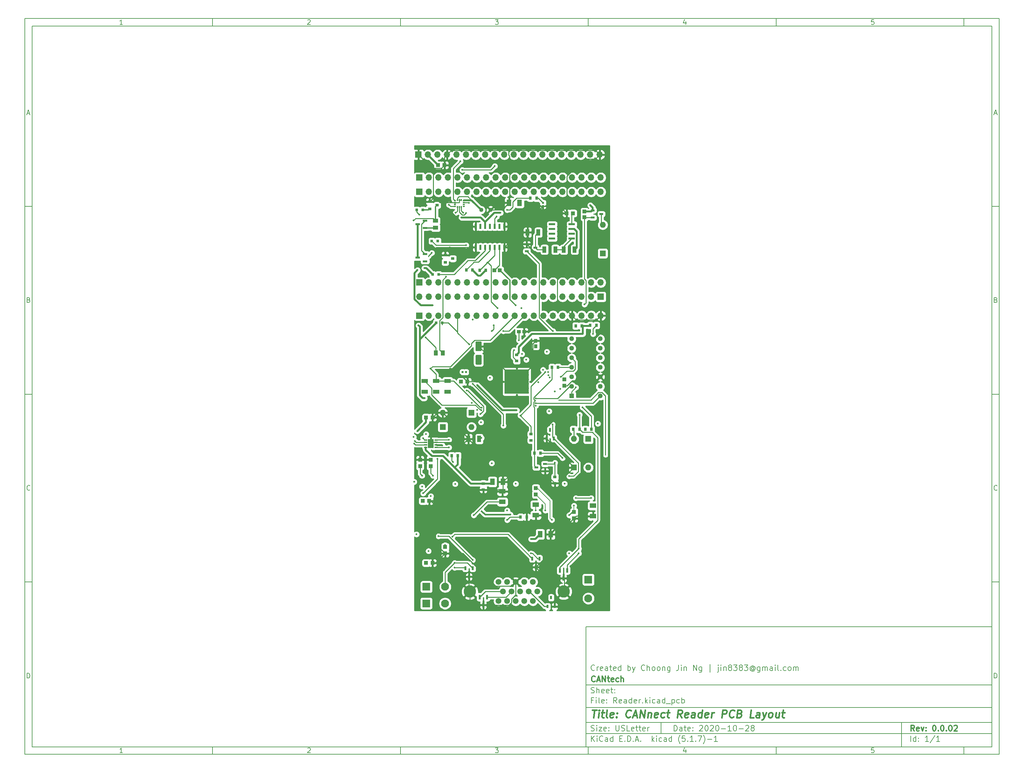
<source format=gbr>
%TF.GenerationSoftware,KiCad,Pcbnew,(5.1.7)-1*%
%TF.CreationDate,2020-10-28T09:36:55-07:00*%
%TF.ProjectId,Reader,52656164-6572-42e6-9b69-6361645f7063,0.0.02*%
%TF.SameCoordinates,Original*%
%TF.FileFunction,Copper,L4,Bot*%
%TF.FilePolarity,Positive*%
%FSLAX46Y46*%
G04 Gerber Fmt 4.6, Leading zero omitted, Abs format (unit mm)*
G04 Created by KiCad (PCBNEW (5.1.7)-1) date 2020-10-28 09:36:55*
%MOMM*%
%LPD*%
G01*
G04 APERTURE LIST*
%ADD10C,0.100000*%
%ADD11C,0.150000*%
%ADD12C,0.300000*%
%ADD13C,0.400000*%
%TA.AperFunction,ComponentPad*%
%ADD14R,1.700000X1.700000*%
%TD*%
%TA.AperFunction,ComponentPad*%
%ADD15O,1.700000X1.700000*%
%TD*%
%TA.AperFunction,SMDPad,CuDef*%
%ADD16R,1.100000X1.000000*%
%TD*%
%TA.AperFunction,SMDPad,CuDef*%
%ADD17R,1.000000X1.100000*%
%TD*%
%TA.AperFunction,SMDPad,CuDef*%
%ADD18R,1.600200X2.413000*%
%TD*%
%TA.AperFunction,SMDPad,CuDef*%
%ADD19R,0.858799X0.305600*%
%TD*%
%TA.AperFunction,SMDPad,CuDef*%
%ADD20R,6.450000X6.450000*%
%TD*%
%TA.AperFunction,ComponentPad*%
%ADD21C,0.500000*%
%TD*%
%TA.AperFunction,ComponentPad*%
%ADD22C,2.100000*%
%TD*%
%TA.AperFunction,ComponentPad*%
%ADD23R,2.100000X2.100000*%
%TD*%
%TA.AperFunction,ComponentPad*%
%ADD24C,3.302000*%
%TD*%
%TA.AperFunction,ComponentPad*%
%ADD25C,1.549400*%
%TD*%
%TA.AperFunction,SMDPad,CuDef*%
%ADD26R,0.600000X0.350000*%
%TD*%
%TA.AperFunction,SMDPad,CuDef*%
%ADD27R,0.350000X0.600000*%
%TD*%
%TA.AperFunction,ComponentPad*%
%ADD28R,1.600000X1.600000*%
%TD*%
%TA.AperFunction,ComponentPad*%
%ADD29O,1.600000X1.600000*%
%TD*%
%TA.AperFunction,SMDPad,CuDef*%
%ADD30R,0.600000X0.540000*%
%TD*%
%TA.AperFunction,SMDPad,CuDef*%
%ADD31R,0.600000X1.000000*%
%TD*%
%TA.AperFunction,SMDPad,CuDef*%
%ADD32R,1.299998X1.799996*%
%TD*%
%TA.AperFunction,SMDPad,CuDef*%
%ADD33R,1.799996X1.299998*%
%TD*%
%TA.AperFunction,ComponentPad*%
%ADD34C,1.117600*%
%TD*%
%TA.AperFunction,SMDPad,CuDef*%
%ADD35R,0.900000X0.800000*%
%TD*%
%TA.AperFunction,SMDPad,CuDef*%
%ADD36R,0.790000X0.930000*%
%TD*%
%TA.AperFunction,SMDPad,CuDef*%
%ADD37R,1.309599X0.568000*%
%TD*%
%TA.AperFunction,SMDPad,CuDef*%
%ADD38R,1.000000X0.600000*%
%TD*%
%TA.AperFunction,SMDPad,CuDef*%
%ADD39R,1.020000X1.040000*%
%TD*%
%TA.AperFunction,SMDPad,CuDef*%
%ADD40R,1.080000X1.680000*%
%TD*%
%TA.AperFunction,SMDPad,CuDef*%
%ADD41R,1.680000X1.080000*%
%TD*%
%TA.AperFunction,SMDPad,CuDef*%
%ADD42R,0.560000X0.600000*%
%TD*%
%TA.AperFunction,SMDPad,CuDef*%
%ADD43R,0.930000X0.790000*%
%TD*%
%TA.AperFunction,SMDPad,CuDef*%
%ADD44R,0.700000X0.800000*%
%TD*%
%TA.AperFunction,SMDPad,CuDef*%
%ADD45R,1.380000X1.040000*%
%TD*%
%TA.AperFunction,SMDPad,CuDef*%
%ADD46R,0.600000X1.230000*%
%TD*%
%TA.AperFunction,SMDPad,CuDef*%
%ADD47R,1.040000X1.380000*%
%TD*%
%TA.AperFunction,SMDPad,CuDef*%
%ADD48R,1.010000X0.930000*%
%TD*%
%TA.AperFunction,SMDPad,CuDef*%
%ADD49R,1.040000X1.020000*%
%TD*%
%TA.AperFunction,SMDPad,CuDef*%
%ADD50R,0.568000X0.903199*%
%TD*%
%TA.AperFunction,SMDPad,CuDef*%
%ADD51R,1.004799X0.568000*%
%TD*%
%TA.AperFunction,ComponentPad*%
%ADD52R,1.295400X1.295400*%
%TD*%
%TA.AperFunction,ComponentPad*%
%ADD53C,1.295400*%
%TD*%
%TA.AperFunction,SMDPad,CuDef*%
%ADD54R,1.670000X0.600000*%
%TD*%
%TA.AperFunction,SMDPad,CuDef*%
%ADD55R,0.930000X1.010000*%
%TD*%
%TA.AperFunction,SMDPad,CuDef*%
%ADD56R,0.507200X1.327899*%
%TD*%
%TA.AperFunction,ViaPad*%
%ADD57C,0.500000*%
%TD*%
%TA.AperFunction,Conductor*%
%ADD58C,0.220000*%
%TD*%
%TA.AperFunction,Conductor*%
%ADD59C,0.500000*%
%TD*%
%TA.AperFunction,Conductor*%
%ADD60C,0.300000*%
%TD*%
%TA.AperFunction,Conductor*%
%ADD61C,0.400000*%
%TD*%
%TA.AperFunction,Conductor*%
%ADD62C,0.200000*%
%TD*%
%TA.AperFunction,Conductor*%
%ADD63C,0.254000*%
%TD*%
%TA.AperFunction,Conductor*%
%ADD64C,0.100000*%
%TD*%
G04 APERTURE END LIST*
D10*
D11*
X159400000Y-171900000D02*
X159400000Y-203900000D01*
X267400000Y-203900000D01*
X267400000Y-171900000D01*
X159400000Y-171900000D01*
D10*
D11*
X10000000Y-10000000D02*
X10000000Y-205900000D01*
X269400000Y-205900000D01*
X269400000Y-10000000D01*
X10000000Y-10000000D01*
D10*
D11*
X12000000Y-12000000D02*
X12000000Y-203900000D01*
X267400000Y-203900000D01*
X267400000Y-12000000D01*
X12000000Y-12000000D01*
D10*
D11*
X60000000Y-12000000D02*
X60000000Y-10000000D01*
D10*
D11*
X110000000Y-12000000D02*
X110000000Y-10000000D01*
D10*
D11*
X160000000Y-12000000D02*
X160000000Y-10000000D01*
D10*
D11*
X210000000Y-12000000D02*
X210000000Y-10000000D01*
D10*
D11*
X260000000Y-12000000D02*
X260000000Y-10000000D01*
D10*
D11*
X36065476Y-11588095D02*
X35322619Y-11588095D01*
X35694047Y-11588095D02*
X35694047Y-10288095D01*
X35570238Y-10473809D01*
X35446428Y-10597619D01*
X35322619Y-10659523D01*
D10*
D11*
X85322619Y-10411904D02*
X85384523Y-10350000D01*
X85508333Y-10288095D01*
X85817857Y-10288095D01*
X85941666Y-10350000D01*
X86003571Y-10411904D01*
X86065476Y-10535714D01*
X86065476Y-10659523D01*
X86003571Y-10845238D01*
X85260714Y-11588095D01*
X86065476Y-11588095D01*
D10*
D11*
X135260714Y-10288095D02*
X136065476Y-10288095D01*
X135632142Y-10783333D01*
X135817857Y-10783333D01*
X135941666Y-10845238D01*
X136003571Y-10907142D01*
X136065476Y-11030952D01*
X136065476Y-11340476D01*
X136003571Y-11464285D01*
X135941666Y-11526190D01*
X135817857Y-11588095D01*
X135446428Y-11588095D01*
X135322619Y-11526190D01*
X135260714Y-11464285D01*
D10*
D11*
X185941666Y-10721428D02*
X185941666Y-11588095D01*
X185632142Y-10226190D02*
X185322619Y-11154761D01*
X186127380Y-11154761D01*
D10*
D11*
X236003571Y-10288095D02*
X235384523Y-10288095D01*
X235322619Y-10907142D01*
X235384523Y-10845238D01*
X235508333Y-10783333D01*
X235817857Y-10783333D01*
X235941666Y-10845238D01*
X236003571Y-10907142D01*
X236065476Y-11030952D01*
X236065476Y-11340476D01*
X236003571Y-11464285D01*
X235941666Y-11526190D01*
X235817857Y-11588095D01*
X235508333Y-11588095D01*
X235384523Y-11526190D01*
X235322619Y-11464285D01*
D10*
D11*
X60000000Y-203900000D02*
X60000000Y-205900000D01*
D10*
D11*
X110000000Y-203900000D02*
X110000000Y-205900000D01*
D10*
D11*
X160000000Y-203900000D02*
X160000000Y-205900000D01*
D10*
D11*
X210000000Y-203900000D02*
X210000000Y-205900000D01*
D10*
D11*
X260000000Y-203900000D02*
X260000000Y-205900000D01*
D10*
D11*
X36065476Y-205488095D02*
X35322619Y-205488095D01*
X35694047Y-205488095D02*
X35694047Y-204188095D01*
X35570238Y-204373809D01*
X35446428Y-204497619D01*
X35322619Y-204559523D01*
D10*
D11*
X85322619Y-204311904D02*
X85384523Y-204250000D01*
X85508333Y-204188095D01*
X85817857Y-204188095D01*
X85941666Y-204250000D01*
X86003571Y-204311904D01*
X86065476Y-204435714D01*
X86065476Y-204559523D01*
X86003571Y-204745238D01*
X85260714Y-205488095D01*
X86065476Y-205488095D01*
D10*
D11*
X135260714Y-204188095D02*
X136065476Y-204188095D01*
X135632142Y-204683333D01*
X135817857Y-204683333D01*
X135941666Y-204745238D01*
X136003571Y-204807142D01*
X136065476Y-204930952D01*
X136065476Y-205240476D01*
X136003571Y-205364285D01*
X135941666Y-205426190D01*
X135817857Y-205488095D01*
X135446428Y-205488095D01*
X135322619Y-205426190D01*
X135260714Y-205364285D01*
D10*
D11*
X185941666Y-204621428D02*
X185941666Y-205488095D01*
X185632142Y-204126190D02*
X185322619Y-205054761D01*
X186127380Y-205054761D01*
D10*
D11*
X236003571Y-204188095D02*
X235384523Y-204188095D01*
X235322619Y-204807142D01*
X235384523Y-204745238D01*
X235508333Y-204683333D01*
X235817857Y-204683333D01*
X235941666Y-204745238D01*
X236003571Y-204807142D01*
X236065476Y-204930952D01*
X236065476Y-205240476D01*
X236003571Y-205364285D01*
X235941666Y-205426190D01*
X235817857Y-205488095D01*
X235508333Y-205488095D01*
X235384523Y-205426190D01*
X235322619Y-205364285D01*
D10*
D11*
X10000000Y-60000000D02*
X12000000Y-60000000D01*
D10*
D11*
X10000000Y-110000000D02*
X12000000Y-110000000D01*
D10*
D11*
X10000000Y-160000000D02*
X12000000Y-160000000D01*
D10*
D11*
X10690476Y-35216666D02*
X11309523Y-35216666D01*
X10566666Y-35588095D02*
X11000000Y-34288095D01*
X11433333Y-35588095D01*
D10*
D11*
X11092857Y-84907142D02*
X11278571Y-84969047D01*
X11340476Y-85030952D01*
X11402380Y-85154761D01*
X11402380Y-85340476D01*
X11340476Y-85464285D01*
X11278571Y-85526190D01*
X11154761Y-85588095D01*
X10659523Y-85588095D01*
X10659523Y-84288095D01*
X11092857Y-84288095D01*
X11216666Y-84350000D01*
X11278571Y-84411904D01*
X11340476Y-84535714D01*
X11340476Y-84659523D01*
X11278571Y-84783333D01*
X11216666Y-84845238D01*
X11092857Y-84907142D01*
X10659523Y-84907142D01*
D10*
D11*
X11402380Y-135464285D02*
X11340476Y-135526190D01*
X11154761Y-135588095D01*
X11030952Y-135588095D01*
X10845238Y-135526190D01*
X10721428Y-135402380D01*
X10659523Y-135278571D01*
X10597619Y-135030952D01*
X10597619Y-134845238D01*
X10659523Y-134597619D01*
X10721428Y-134473809D01*
X10845238Y-134350000D01*
X11030952Y-134288095D01*
X11154761Y-134288095D01*
X11340476Y-134350000D01*
X11402380Y-134411904D01*
D10*
D11*
X10659523Y-185588095D02*
X10659523Y-184288095D01*
X10969047Y-184288095D01*
X11154761Y-184350000D01*
X11278571Y-184473809D01*
X11340476Y-184597619D01*
X11402380Y-184845238D01*
X11402380Y-185030952D01*
X11340476Y-185278571D01*
X11278571Y-185402380D01*
X11154761Y-185526190D01*
X10969047Y-185588095D01*
X10659523Y-185588095D01*
D10*
D11*
X269400000Y-60000000D02*
X267400000Y-60000000D01*
D10*
D11*
X269400000Y-110000000D02*
X267400000Y-110000000D01*
D10*
D11*
X269400000Y-160000000D02*
X267400000Y-160000000D01*
D10*
D11*
X268090476Y-35216666D02*
X268709523Y-35216666D01*
X267966666Y-35588095D02*
X268400000Y-34288095D01*
X268833333Y-35588095D01*
D10*
D11*
X268492857Y-84907142D02*
X268678571Y-84969047D01*
X268740476Y-85030952D01*
X268802380Y-85154761D01*
X268802380Y-85340476D01*
X268740476Y-85464285D01*
X268678571Y-85526190D01*
X268554761Y-85588095D01*
X268059523Y-85588095D01*
X268059523Y-84288095D01*
X268492857Y-84288095D01*
X268616666Y-84350000D01*
X268678571Y-84411904D01*
X268740476Y-84535714D01*
X268740476Y-84659523D01*
X268678571Y-84783333D01*
X268616666Y-84845238D01*
X268492857Y-84907142D01*
X268059523Y-84907142D01*
D10*
D11*
X268802380Y-135464285D02*
X268740476Y-135526190D01*
X268554761Y-135588095D01*
X268430952Y-135588095D01*
X268245238Y-135526190D01*
X268121428Y-135402380D01*
X268059523Y-135278571D01*
X267997619Y-135030952D01*
X267997619Y-134845238D01*
X268059523Y-134597619D01*
X268121428Y-134473809D01*
X268245238Y-134350000D01*
X268430952Y-134288095D01*
X268554761Y-134288095D01*
X268740476Y-134350000D01*
X268802380Y-134411904D01*
D10*
D11*
X268059523Y-185588095D02*
X268059523Y-184288095D01*
X268369047Y-184288095D01*
X268554761Y-184350000D01*
X268678571Y-184473809D01*
X268740476Y-184597619D01*
X268802380Y-184845238D01*
X268802380Y-185030952D01*
X268740476Y-185278571D01*
X268678571Y-185402380D01*
X268554761Y-185526190D01*
X268369047Y-185588095D01*
X268059523Y-185588095D01*
D10*
D11*
X182832142Y-199678571D02*
X182832142Y-198178571D01*
X183189285Y-198178571D01*
X183403571Y-198250000D01*
X183546428Y-198392857D01*
X183617857Y-198535714D01*
X183689285Y-198821428D01*
X183689285Y-199035714D01*
X183617857Y-199321428D01*
X183546428Y-199464285D01*
X183403571Y-199607142D01*
X183189285Y-199678571D01*
X182832142Y-199678571D01*
X184975000Y-199678571D02*
X184975000Y-198892857D01*
X184903571Y-198750000D01*
X184760714Y-198678571D01*
X184475000Y-198678571D01*
X184332142Y-198750000D01*
X184975000Y-199607142D02*
X184832142Y-199678571D01*
X184475000Y-199678571D01*
X184332142Y-199607142D01*
X184260714Y-199464285D01*
X184260714Y-199321428D01*
X184332142Y-199178571D01*
X184475000Y-199107142D01*
X184832142Y-199107142D01*
X184975000Y-199035714D01*
X185475000Y-198678571D02*
X186046428Y-198678571D01*
X185689285Y-198178571D02*
X185689285Y-199464285D01*
X185760714Y-199607142D01*
X185903571Y-199678571D01*
X186046428Y-199678571D01*
X187117857Y-199607142D02*
X186975000Y-199678571D01*
X186689285Y-199678571D01*
X186546428Y-199607142D01*
X186475000Y-199464285D01*
X186475000Y-198892857D01*
X186546428Y-198750000D01*
X186689285Y-198678571D01*
X186975000Y-198678571D01*
X187117857Y-198750000D01*
X187189285Y-198892857D01*
X187189285Y-199035714D01*
X186475000Y-199178571D01*
X187832142Y-199535714D02*
X187903571Y-199607142D01*
X187832142Y-199678571D01*
X187760714Y-199607142D01*
X187832142Y-199535714D01*
X187832142Y-199678571D01*
X187832142Y-198750000D02*
X187903571Y-198821428D01*
X187832142Y-198892857D01*
X187760714Y-198821428D01*
X187832142Y-198750000D01*
X187832142Y-198892857D01*
X189617857Y-198321428D02*
X189689285Y-198250000D01*
X189832142Y-198178571D01*
X190189285Y-198178571D01*
X190332142Y-198250000D01*
X190403571Y-198321428D01*
X190475000Y-198464285D01*
X190475000Y-198607142D01*
X190403571Y-198821428D01*
X189546428Y-199678571D01*
X190475000Y-199678571D01*
X191403571Y-198178571D02*
X191546428Y-198178571D01*
X191689285Y-198250000D01*
X191760714Y-198321428D01*
X191832142Y-198464285D01*
X191903571Y-198750000D01*
X191903571Y-199107142D01*
X191832142Y-199392857D01*
X191760714Y-199535714D01*
X191689285Y-199607142D01*
X191546428Y-199678571D01*
X191403571Y-199678571D01*
X191260714Y-199607142D01*
X191189285Y-199535714D01*
X191117857Y-199392857D01*
X191046428Y-199107142D01*
X191046428Y-198750000D01*
X191117857Y-198464285D01*
X191189285Y-198321428D01*
X191260714Y-198250000D01*
X191403571Y-198178571D01*
X192475000Y-198321428D02*
X192546428Y-198250000D01*
X192689285Y-198178571D01*
X193046428Y-198178571D01*
X193189285Y-198250000D01*
X193260714Y-198321428D01*
X193332142Y-198464285D01*
X193332142Y-198607142D01*
X193260714Y-198821428D01*
X192403571Y-199678571D01*
X193332142Y-199678571D01*
X194260714Y-198178571D02*
X194403571Y-198178571D01*
X194546428Y-198250000D01*
X194617857Y-198321428D01*
X194689285Y-198464285D01*
X194760714Y-198750000D01*
X194760714Y-199107142D01*
X194689285Y-199392857D01*
X194617857Y-199535714D01*
X194546428Y-199607142D01*
X194403571Y-199678571D01*
X194260714Y-199678571D01*
X194117857Y-199607142D01*
X194046428Y-199535714D01*
X193975000Y-199392857D01*
X193903571Y-199107142D01*
X193903571Y-198750000D01*
X193975000Y-198464285D01*
X194046428Y-198321428D01*
X194117857Y-198250000D01*
X194260714Y-198178571D01*
X195403571Y-199107142D02*
X196546428Y-199107142D01*
X198046428Y-199678571D02*
X197189285Y-199678571D01*
X197617857Y-199678571D02*
X197617857Y-198178571D01*
X197475000Y-198392857D01*
X197332142Y-198535714D01*
X197189285Y-198607142D01*
X198975000Y-198178571D02*
X199117857Y-198178571D01*
X199260714Y-198250000D01*
X199332142Y-198321428D01*
X199403571Y-198464285D01*
X199475000Y-198750000D01*
X199475000Y-199107142D01*
X199403571Y-199392857D01*
X199332142Y-199535714D01*
X199260714Y-199607142D01*
X199117857Y-199678571D01*
X198975000Y-199678571D01*
X198832142Y-199607142D01*
X198760714Y-199535714D01*
X198689285Y-199392857D01*
X198617857Y-199107142D01*
X198617857Y-198750000D01*
X198689285Y-198464285D01*
X198760714Y-198321428D01*
X198832142Y-198250000D01*
X198975000Y-198178571D01*
X200117857Y-199107142D02*
X201260714Y-199107142D01*
X201903571Y-198321428D02*
X201975000Y-198250000D01*
X202117857Y-198178571D01*
X202475000Y-198178571D01*
X202617857Y-198250000D01*
X202689285Y-198321428D01*
X202760714Y-198464285D01*
X202760714Y-198607142D01*
X202689285Y-198821428D01*
X201832142Y-199678571D01*
X202760714Y-199678571D01*
X203617857Y-198821428D02*
X203475000Y-198750000D01*
X203403571Y-198678571D01*
X203332142Y-198535714D01*
X203332142Y-198464285D01*
X203403571Y-198321428D01*
X203475000Y-198250000D01*
X203617857Y-198178571D01*
X203903571Y-198178571D01*
X204046428Y-198250000D01*
X204117857Y-198321428D01*
X204189285Y-198464285D01*
X204189285Y-198535714D01*
X204117857Y-198678571D01*
X204046428Y-198750000D01*
X203903571Y-198821428D01*
X203617857Y-198821428D01*
X203475000Y-198892857D01*
X203403571Y-198964285D01*
X203332142Y-199107142D01*
X203332142Y-199392857D01*
X203403571Y-199535714D01*
X203475000Y-199607142D01*
X203617857Y-199678571D01*
X203903571Y-199678571D01*
X204046428Y-199607142D01*
X204117857Y-199535714D01*
X204189285Y-199392857D01*
X204189285Y-199107142D01*
X204117857Y-198964285D01*
X204046428Y-198892857D01*
X203903571Y-198821428D01*
D10*
D11*
X159400000Y-200400000D02*
X267400000Y-200400000D01*
D10*
D11*
X160832142Y-202478571D02*
X160832142Y-200978571D01*
X161689285Y-202478571D02*
X161046428Y-201621428D01*
X161689285Y-200978571D02*
X160832142Y-201835714D01*
X162332142Y-202478571D02*
X162332142Y-201478571D01*
X162332142Y-200978571D02*
X162260714Y-201050000D01*
X162332142Y-201121428D01*
X162403571Y-201050000D01*
X162332142Y-200978571D01*
X162332142Y-201121428D01*
X163903571Y-202335714D02*
X163832142Y-202407142D01*
X163617857Y-202478571D01*
X163475000Y-202478571D01*
X163260714Y-202407142D01*
X163117857Y-202264285D01*
X163046428Y-202121428D01*
X162975000Y-201835714D01*
X162975000Y-201621428D01*
X163046428Y-201335714D01*
X163117857Y-201192857D01*
X163260714Y-201050000D01*
X163475000Y-200978571D01*
X163617857Y-200978571D01*
X163832142Y-201050000D01*
X163903571Y-201121428D01*
X165189285Y-202478571D02*
X165189285Y-201692857D01*
X165117857Y-201550000D01*
X164975000Y-201478571D01*
X164689285Y-201478571D01*
X164546428Y-201550000D01*
X165189285Y-202407142D02*
X165046428Y-202478571D01*
X164689285Y-202478571D01*
X164546428Y-202407142D01*
X164475000Y-202264285D01*
X164475000Y-202121428D01*
X164546428Y-201978571D01*
X164689285Y-201907142D01*
X165046428Y-201907142D01*
X165189285Y-201835714D01*
X166546428Y-202478571D02*
X166546428Y-200978571D01*
X166546428Y-202407142D02*
X166403571Y-202478571D01*
X166117857Y-202478571D01*
X165975000Y-202407142D01*
X165903571Y-202335714D01*
X165832142Y-202192857D01*
X165832142Y-201764285D01*
X165903571Y-201621428D01*
X165975000Y-201550000D01*
X166117857Y-201478571D01*
X166403571Y-201478571D01*
X166546428Y-201550000D01*
X168403571Y-201692857D02*
X168903571Y-201692857D01*
X169117857Y-202478571D02*
X168403571Y-202478571D01*
X168403571Y-200978571D01*
X169117857Y-200978571D01*
X169760714Y-202335714D02*
X169832142Y-202407142D01*
X169760714Y-202478571D01*
X169689285Y-202407142D01*
X169760714Y-202335714D01*
X169760714Y-202478571D01*
X170475000Y-202478571D02*
X170475000Y-200978571D01*
X170832142Y-200978571D01*
X171046428Y-201050000D01*
X171189285Y-201192857D01*
X171260714Y-201335714D01*
X171332142Y-201621428D01*
X171332142Y-201835714D01*
X171260714Y-202121428D01*
X171189285Y-202264285D01*
X171046428Y-202407142D01*
X170832142Y-202478571D01*
X170475000Y-202478571D01*
X171975000Y-202335714D02*
X172046428Y-202407142D01*
X171975000Y-202478571D01*
X171903571Y-202407142D01*
X171975000Y-202335714D01*
X171975000Y-202478571D01*
X172617857Y-202050000D02*
X173332142Y-202050000D01*
X172475000Y-202478571D02*
X172975000Y-200978571D01*
X173475000Y-202478571D01*
X173975000Y-202335714D02*
X174046428Y-202407142D01*
X173975000Y-202478571D01*
X173903571Y-202407142D01*
X173975000Y-202335714D01*
X173975000Y-202478571D01*
X176975000Y-202478571D02*
X176975000Y-200978571D01*
X177117857Y-201907142D02*
X177546428Y-202478571D01*
X177546428Y-201478571D02*
X176975000Y-202050000D01*
X178189285Y-202478571D02*
X178189285Y-201478571D01*
X178189285Y-200978571D02*
X178117857Y-201050000D01*
X178189285Y-201121428D01*
X178260714Y-201050000D01*
X178189285Y-200978571D01*
X178189285Y-201121428D01*
X179546428Y-202407142D02*
X179403571Y-202478571D01*
X179117857Y-202478571D01*
X178975000Y-202407142D01*
X178903571Y-202335714D01*
X178832142Y-202192857D01*
X178832142Y-201764285D01*
X178903571Y-201621428D01*
X178975000Y-201550000D01*
X179117857Y-201478571D01*
X179403571Y-201478571D01*
X179546428Y-201550000D01*
X180832142Y-202478571D02*
X180832142Y-201692857D01*
X180760714Y-201550000D01*
X180617857Y-201478571D01*
X180332142Y-201478571D01*
X180189285Y-201550000D01*
X180832142Y-202407142D02*
X180689285Y-202478571D01*
X180332142Y-202478571D01*
X180189285Y-202407142D01*
X180117857Y-202264285D01*
X180117857Y-202121428D01*
X180189285Y-201978571D01*
X180332142Y-201907142D01*
X180689285Y-201907142D01*
X180832142Y-201835714D01*
X182189285Y-202478571D02*
X182189285Y-200978571D01*
X182189285Y-202407142D02*
X182046428Y-202478571D01*
X181760714Y-202478571D01*
X181617857Y-202407142D01*
X181546428Y-202335714D01*
X181475000Y-202192857D01*
X181475000Y-201764285D01*
X181546428Y-201621428D01*
X181617857Y-201550000D01*
X181760714Y-201478571D01*
X182046428Y-201478571D01*
X182189285Y-201550000D01*
X184475000Y-203050000D02*
X184403571Y-202978571D01*
X184260714Y-202764285D01*
X184189285Y-202621428D01*
X184117857Y-202407142D01*
X184046428Y-202050000D01*
X184046428Y-201764285D01*
X184117857Y-201407142D01*
X184189285Y-201192857D01*
X184260714Y-201050000D01*
X184403571Y-200835714D01*
X184475000Y-200764285D01*
X185760714Y-200978571D02*
X185046428Y-200978571D01*
X184975000Y-201692857D01*
X185046428Y-201621428D01*
X185189285Y-201550000D01*
X185546428Y-201550000D01*
X185689285Y-201621428D01*
X185760714Y-201692857D01*
X185832142Y-201835714D01*
X185832142Y-202192857D01*
X185760714Y-202335714D01*
X185689285Y-202407142D01*
X185546428Y-202478571D01*
X185189285Y-202478571D01*
X185046428Y-202407142D01*
X184975000Y-202335714D01*
X186475000Y-202335714D02*
X186546428Y-202407142D01*
X186475000Y-202478571D01*
X186403571Y-202407142D01*
X186475000Y-202335714D01*
X186475000Y-202478571D01*
X187975000Y-202478571D02*
X187117857Y-202478571D01*
X187546428Y-202478571D02*
X187546428Y-200978571D01*
X187403571Y-201192857D01*
X187260714Y-201335714D01*
X187117857Y-201407142D01*
X188617857Y-202335714D02*
X188689285Y-202407142D01*
X188617857Y-202478571D01*
X188546428Y-202407142D01*
X188617857Y-202335714D01*
X188617857Y-202478571D01*
X189189285Y-200978571D02*
X190189285Y-200978571D01*
X189546428Y-202478571D01*
X190617857Y-203050000D02*
X190689285Y-202978571D01*
X190832142Y-202764285D01*
X190903571Y-202621428D01*
X190975000Y-202407142D01*
X191046428Y-202050000D01*
X191046428Y-201764285D01*
X190975000Y-201407142D01*
X190903571Y-201192857D01*
X190832142Y-201050000D01*
X190689285Y-200835714D01*
X190617857Y-200764285D01*
X191760714Y-201907142D02*
X192903571Y-201907142D01*
X194403571Y-202478571D02*
X193546428Y-202478571D01*
X193975000Y-202478571D02*
X193975000Y-200978571D01*
X193832142Y-201192857D01*
X193689285Y-201335714D01*
X193546428Y-201407142D01*
D10*
D11*
X159400000Y-197400000D02*
X267400000Y-197400000D01*
D10*
D12*
X246809285Y-199678571D02*
X246309285Y-198964285D01*
X245952142Y-199678571D02*
X245952142Y-198178571D01*
X246523571Y-198178571D01*
X246666428Y-198250000D01*
X246737857Y-198321428D01*
X246809285Y-198464285D01*
X246809285Y-198678571D01*
X246737857Y-198821428D01*
X246666428Y-198892857D01*
X246523571Y-198964285D01*
X245952142Y-198964285D01*
X248023571Y-199607142D02*
X247880714Y-199678571D01*
X247595000Y-199678571D01*
X247452142Y-199607142D01*
X247380714Y-199464285D01*
X247380714Y-198892857D01*
X247452142Y-198750000D01*
X247595000Y-198678571D01*
X247880714Y-198678571D01*
X248023571Y-198750000D01*
X248095000Y-198892857D01*
X248095000Y-199035714D01*
X247380714Y-199178571D01*
X248595000Y-198678571D02*
X248952142Y-199678571D01*
X249309285Y-198678571D01*
X249880714Y-199535714D02*
X249952142Y-199607142D01*
X249880714Y-199678571D01*
X249809285Y-199607142D01*
X249880714Y-199535714D01*
X249880714Y-199678571D01*
X249880714Y-198750000D02*
X249952142Y-198821428D01*
X249880714Y-198892857D01*
X249809285Y-198821428D01*
X249880714Y-198750000D01*
X249880714Y-198892857D01*
X252023571Y-198178571D02*
X252166428Y-198178571D01*
X252309285Y-198250000D01*
X252380714Y-198321428D01*
X252452142Y-198464285D01*
X252523571Y-198750000D01*
X252523571Y-199107142D01*
X252452142Y-199392857D01*
X252380714Y-199535714D01*
X252309285Y-199607142D01*
X252166428Y-199678571D01*
X252023571Y-199678571D01*
X251880714Y-199607142D01*
X251809285Y-199535714D01*
X251737857Y-199392857D01*
X251666428Y-199107142D01*
X251666428Y-198750000D01*
X251737857Y-198464285D01*
X251809285Y-198321428D01*
X251880714Y-198250000D01*
X252023571Y-198178571D01*
X253166428Y-199535714D02*
X253237857Y-199607142D01*
X253166428Y-199678571D01*
X253095000Y-199607142D01*
X253166428Y-199535714D01*
X253166428Y-199678571D01*
X254166428Y-198178571D02*
X254309285Y-198178571D01*
X254452142Y-198250000D01*
X254523571Y-198321428D01*
X254595000Y-198464285D01*
X254666428Y-198750000D01*
X254666428Y-199107142D01*
X254595000Y-199392857D01*
X254523571Y-199535714D01*
X254452142Y-199607142D01*
X254309285Y-199678571D01*
X254166428Y-199678571D01*
X254023571Y-199607142D01*
X253952142Y-199535714D01*
X253880714Y-199392857D01*
X253809285Y-199107142D01*
X253809285Y-198750000D01*
X253880714Y-198464285D01*
X253952142Y-198321428D01*
X254023571Y-198250000D01*
X254166428Y-198178571D01*
X255309285Y-199535714D02*
X255380714Y-199607142D01*
X255309285Y-199678571D01*
X255237857Y-199607142D01*
X255309285Y-199535714D01*
X255309285Y-199678571D01*
X256309285Y-198178571D02*
X256452142Y-198178571D01*
X256595000Y-198250000D01*
X256666428Y-198321428D01*
X256737857Y-198464285D01*
X256809285Y-198750000D01*
X256809285Y-199107142D01*
X256737857Y-199392857D01*
X256666428Y-199535714D01*
X256595000Y-199607142D01*
X256452142Y-199678571D01*
X256309285Y-199678571D01*
X256166428Y-199607142D01*
X256095000Y-199535714D01*
X256023571Y-199392857D01*
X255952142Y-199107142D01*
X255952142Y-198750000D01*
X256023571Y-198464285D01*
X256095000Y-198321428D01*
X256166428Y-198250000D01*
X256309285Y-198178571D01*
X257380714Y-198321428D02*
X257452142Y-198250000D01*
X257595000Y-198178571D01*
X257952142Y-198178571D01*
X258095000Y-198250000D01*
X258166428Y-198321428D01*
X258237857Y-198464285D01*
X258237857Y-198607142D01*
X258166428Y-198821428D01*
X257309285Y-199678571D01*
X258237857Y-199678571D01*
D10*
D11*
X160760714Y-199607142D02*
X160975000Y-199678571D01*
X161332142Y-199678571D01*
X161475000Y-199607142D01*
X161546428Y-199535714D01*
X161617857Y-199392857D01*
X161617857Y-199250000D01*
X161546428Y-199107142D01*
X161475000Y-199035714D01*
X161332142Y-198964285D01*
X161046428Y-198892857D01*
X160903571Y-198821428D01*
X160832142Y-198750000D01*
X160760714Y-198607142D01*
X160760714Y-198464285D01*
X160832142Y-198321428D01*
X160903571Y-198250000D01*
X161046428Y-198178571D01*
X161403571Y-198178571D01*
X161617857Y-198250000D01*
X162260714Y-199678571D02*
X162260714Y-198678571D01*
X162260714Y-198178571D02*
X162189285Y-198250000D01*
X162260714Y-198321428D01*
X162332142Y-198250000D01*
X162260714Y-198178571D01*
X162260714Y-198321428D01*
X162832142Y-198678571D02*
X163617857Y-198678571D01*
X162832142Y-199678571D01*
X163617857Y-199678571D01*
X164760714Y-199607142D02*
X164617857Y-199678571D01*
X164332142Y-199678571D01*
X164189285Y-199607142D01*
X164117857Y-199464285D01*
X164117857Y-198892857D01*
X164189285Y-198750000D01*
X164332142Y-198678571D01*
X164617857Y-198678571D01*
X164760714Y-198750000D01*
X164832142Y-198892857D01*
X164832142Y-199035714D01*
X164117857Y-199178571D01*
X165475000Y-199535714D02*
X165546428Y-199607142D01*
X165475000Y-199678571D01*
X165403571Y-199607142D01*
X165475000Y-199535714D01*
X165475000Y-199678571D01*
X165475000Y-198750000D02*
X165546428Y-198821428D01*
X165475000Y-198892857D01*
X165403571Y-198821428D01*
X165475000Y-198750000D01*
X165475000Y-198892857D01*
X167332142Y-198178571D02*
X167332142Y-199392857D01*
X167403571Y-199535714D01*
X167475000Y-199607142D01*
X167617857Y-199678571D01*
X167903571Y-199678571D01*
X168046428Y-199607142D01*
X168117857Y-199535714D01*
X168189285Y-199392857D01*
X168189285Y-198178571D01*
X168832142Y-199607142D02*
X169046428Y-199678571D01*
X169403571Y-199678571D01*
X169546428Y-199607142D01*
X169617857Y-199535714D01*
X169689285Y-199392857D01*
X169689285Y-199250000D01*
X169617857Y-199107142D01*
X169546428Y-199035714D01*
X169403571Y-198964285D01*
X169117857Y-198892857D01*
X168975000Y-198821428D01*
X168903571Y-198750000D01*
X168832142Y-198607142D01*
X168832142Y-198464285D01*
X168903571Y-198321428D01*
X168975000Y-198250000D01*
X169117857Y-198178571D01*
X169475000Y-198178571D01*
X169689285Y-198250000D01*
X171046428Y-199678571D02*
X170332142Y-199678571D01*
X170332142Y-198178571D01*
X172117857Y-199607142D02*
X171975000Y-199678571D01*
X171689285Y-199678571D01*
X171546428Y-199607142D01*
X171475000Y-199464285D01*
X171475000Y-198892857D01*
X171546428Y-198750000D01*
X171689285Y-198678571D01*
X171975000Y-198678571D01*
X172117857Y-198750000D01*
X172189285Y-198892857D01*
X172189285Y-199035714D01*
X171475000Y-199178571D01*
X172617857Y-198678571D02*
X173189285Y-198678571D01*
X172832142Y-198178571D02*
X172832142Y-199464285D01*
X172903571Y-199607142D01*
X173046428Y-199678571D01*
X173189285Y-199678571D01*
X173475000Y-198678571D02*
X174046428Y-198678571D01*
X173689285Y-198178571D02*
X173689285Y-199464285D01*
X173760714Y-199607142D01*
X173903571Y-199678571D01*
X174046428Y-199678571D01*
X175117857Y-199607142D02*
X174975000Y-199678571D01*
X174689285Y-199678571D01*
X174546428Y-199607142D01*
X174475000Y-199464285D01*
X174475000Y-198892857D01*
X174546428Y-198750000D01*
X174689285Y-198678571D01*
X174975000Y-198678571D01*
X175117857Y-198750000D01*
X175189285Y-198892857D01*
X175189285Y-199035714D01*
X174475000Y-199178571D01*
X175832142Y-199678571D02*
X175832142Y-198678571D01*
X175832142Y-198964285D02*
X175903571Y-198821428D01*
X175975000Y-198750000D01*
X176117857Y-198678571D01*
X176260714Y-198678571D01*
D10*
D11*
X245832142Y-202478571D02*
X245832142Y-200978571D01*
X247189285Y-202478571D02*
X247189285Y-200978571D01*
X247189285Y-202407142D02*
X247046428Y-202478571D01*
X246760714Y-202478571D01*
X246617857Y-202407142D01*
X246546428Y-202335714D01*
X246475000Y-202192857D01*
X246475000Y-201764285D01*
X246546428Y-201621428D01*
X246617857Y-201550000D01*
X246760714Y-201478571D01*
X247046428Y-201478571D01*
X247189285Y-201550000D01*
X247903571Y-202335714D02*
X247975000Y-202407142D01*
X247903571Y-202478571D01*
X247832142Y-202407142D01*
X247903571Y-202335714D01*
X247903571Y-202478571D01*
X247903571Y-201550000D02*
X247975000Y-201621428D01*
X247903571Y-201692857D01*
X247832142Y-201621428D01*
X247903571Y-201550000D01*
X247903571Y-201692857D01*
X250546428Y-202478571D02*
X249689285Y-202478571D01*
X250117857Y-202478571D02*
X250117857Y-200978571D01*
X249975000Y-201192857D01*
X249832142Y-201335714D01*
X249689285Y-201407142D01*
X252260714Y-200907142D02*
X250975000Y-202835714D01*
X253546428Y-202478571D02*
X252689285Y-202478571D01*
X253117857Y-202478571D02*
X253117857Y-200978571D01*
X252975000Y-201192857D01*
X252832142Y-201335714D01*
X252689285Y-201407142D01*
D10*
D11*
X159400000Y-193400000D02*
X267400000Y-193400000D01*
D10*
D13*
X161112380Y-194104761D02*
X162255238Y-194104761D01*
X161433809Y-196104761D02*
X161683809Y-194104761D01*
X162671904Y-196104761D02*
X162838571Y-194771428D01*
X162921904Y-194104761D02*
X162814761Y-194200000D01*
X162898095Y-194295238D01*
X163005238Y-194200000D01*
X162921904Y-194104761D01*
X162898095Y-194295238D01*
X163505238Y-194771428D02*
X164267142Y-194771428D01*
X163874285Y-194104761D02*
X163660000Y-195819047D01*
X163731428Y-196009523D01*
X163910000Y-196104761D01*
X164100476Y-196104761D01*
X165052857Y-196104761D02*
X164874285Y-196009523D01*
X164802857Y-195819047D01*
X165017142Y-194104761D01*
X166588571Y-196009523D02*
X166386190Y-196104761D01*
X166005238Y-196104761D01*
X165826666Y-196009523D01*
X165755238Y-195819047D01*
X165850476Y-195057142D01*
X165969523Y-194866666D01*
X166171904Y-194771428D01*
X166552857Y-194771428D01*
X166731428Y-194866666D01*
X166802857Y-195057142D01*
X166779047Y-195247619D01*
X165802857Y-195438095D01*
X167552857Y-195914285D02*
X167636190Y-196009523D01*
X167529047Y-196104761D01*
X167445714Y-196009523D01*
X167552857Y-195914285D01*
X167529047Y-196104761D01*
X167683809Y-194866666D02*
X167767142Y-194961904D01*
X167660000Y-195057142D01*
X167576666Y-194961904D01*
X167683809Y-194866666D01*
X167660000Y-195057142D01*
X171171904Y-195914285D02*
X171064761Y-196009523D01*
X170767142Y-196104761D01*
X170576666Y-196104761D01*
X170302857Y-196009523D01*
X170136190Y-195819047D01*
X170064761Y-195628571D01*
X170017142Y-195247619D01*
X170052857Y-194961904D01*
X170195714Y-194580952D01*
X170314761Y-194390476D01*
X170529047Y-194200000D01*
X170826666Y-194104761D01*
X171017142Y-194104761D01*
X171290952Y-194200000D01*
X171374285Y-194295238D01*
X171981428Y-195533333D02*
X172933809Y-195533333D01*
X171719523Y-196104761D02*
X172636190Y-194104761D01*
X173052857Y-196104761D01*
X173719523Y-196104761D02*
X173969523Y-194104761D01*
X174862380Y-196104761D01*
X175112380Y-194104761D01*
X175981428Y-194771428D02*
X175814761Y-196104761D01*
X175957619Y-194961904D02*
X176064761Y-194866666D01*
X176267142Y-194771428D01*
X176552857Y-194771428D01*
X176731428Y-194866666D01*
X176802857Y-195057142D01*
X176671904Y-196104761D01*
X178398095Y-196009523D02*
X178195714Y-196104761D01*
X177814761Y-196104761D01*
X177636190Y-196009523D01*
X177564761Y-195819047D01*
X177660000Y-195057142D01*
X177779047Y-194866666D01*
X177981428Y-194771428D01*
X178362380Y-194771428D01*
X178540952Y-194866666D01*
X178612380Y-195057142D01*
X178588571Y-195247619D01*
X177612380Y-195438095D01*
X180207619Y-196009523D02*
X180005238Y-196104761D01*
X179624285Y-196104761D01*
X179445714Y-196009523D01*
X179362380Y-195914285D01*
X179290952Y-195723809D01*
X179362380Y-195152380D01*
X179481428Y-194961904D01*
X179588571Y-194866666D01*
X179790952Y-194771428D01*
X180171904Y-194771428D01*
X180350476Y-194866666D01*
X180933809Y-194771428D02*
X181695714Y-194771428D01*
X181302857Y-194104761D02*
X181088571Y-195819047D01*
X181160000Y-196009523D01*
X181338571Y-196104761D01*
X181529047Y-196104761D01*
X184862380Y-196104761D02*
X184314761Y-195152380D01*
X183719523Y-196104761D02*
X183969523Y-194104761D01*
X184731428Y-194104761D01*
X184910000Y-194200000D01*
X184993333Y-194295238D01*
X185064761Y-194485714D01*
X185029047Y-194771428D01*
X184910000Y-194961904D01*
X184802857Y-195057142D01*
X184600476Y-195152380D01*
X183838571Y-195152380D01*
X186493333Y-196009523D02*
X186290952Y-196104761D01*
X185910000Y-196104761D01*
X185731428Y-196009523D01*
X185660000Y-195819047D01*
X185755238Y-195057142D01*
X185874285Y-194866666D01*
X186076666Y-194771428D01*
X186457619Y-194771428D01*
X186636190Y-194866666D01*
X186707619Y-195057142D01*
X186683809Y-195247619D01*
X185707619Y-195438095D01*
X188290952Y-196104761D02*
X188421904Y-195057142D01*
X188350476Y-194866666D01*
X188171904Y-194771428D01*
X187790952Y-194771428D01*
X187588571Y-194866666D01*
X188302857Y-196009523D02*
X188100476Y-196104761D01*
X187624285Y-196104761D01*
X187445714Y-196009523D01*
X187374285Y-195819047D01*
X187398095Y-195628571D01*
X187517142Y-195438095D01*
X187719523Y-195342857D01*
X188195714Y-195342857D01*
X188398095Y-195247619D01*
X190100476Y-196104761D02*
X190350476Y-194104761D01*
X190112380Y-196009523D02*
X189910000Y-196104761D01*
X189529047Y-196104761D01*
X189350476Y-196009523D01*
X189267142Y-195914285D01*
X189195714Y-195723809D01*
X189267142Y-195152380D01*
X189386190Y-194961904D01*
X189493333Y-194866666D01*
X189695714Y-194771428D01*
X190076666Y-194771428D01*
X190255238Y-194866666D01*
X191826666Y-196009523D02*
X191624285Y-196104761D01*
X191243333Y-196104761D01*
X191064761Y-196009523D01*
X190993333Y-195819047D01*
X191088571Y-195057142D01*
X191207619Y-194866666D01*
X191410000Y-194771428D01*
X191790952Y-194771428D01*
X191969523Y-194866666D01*
X192040952Y-195057142D01*
X192017142Y-195247619D01*
X191040952Y-195438095D01*
X192767142Y-196104761D02*
X192933809Y-194771428D01*
X192886190Y-195152380D02*
X193005238Y-194961904D01*
X193112380Y-194866666D01*
X193314761Y-194771428D01*
X193505238Y-194771428D01*
X195529047Y-196104761D02*
X195779047Y-194104761D01*
X196540952Y-194104761D01*
X196719523Y-194200000D01*
X196802857Y-194295238D01*
X196874285Y-194485714D01*
X196838571Y-194771428D01*
X196719523Y-194961904D01*
X196612380Y-195057142D01*
X196410000Y-195152380D01*
X195648095Y-195152380D01*
X198695714Y-195914285D02*
X198588571Y-196009523D01*
X198290952Y-196104761D01*
X198100476Y-196104761D01*
X197826666Y-196009523D01*
X197660000Y-195819047D01*
X197588571Y-195628571D01*
X197540952Y-195247619D01*
X197576666Y-194961904D01*
X197719523Y-194580952D01*
X197838571Y-194390476D01*
X198052857Y-194200000D01*
X198350476Y-194104761D01*
X198540952Y-194104761D01*
X198814761Y-194200000D01*
X198898095Y-194295238D01*
X200326666Y-195057142D02*
X200600476Y-195152380D01*
X200683809Y-195247619D01*
X200755238Y-195438095D01*
X200719523Y-195723809D01*
X200600476Y-195914285D01*
X200493333Y-196009523D01*
X200290952Y-196104761D01*
X199529047Y-196104761D01*
X199779047Y-194104761D01*
X200445714Y-194104761D01*
X200624285Y-194200000D01*
X200707619Y-194295238D01*
X200779047Y-194485714D01*
X200755238Y-194676190D01*
X200636190Y-194866666D01*
X200529047Y-194961904D01*
X200326666Y-195057142D01*
X199660000Y-195057142D01*
X204005238Y-196104761D02*
X203052857Y-196104761D01*
X203302857Y-194104761D01*
X205529047Y-196104761D02*
X205660000Y-195057142D01*
X205588571Y-194866666D01*
X205410000Y-194771428D01*
X205029047Y-194771428D01*
X204826666Y-194866666D01*
X205540952Y-196009523D02*
X205338571Y-196104761D01*
X204862380Y-196104761D01*
X204683809Y-196009523D01*
X204612380Y-195819047D01*
X204636190Y-195628571D01*
X204755238Y-195438095D01*
X204957619Y-195342857D01*
X205433809Y-195342857D01*
X205636190Y-195247619D01*
X206457619Y-194771428D02*
X206767142Y-196104761D01*
X207410000Y-194771428D02*
X206767142Y-196104761D01*
X206517142Y-196580952D01*
X206410000Y-196676190D01*
X206207619Y-196771428D01*
X208290952Y-196104761D02*
X208112380Y-196009523D01*
X208029047Y-195914285D01*
X207957619Y-195723809D01*
X208029047Y-195152380D01*
X208148095Y-194961904D01*
X208255238Y-194866666D01*
X208457619Y-194771428D01*
X208743333Y-194771428D01*
X208921904Y-194866666D01*
X209005238Y-194961904D01*
X209076666Y-195152380D01*
X209005238Y-195723809D01*
X208886190Y-195914285D01*
X208779047Y-196009523D01*
X208576666Y-196104761D01*
X208290952Y-196104761D01*
X210838571Y-194771428D02*
X210671904Y-196104761D01*
X209981428Y-194771428D02*
X209850476Y-195819047D01*
X209921904Y-196009523D01*
X210100476Y-196104761D01*
X210386190Y-196104761D01*
X210588571Y-196009523D01*
X210695714Y-195914285D01*
X211505238Y-194771428D02*
X212267142Y-194771428D01*
X211874285Y-194104761D02*
X211659999Y-195819047D01*
X211731428Y-196009523D01*
X211909999Y-196104761D01*
X212100476Y-196104761D01*
D10*
D11*
X161332142Y-191492857D02*
X160832142Y-191492857D01*
X160832142Y-192278571D02*
X160832142Y-190778571D01*
X161546428Y-190778571D01*
X162117857Y-192278571D02*
X162117857Y-191278571D01*
X162117857Y-190778571D02*
X162046428Y-190850000D01*
X162117857Y-190921428D01*
X162189285Y-190850000D01*
X162117857Y-190778571D01*
X162117857Y-190921428D01*
X163046428Y-192278571D02*
X162903571Y-192207142D01*
X162832142Y-192064285D01*
X162832142Y-190778571D01*
X164189285Y-192207142D02*
X164046428Y-192278571D01*
X163760714Y-192278571D01*
X163617857Y-192207142D01*
X163546428Y-192064285D01*
X163546428Y-191492857D01*
X163617857Y-191350000D01*
X163760714Y-191278571D01*
X164046428Y-191278571D01*
X164189285Y-191350000D01*
X164260714Y-191492857D01*
X164260714Y-191635714D01*
X163546428Y-191778571D01*
X164903571Y-192135714D02*
X164975000Y-192207142D01*
X164903571Y-192278571D01*
X164832142Y-192207142D01*
X164903571Y-192135714D01*
X164903571Y-192278571D01*
X164903571Y-191350000D02*
X164975000Y-191421428D01*
X164903571Y-191492857D01*
X164832142Y-191421428D01*
X164903571Y-191350000D01*
X164903571Y-191492857D01*
X167617857Y-192278571D02*
X167117857Y-191564285D01*
X166760714Y-192278571D02*
X166760714Y-190778571D01*
X167332142Y-190778571D01*
X167475000Y-190850000D01*
X167546428Y-190921428D01*
X167617857Y-191064285D01*
X167617857Y-191278571D01*
X167546428Y-191421428D01*
X167475000Y-191492857D01*
X167332142Y-191564285D01*
X166760714Y-191564285D01*
X168832142Y-192207142D02*
X168689285Y-192278571D01*
X168403571Y-192278571D01*
X168260714Y-192207142D01*
X168189285Y-192064285D01*
X168189285Y-191492857D01*
X168260714Y-191350000D01*
X168403571Y-191278571D01*
X168689285Y-191278571D01*
X168832142Y-191350000D01*
X168903571Y-191492857D01*
X168903571Y-191635714D01*
X168189285Y-191778571D01*
X170189285Y-192278571D02*
X170189285Y-191492857D01*
X170117857Y-191350000D01*
X169975000Y-191278571D01*
X169689285Y-191278571D01*
X169546428Y-191350000D01*
X170189285Y-192207142D02*
X170046428Y-192278571D01*
X169689285Y-192278571D01*
X169546428Y-192207142D01*
X169475000Y-192064285D01*
X169475000Y-191921428D01*
X169546428Y-191778571D01*
X169689285Y-191707142D01*
X170046428Y-191707142D01*
X170189285Y-191635714D01*
X171546428Y-192278571D02*
X171546428Y-190778571D01*
X171546428Y-192207142D02*
X171403571Y-192278571D01*
X171117857Y-192278571D01*
X170975000Y-192207142D01*
X170903571Y-192135714D01*
X170832142Y-191992857D01*
X170832142Y-191564285D01*
X170903571Y-191421428D01*
X170975000Y-191350000D01*
X171117857Y-191278571D01*
X171403571Y-191278571D01*
X171546428Y-191350000D01*
X172832142Y-192207142D02*
X172689285Y-192278571D01*
X172403571Y-192278571D01*
X172260714Y-192207142D01*
X172189285Y-192064285D01*
X172189285Y-191492857D01*
X172260714Y-191350000D01*
X172403571Y-191278571D01*
X172689285Y-191278571D01*
X172832142Y-191350000D01*
X172903571Y-191492857D01*
X172903571Y-191635714D01*
X172189285Y-191778571D01*
X173546428Y-192278571D02*
X173546428Y-191278571D01*
X173546428Y-191564285D02*
X173617857Y-191421428D01*
X173689285Y-191350000D01*
X173832142Y-191278571D01*
X173975000Y-191278571D01*
X174475000Y-192135714D02*
X174546428Y-192207142D01*
X174475000Y-192278571D01*
X174403571Y-192207142D01*
X174475000Y-192135714D01*
X174475000Y-192278571D01*
X175189285Y-192278571D02*
X175189285Y-190778571D01*
X175332142Y-191707142D02*
X175760714Y-192278571D01*
X175760714Y-191278571D02*
X175189285Y-191850000D01*
X176403571Y-192278571D02*
X176403571Y-191278571D01*
X176403571Y-190778571D02*
X176332142Y-190850000D01*
X176403571Y-190921428D01*
X176475000Y-190850000D01*
X176403571Y-190778571D01*
X176403571Y-190921428D01*
X177760714Y-192207142D02*
X177617857Y-192278571D01*
X177332142Y-192278571D01*
X177189285Y-192207142D01*
X177117857Y-192135714D01*
X177046428Y-191992857D01*
X177046428Y-191564285D01*
X177117857Y-191421428D01*
X177189285Y-191350000D01*
X177332142Y-191278571D01*
X177617857Y-191278571D01*
X177760714Y-191350000D01*
X179046428Y-192278571D02*
X179046428Y-191492857D01*
X178975000Y-191350000D01*
X178832142Y-191278571D01*
X178546428Y-191278571D01*
X178403571Y-191350000D01*
X179046428Y-192207142D02*
X178903571Y-192278571D01*
X178546428Y-192278571D01*
X178403571Y-192207142D01*
X178332142Y-192064285D01*
X178332142Y-191921428D01*
X178403571Y-191778571D01*
X178546428Y-191707142D01*
X178903571Y-191707142D01*
X179046428Y-191635714D01*
X180403571Y-192278571D02*
X180403571Y-190778571D01*
X180403571Y-192207142D02*
X180260714Y-192278571D01*
X179975000Y-192278571D01*
X179832142Y-192207142D01*
X179760714Y-192135714D01*
X179689285Y-191992857D01*
X179689285Y-191564285D01*
X179760714Y-191421428D01*
X179832142Y-191350000D01*
X179975000Y-191278571D01*
X180260714Y-191278571D01*
X180403571Y-191350000D01*
X180760714Y-192421428D02*
X181903571Y-192421428D01*
X182260714Y-191278571D02*
X182260714Y-192778571D01*
X182260714Y-191350000D02*
X182403571Y-191278571D01*
X182689285Y-191278571D01*
X182832142Y-191350000D01*
X182903571Y-191421428D01*
X182975000Y-191564285D01*
X182975000Y-191992857D01*
X182903571Y-192135714D01*
X182832142Y-192207142D01*
X182689285Y-192278571D01*
X182403571Y-192278571D01*
X182260714Y-192207142D01*
X184260714Y-192207142D02*
X184117857Y-192278571D01*
X183832142Y-192278571D01*
X183689285Y-192207142D01*
X183617857Y-192135714D01*
X183546428Y-191992857D01*
X183546428Y-191564285D01*
X183617857Y-191421428D01*
X183689285Y-191350000D01*
X183832142Y-191278571D01*
X184117857Y-191278571D01*
X184260714Y-191350000D01*
X184903571Y-192278571D02*
X184903571Y-190778571D01*
X184903571Y-191350000D02*
X185046428Y-191278571D01*
X185332142Y-191278571D01*
X185475000Y-191350000D01*
X185546428Y-191421428D01*
X185617857Y-191564285D01*
X185617857Y-191992857D01*
X185546428Y-192135714D01*
X185475000Y-192207142D01*
X185332142Y-192278571D01*
X185046428Y-192278571D01*
X184903571Y-192207142D01*
D10*
D11*
X159400000Y-187400000D02*
X267400000Y-187400000D01*
D10*
D11*
X160760714Y-189507142D02*
X160975000Y-189578571D01*
X161332142Y-189578571D01*
X161475000Y-189507142D01*
X161546428Y-189435714D01*
X161617857Y-189292857D01*
X161617857Y-189150000D01*
X161546428Y-189007142D01*
X161475000Y-188935714D01*
X161332142Y-188864285D01*
X161046428Y-188792857D01*
X160903571Y-188721428D01*
X160832142Y-188650000D01*
X160760714Y-188507142D01*
X160760714Y-188364285D01*
X160832142Y-188221428D01*
X160903571Y-188150000D01*
X161046428Y-188078571D01*
X161403571Y-188078571D01*
X161617857Y-188150000D01*
X162260714Y-189578571D02*
X162260714Y-188078571D01*
X162903571Y-189578571D02*
X162903571Y-188792857D01*
X162832142Y-188650000D01*
X162689285Y-188578571D01*
X162475000Y-188578571D01*
X162332142Y-188650000D01*
X162260714Y-188721428D01*
X164189285Y-189507142D02*
X164046428Y-189578571D01*
X163760714Y-189578571D01*
X163617857Y-189507142D01*
X163546428Y-189364285D01*
X163546428Y-188792857D01*
X163617857Y-188650000D01*
X163760714Y-188578571D01*
X164046428Y-188578571D01*
X164189285Y-188650000D01*
X164260714Y-188792857D01*
X164260714Y-188935714D01*
X163546428Y-189078571D01*
X165475000Y-189507142D02*
X165332142Y-189578571D01*
X165046428Y-189578571D01*
X164903571Y-189507142D01*
X164832142Y-189364285D01*
X164832142Y-188792857D01*
X164903571Y-188650000D01*
X165046428Y-188578571D01*
X165332142Y-188578571D01*
X165475000Y-188650000D01*
X165546428Y-188792857D01*
X165546428Y-188935714D01*
X164832142Y-189078571D01*
X165975000Y-188578571D02*
X166546428Y-188578571D01*
X166189285Y-188078571D02*
X166189285Y-189364285D01*
X166260714Y-189507142D01*
X166403571Y-189578571D01*
X166546428Y-189578571D01*
X167046428Y-189435714D02*
X167117857Y-189507142D01*
X167046428Y-189578571D01*
X166975000Y-189507142D01*
X167046428Y-189435714D01*
X167046428Y-189578571D01*
X167046428Y-188650000D02*
X167117857Y-188721428D01*
X167046428Y-188792857D01*
X166975000Y-188721428D01*
X167046428Y-188650000D01*
X167046428Y-188792857D01*
D10*
D12*
X161809285Y-186435714D02*
X161737857Y-186507142D01*
X161523571Y-186578571D01*
X161380714Y-186578571D01*
X161166428Y-186507142D01*
X161023571Y-186364285D01*
X160952142Y-186221428D01*
X160880714Y-185935714D01*
X160880714Y-185721428D01*
X160952142Y-185435714D01*
X161023571Y-185292857D01*
X161166428Y-185150000D01*
X161380714Y-185078571D01*
X161523571Y-185078571D01*
X161737857Y-185150000D01*
X161809285Y-185221428D01*
X162380714Y-186150000D02*
X163095000Y-186150000D01*
X162237857Y-186578571D02*
X162737857Y-185078571D01*
X163237857Y-186578571D01*
X163737857Y-186578571D02*
X163737857Y-185078571D01*
X164595000Y-186578571D01*
X164595000Y-185078571D01*
X165095000Y-185578571D02*
X165666428Y-185578571D01*
X165309285Y-185078571D02*
X165309285Y-186364285D01*
X165380714Y-186507142D01*
X165523571Y-186578571D01*
X165666428Y-186578571D01*
X166737857Y-186507142D02*
X166595000Y-186578571D01*
X166309285Y-186578571D01*
X166166428Y-186507142D01*
X166095000Y-186364285D01*
X166095000Y-185792857D01*
X166166428Y-185650000D01*
X166309285Y-185578571D01*
X166595000Y-185578571D01*
X166737857Y-185650000D01*
X166809285Y-185792857D01*
X166809285Y-185935714D01*
X166095000Y-186078571D01*
X168095000Y-186507142D02*
X167952142Y-186578571D01*
X167666428Y-186578571D01*
X167523571Y-186507142D01*
X167452142Y-186435714D01*
X167380714Y-186292857D01*
X167380714Y-185864285D01*
X167452142Y-185721428D01*
X167523571Y-185650000D01*
X167666428Y-185578571D01*
X167952142Y-185578571D01*
X168095000Y-185650000D01*
X168737857Y-186578571D02*
X168737857Y-185078571D01*
X169380714Y-186578571D02*
X169380714Y-185792857D01*
X169309285Y-185650000D01*
X169166428Y-185578571D01*
X168952142Y-185578571D01*
X168809285Y-185650000D01*
X168737857Y-185721428D01*
D10*
D11*
X161689285Y-183435714D02*
X161617857Y-183507142D01*
X161403571Y-183578571D01*
X161260714Y-183578571D01*
X161046428Y-183507142D01*
X160903571Y-183364285D01*
X160832142Y-183221428D01*
X160760714Y-182935714D01*
X160760714Y-182721428D01*
X160832142Y-182435714D01*
X160903571Y-182292857D01*
X161046428Y-182150000D01*
X161260714Y-182078571D01*
X161403571Y-182078571D01*
X161617857Y-182150000D01*
X161689285Y-182221428D01*
X162332142Y-183578571D02*
X162332142Y-182578571D01*
X162332142Y-182864285D02*
X162403571Y-182721428D01*
X162475000Y-182650000D01*
X162617857Y-182578571D01*
X162760714Y-182578571D01*
X163832142Y-183507142D02*
X163689285Y-183578571D01*
X163403571Y-183578571D01*
X163260714Y-183507142D01*
X163189285Y-183364285D01*
X163189285Y-182792857D01*
X163260714Y-182650000D01*
X163403571Y-182578571D01*
X163689285Y-182578571D01*
X163832142Y-182650000D01*
X163903571Y-182792857D01*
X163903571Y-182935714D01*
X163189285Y-183078571D01*
X165189285Y-183578571D02*
X165189285Y-182792857D01*
X165117857Y-182650000D01*
X164975000Y-182578571D01*
X164689285Y-182578571D01*
X164546428Y-182650000D01*
X165189285Y-183507142D02*
X165046428Y-183578571D01*
X164689285Y-183578571D01*
X164546428Y-183507142D01*
X164475000Y-183364285D01*
X164475000Y-183221428D01*
X164546428Y-183078571D01*
X164689285Y-183007142D01*
X165046428Y-183007142D01*
X165189285Y-182935714D01*
X165689285Y-182578571D02*
X166260714Y-182578571D01*
X165903571Y-182078571D02*
X165903571Y-183364285D01*
X165975000Y-183507142D01*
X166117857Y-183578571D01*
X166260714Y-183578571D01*
X167332142Y-183507142D02*
X167189285Y-183578571D01*
X166903571Y-183578571D01*
X166760714Y-183507142D01*
X166689285Y-183364285D01*
X166689285Y-182792857D01*
X166760714Y-182650000D01*
X166903571Y-182578571D01*
X167189285Y-182578571D01*
X167332142Y-182650000D01*
X167403571Y-182792857D01*
X167403571Y-182935714D01*
X166689285Y-183078571D01*
X168689285Y-183578571D02*
X168689285Y-182078571D01*
X168689285Y-183507142D02*
X168546428Y-183578571D01*
X168260714Y-183578571D01*
X168117857Y-183507142D01*
X168046428Y-183435714D01*
X167975000Y-183292857D01*
X167975000Y-182864285D01*
X168046428Y-182721428D01*
X168117857Y-182650000D01*
X168260714Y-182578571D01*
X168546428Y-182578571D01*
X168689285Y-182650000D01*
X170546428Y-183578571D02*
X170546428Y-182078571D01*
X170546428Y-182650000D02*
X170689285Y-182578571D01*
X170975000Y-182578571D01*
X171117857Y-182650000D01*
X171189285Y-182721428D01*
X171260714Y-182864285D01*
X171260714Y-183292857D01*
X171189285Y-183435714D01*
X171117857Y-183507142D01*
X170975000Y-183578571D01*
X170689285Y-183578571D01*
X170546428Y-183507142D01*
X171760714Y-182578571D02*
X172117857Y-183578571D01*
X172475000Y-182578571D02*
X172117857Y-183578571D01*
X171975000Y-183935714D01*
X171903571Y-184007142D01*
X171760714Y-184078571D01*
X175046428Y-183435714D02*
X174975000Y-183507142D01*
X174760714Y-183578571D01*
X174617857Y-183578571D01*
X174403571Y-183507142D01*
X174260714Y-183364285D01*
X174189285Y-183221428D01*
X174117857Y-182935714D01*
X174117857Y-182721428D01*
X174189285Y-182435714D01*
X174260714Y-182292857D01*
X174403571Y-182150000D01*
X174617857Y-182078571D01*
X174760714Y-182078571D01*
X174975000Y-182150000D01*
X175046428Y-182221428D01*
X175689285Y-183578571D02*
X175689285Y-182078571D01*
X176332142Y-183578571D02*
X176332142Y-182792857D01*
X176260714Y-182650000D01*
X176117857Y-182578571D01*
X175903571Y-182578571D01*
X175760714Y-182650000D01*
X175689285Y-182721428D01*
X177260714Y-183578571D02*
X177117857Y-183507142D01*
X177046428Y-183435714D01*
X176975000Y-183292857D01*
X176975000Y-182864285D01*
X177046428Y-182721428D01*
X177117857Y-182650000D01*
X177260714Y-182578571D01*
X177475000Y-182578571D01*
X177617857Y-182650000D01*
X177689285Y-182721428D01*
X177760714Y-182864285D01*
X177760714Y-183292857D01*
X177689285Y-183435714D01*
X177617857Y-183507142D01*
X177475000Y-183578571D01*
X177260714Y-183578571D01*
X178617857Y-183578571D02*
X178475000Y-183507142D01*
X178403571Y-183435714D01*
X178332142Y-183292857D01*
X178332142Y-182864285D01*
X178403571Y-182721428D01*
X178475000Y-182650000D01*
X178617857Y-182578571D01*
X178832142Y-182578571D01*
X178975000Y-182650000D01*
X179046428Y-182721428D01*
X179117857Y-182864285D01*
X179117857Y-183292857D01*
X179046428Y-183435714D01*
X178975000Y-183507142D01*
X178832142Y-183578571D01*
X178617857Y-183578571D01*
X179760714Y-182578571D02*
X179760714Y-183578571D01*
X179760714Y-182721428D02*
X179832142Y-182650000D01*
X179975000Y-182578571D01*
X180189285Y-182578571D01*
X180332142Y-182650000D01*
X180403571Y-182792857D01*
X180403571Y-183578571D01*
X181760714Y-182578571D02*
X181760714Y-183792857D01*
X181689285Y-183935714D01*
X181617857Y-184007142D01*
X181475000Y-184078571D01*
X181260714Y-184078571D01*
X181117857Y-184007142D01*
X181760714Y-183507142D02*
X181617857Y-183578571D01*
X181332142Y-183578571D01*
X181189285Y-183507142D01*
X181117857Y-183435714D01*
X181046428Y-183292857D01*
X181046428Y-182864285D01*
X181117857Y-182721428D01*
X181189285Y-182650000D01*
X181332142Y-182578571D01*
X181617857Y-182578571D01*
X181760714Y-182650000D01*
X184046428Y-182078571D02*
X184046428Y-183150000D01*
X183975000Y-183364285D01*
X183832142Y-183507142D01*
X183617857Y-183578571D01*
X183475000Y-183578571D01*
X184760714Y-183578571D02*
X184760714Y-182578571D01*
X184760714Y-182078571D02*
X184689285Y-182150000D01*
X184760714Y-182221428D01*
X184832142Y-182150000D01*
X184760714Y-182078571D01*
X184760714Y-182221428D01*
X185475000Y-182578571D02*
X185475000Y-183578571D01*
X185475000Y-182721428D02*
X185546428Y-182650000D01*
X185689285Y-182578571D01*
X185903571Y-182578571D01*
X186046428Y-182650000D01*
X186117857Y-182792857D01*
X186117857Y-183578571D01*
X187975000Y-183578571D02*
X187975000Y-182078571D01*
X188832142Y-183578571D01*
X188832142Y-182078571D01*
X190189285Y-182578571D02*
X190189285Y-183792857D01*
X190117857Y-183935714D01*
X190046428Y-184007142D01*
X189903571Y-184078571D01*
X189689285Y-184078571D01*
X189546428Y-184007142D01*
X190189285Y-183507142D02*
X190046428Y-183578571D01*
X189760714Y-183578571D01*
X189617857Y-183507142D01*
X189546428Y-183435714D01*
X189475000Y-183292857D01*
X189475000Y-182864285D01*
X189546428Y-182721428D01*
X189617857Y-182650000D01*
X189760714Y-182578571D01*
X190046428Y-182578571D01*
X190189285Y-182650000D01*
X192403571Y-184078571D02*
X192403571Y-181935714D01*
X194617857Y-182578571D02*
X194617857Y-183864285D01*
X194546428Y-184007142D01*
X194403571Y-184078571D01*
X194332142Y-184078571D01*
X194617857Y-182078571D02*
X194546428Y-182150000D01*
X194617857Y-182221428D01*
X194689285Y-182150000D01*
X194617857Y-182078571D01*
X194617857Y-182221428D01*
X195332142Y-183578571D02*
X195332142Y-182578571D01*
X195332142Y-182078571D02*
X195260714Y-182150000D01*
X195332142Y-182221428D01*
X195403571Y-182150000D01*
X195332142Y-182078571D01*
X195332142Y-182221428D01*
X196046428Y-182578571D02*
X196046428Y-183578571D01*
X196046428Y-182721428D02*
X196117857Y-182650000D01*
X196260714Y-182578571D01*
X196475000Y-182578571D01*
X196617857Y-182650000D01*
X196689285Y-182792857D01*
X196689285Y-183578571D01*
X197617857Y-182721428D02*
X197475000Y-182650000D01*
X197403571Y-182578571D01*
X197332142Y-182435714D01*
X197332142Y-182364285D01*
X197403571Y-182221428D01*
X197475000Y-182150000D01*
X197617857Y-182078571D01*
X197903571Y-182078571D01*
X198046428Y-182150000D01*
X198117857Y-182221428D01*
X198189285Y-182364285D01*
X198189285Y-182435714D01*
X198117857Y-182578571D01*
X198046428Y-182650000D01*
X197903571Y-182721428D01*
X197617857Y-182721428D01*
X197475000Y-182792857D01*
X197403571Y-182864285D01*
X197332142Y-183007142D01*
X197332142Y-183292857D01*
X197403571Y-183435714D01*
X197475000Y-183507142D01*
X197617857Y-183578571D01*
X197903571Y-183578571D01*
X198046428Y-183507142D01*
X198117857Y-183435714D01*
X198189285Y-183292857D01*
X198189285Y-183007142D01*
X198117857Y-182864285D01*
X198046428Y-182792857D01*
X197903571Y-182721428D01*
X198689285Y-182078571D02*
X199617857Y-182078571D01*
X199117857Y-182650000D01*
X199332142Y-182650000D01*
X199475000Y-182721428D01*
X199546428Y-182792857D01*
X199617857Y-182935714D01*
X199617857Y-183292857D01*
X199546428Y-183435714D01*
X199475000Y-183507142D01*
X199332142Y-183578571D01*
X198903571Y-183578571D01*
X198760714Y-183507142D01*
X198689285Y-183435714D01*
X200475000Y-182721428D02*
X200332142Y-182650000D01*
X200260714Y-182578571D01*
X200189285Y-182435714D01*
X200189285Y-182364285D01*
X200260714Y-182221428D01*
X200332142Y-182150000D01*
X200475000Y-182078571D01*
X200760714Y-182078571D01*
X200903571Y-182150000D01*
X200975000Y-182221428D01*
X201046428Y-182364285D01*
X201046428Y-182435714D01*
X200975000Y-182578571D01*
X200903571Y-182650000D01*
X200760714Y-182721428D01*
X200475000Y-182721428D01*
X200332142Y-182792857D01*
X200260714Y-182864285D01*
X200189285Y-183007142D01*
X200189285Y-183292857D01*
X200260714Y-183435714D01*
X200332142Y-183507142D01*
X200475000Y-183578571D01*
X200760714Y-183578571D01*
X200903571Y-183507142D01*
X200975000Y-183435714D01*
X201046428Y-183292857D01*
X201046428Y-183007142D01*
X200975000Y-182864285D01*
X200903571Y-182792857D01*
X200760714Y-182721428D01*
X201546428Y-182078571D02*
X202475000Y-182078571D01*
X201975000Y-182650000D01*
X202189285Y-182650000D01*
X202332142Y-182721428D01*
X202403571Y-182792857D01*
X202475000Y-182935714D01*
X202475000Y-183292857D01*
X202403571Y-183435714D01*
X202332142Y-183507142D01*
X202189285Y-183578571D01*
X201760714Y-183578571D01*
X201617857Y-183507142D01*
X201546428Y-183435714D01*
X204046428Y-182864285D02*
X203975000Y-182792857D01*
X203832142Y-182721428D01*
X203689285Y-182721428D01*
X203546428Y-182792857D01*
X203475000Y-182864285D01*
X203403571Y-183007142D01*
X203403571Y-183150000D01*
X203475000Y-183292857D01*
X203546428Y-183364285D01*
X203689285Y-183435714D01*
X203832142Y-183435714D01*
X203975000Y-183364285D01*
X204046428Y-183292857D01*
X204046428Y-182721428D02*
X204046428Y-183292857D01*
X204117857Y-183364285D01*
X204189285Y-183364285D01*
X204332142Y-183292857D01*
X204403571Y-183150000D01*
X204403571Y-182792857D01*
X204260714Y-182578571D01*
X204046428Y-182435714D01*
X203760714Y-182364285D01*
X203475000Y-182435714D01*
X203260714Y-182578571D01*
X203117857Y-182792857D01*
X203046428Y-183078571D01*
X203117857Y-183364285D01*
X203260714Y-183578571D01*
X203475000Y-183721428D01*
X203760714Y-183792857D01*
X204046428Y-183721428D01*
X204260714Y-183578571D01*
X205689285Y-182578571D02*
X205689285Y-183792857D01*
X205617857Y-183935714D01*
X205546428Y-184007142D01*
X205403571Y-184078571D01*
X205189285Y-184078571D01*
X205046428Y-184007142D01*
X205689285Y-183507142D02*
X205546428Y-183578571D01*
X205260714Y-183578571D01*
X205117857Y-183507142D01*
X205046428Y-183435714D01*
X204975000Y-183292857D01*
X204975000Y-182864285D01*
X205046428Y-182721428D01*
X205117857Y-182650000D01*
X205260714Y-182578571D01*
X205546428Y-182578571D01*
X205689285Y-182650000D01*
X206403571Y-183578571D02*
X206403571Y-182578571D01*
X206403571Y-182721428D02*
X206475000Y-182650000D01*
X206617857Y-182578571D01*
X206832142Y-182578571D01*
X206975000Y-182650000D01*
X207046428Y-182792857D01*
X207046428Y-183578571D01*
X207046428Y-182792857D02*
X207117857Y-182650000D01*
X207260714Y-182578571D01*
X207475000Y-182578571D01*
X207617857Y-182650000D01*
X207689285Y-182792857D01*
X207689285Y-183578571D01*
X209046428Y-183578571D02*
X209046428Y-182792857D01*
X208975000Y-182650000D01*
X208832142Y-182578571D01*
X208546428Y-182578571D01*
X208403571Y-182650000D01*
X209046428Y-183507142D02*
X208903571Y-183578571D01*
X208546428Y-183578571D01*
X208403571Y-183507142D01*
X208332142Y-183364285D01*
X208332142Y-183221428D01*
X208403571Y-183078571D01*
X208546428Y-183007142D01*
X208903571Y-183007142D01*
X209046428Y-182935714D01*
X209760714Y-183578571D02*
X209760714Y-182578571D01*
X209760714Y-182078571D02*
X209689285Y-182150000D01*
X209760714Y-182221428D01*
X209832142Y-182150000D01*
X209760714Y-182078571D01*
X209760714Y-182221428D01*
X210689285Y-183578571D02*
X210546428Y-183507142D01*
X210475000Y-183364285D01*
X210475000Y-182078571D01*
X211260714Y-183435714D02*
X211332142Y-183507142D01*
X211260714Y-183578571D01*
X211189285Y-183507142D01*
X211260714Y-183435714D01*
X211260714Y-183578571D01*
X212617857Y-183507142D02*
X212475000Y-183578571D01*
X212189285Y-183578571D01*
X212046428Y-183507142D01*
X211975000Y-183435714D01*
X211903571Y-183292857D01*
X211903571Y-182864285D01*
X211975000Y-182721428D01*
X212046428Y-182650000D01*
X212189285Y-182578571D01*
X212475000Y-182578571D01*
X212617857Y-182650000D01*
X213475000Y-183578571D02*
X213332142Y-183507142D01*
X213260714Y-183435714D01*
X213189285Y-183292857D01*
X213189285Y-182864285D01*
X213260714Y-182721428D01*
X213332142Y-182650000D01*
X213475000Y-182578571D01*
X213689285Y-182578571D01*
X213832142Y-182650000D01*
X213903571Y-182721428D01*
X213975000Y-182864285D01*
X213975000Y-183292857D01*
X213903571Y-183435714D01*
X213832142Y-183507142D01*
X213689285Y-183578571D01*
X213475000Y-183578571D01*
X214617857Y-183578571D02*
X214617857Y-182578571D01*
X214617857Y-182721428D02*
X214689285Y-182650000D01*
X214832142Y-182578571D01*
X215046428Y-182578571D01*
X215189285Y-182650000D01*
X215260714Y-182792857D01*
X215260714Y-183578571D01*
X215260714Y-182792857D02*
X215332142Y-182650000D01*
X215475000Y-182578571D01*
X215689285Y-182578571D01*
X215832142Y-182650000D01*
X215903571Y-182792857D01*
X215903571Y-183578571D01*
D10*
D11*
X179400000Y-197400000D02*
X179400000Y-200400000D01*
D10*
D11*
X243400000Y-197400000D02*
X243400000Y-203900000D01*
D14*
%TO.P,U_HST_1,1*%
%TO.N,Net-(J_HST_2-Pad20)*%
X115062000Y-80264000D03*
D15*
%TO.P,U_HST_1,8*%
%TO.N,Net-(J_HST_2-Pad13)*%
X132842000Y-80264000D03*
%TO.P,U_HST_1,25*%
%TO.N,Net-(J_HST_3-Pad5)*%
X125222000Y-56134000D03*
%TO.P,U_HST_1,11*%
%TO.N,Net-(J_HST_2-Pad10)*%
X140462000Y-80264000D03*
%TO.P,U_HST_1,12*%
%TO.N,Net-(J_HST_2-Pad9)*%
X143002000Y-80264000D03*
%TO.P,U_HST_1,28*%
%TO.N,Net-(J_HST_3-Pad8)*%
X132842000Y-56134000D03*
%TO.P,U_HST_1,7*%
%TO.N,Net-(J_HST_2-Pad14)*%
X130302000Y-80264000D03*
%TO.P,U_HST_1,17*%
%TO.N,Net-(J_HST_2-Pad4)*%
X155702000Y-80264000D03*
%TO.P,U_HST_1,39*%
%TO.N,Net-(J_HST_3-Pad19)*%
X160782000Y-56134000D03*
%TO.P,U_HST_1,9*%
%TO.N,Net-(J_HST_2-Pad12)*%
X135382000Y-80264000D03*
%TO.P,U_HST_1,3*%
%TO.N,Net-(J_HST_2-Pad18)*%
X120142000Y-80264000D03*
%TO.P,U_HST_1,35*%
%TO.N,Net-(J_HST_3-Pad15)*%
X150622000Y-56134000D03*
%TO.P,U_HST_1,34*%
%TO.N,Net-(J_HST_3-Pad14)*%
X148082000Y-56134000D03*
%TO.P,U_HST_1,23*%
%TO.N,Net-(J_HST_3-Pad3)*%
X120142000Y-56134000D03*
%TO.P,U_HST_1,4*%
%TO.N,Net-(J_HST_2-Pad17)*%
X122682000Y-80264000D03*
D14*
%TO.P,U_HST_1,21*%
%TO.N,Net-(J_HST_3-Pad1)*%
X115062000Y-56134000D03*
D15*
%TO.P,U_HST_1,5*%
%TO.N,Net-(J_HST_2-Pad16)*%
X125222000Y-80264000D03*
%TO.P,U_HST_1,20*%
%TO.N,Net-(J_HST_2-Pad1)*%
X163322000Y-80264000D03*
%TO.P,U_HST_1,27*%
%TO.N,Net-(J_HST_3-Pad7)*%
X130302000Y-56134000D03*
%TO.P,U_HST_1,13*%
%TO.N,Net-(J_HST_2-Pad8)*%
X145542000Y-80264000D03*
%TO.P,U_HST_1,37*%
%TO.N,Net-(J_HST_3-Pad17)*%
X155702000Y-56134000D03*
%TO.P,U_HST_1,19*%
%TO.N,Net-(J_HST_2-Pad2)*%
X160782000Y-80264000D03*
%TO.P,U_HST_1,29*%
%TO.N,Net-(J_HST_3-Pad9)*%
X135382000Y-56134000D03*
%TO.P,U_HST_1,26*%
%TO.N,Net-(J_HST_3-Pad6)*%
X127762000Y-56134000D03*
%TO.P,U_HST_1,40*%
%TO.N,Net-(J_HST_3-Pad20)*%
X163322000Y-56134000D03*
%TO.P,U_HST_1,30*%
%TO.N,Net-(J_HST_3-Pad10)*%
X137922000Y-56134000D03*
%TO.P,U_HST_1,16*%
%TO.N,Net-(J_HST_2-Pad5)*%
X153162000Y-80264000D03*
%TO.P,U_HST_1,22*%
%TO.N,Net-(J_HST_3-Pad2)*%
X117602000Y-56134000D03*
%TO.P,U_HST_1,14*%
%TO.N,Net-(J_HST_2-Pad7)*%
X148082000Y-80264000D03*
%TO.P,U_HST_1,10*%
%TO.N,Net-(J_HST_2-Pad11)*%
X137922000Y-80264000D03*
%TO.P,U_HST_1,32*%
%TO.N,Net-(J_HST_3-Pad12)*%
X143002000Y-56134000D03*
%TO.P,U_HST_1,31*%
%TO.N,Net-(J_HST_3-Pad11)*%
X140462000Y-56134000D03*
%TO.P,U_HST_1,38*%
%TO.N,Net-(J_HST_3-Pad18)*%
X158242000Y-56134000D03*
%TO.P,U_HST_1,6*%
%TO.N,Net-(J_HST_2-Pad15)*%
X127762000Y-80264000D03*
%TO.P,U_HST_1,2*%
%TO.N,Net-(J_HST_2-Pad19)*%
X117602000Y-80264000D03*
%TO.P,U_HST_1,24*%
%TO.N,Net-(J_HST_3-Pad4)*%
X122682000Y-56134000D03*
%TO.P,U_HST_1,33*%
%TO.N,Net-(J_HST_3-Pad13)*%
X145542000Y-56134000D03*
%TO.P,U_HST_1,15*%
%TO.N,Net-(J_HST_2-Pad6)*%
X150622000Y-80264000D03*
%TO.P,U_HST_1,18*%
%TO.N,Net-(J_HST_2-Pad3)*%
X158242000Y-80264000D03*
%TO.P,U_HST_1,36*%
%TO.N,Net-(J_HST_3-Pad16)*%
X153162000Y-56134000D03*
%TD*%
D16*
%TO.P,C_HSCAN_3,1*%
%TO.N,Pin4_GnD_Chassis*%
X118540000Y-116205000D03*
%TO.P,C_HSCAN_3,2*%
%TO.N,+5V*%
X116840000Y-116205000D03*
%TD*%
D17*
%TO.P,C_HSCAN_2,1*%
%TO.N,Net-(C_HSCAN_2-Pad1)*%
X115239800Y-129170800D03*
%TO.P,C_HSCAN_2,2*%
%TO.N,Pin4_GnD_Chassis*%
X115239800Y-127470800D03*
%TD*%
%TO.P,C_HSCAN_1,2*%
%TO.N,Pin4_GnD_Chassis*%
X118033800Y-127470800D03*
%TO.P,C_HSCAN_1,1*%
%TO.N,Net-(C_HSCAN_1-Pad1)*%
X118033800Y-129170800D03*
%TD*%
D18*
%TO.P,U_HSCAN_1,9*%
%TO.N,Pin4_GnD_Chassis*%
X118110000Y-123190000D03*
D19*
%TO.P,U_HSCAN_1,8*%
%TO.N,Net-(Q_HSCAN_1-Pad3)*%
X116740800Y-122215001D03*
%TO.P,U_HSCAN_1,7*%
%TO.N,Pin6_ISO15765_CAN_BUS_High*%
X116740800Y-122864999D03*
%TO.P,U_HSCAN_1,6*%
%TO.N,Pin14_ISO15765_CAN_BUS_Low*%
X116740800Y-123515001D03*
%TO.P,U_HSCAN_1,5*%
%TO.N,+3V3*%
X116740800Y-124164999D03*
%TO.P,U_HSCAN_1,4*%
%TO.N,/OBDII Interpreter/High Speed CAN Transceiver/HS_CAN_RX*%
X119479200Y-124164999D03*
%TO.P,U_HSCAN_1,3*%
%TO.N,+5V*%
X119479200Y-123515001D03*
%TO.P,U_HSCAN_1,2*%
%TO.N,Pin4_GnD_Chassis*%
X119479200Y-122864999D03*
%TO.P,U_HSCAN_1,1*%
%TO.N,/OBDII Interpreter/High Speed CAN Transceiver/HS_CAN_TX*%
X119479200Y-122215001D03*
%TD*%
D15*
%TO.P,J_HST_4,20*%
%TO.N,Pin4_GnD_Chassis*%
X163068000Y-46228000D03*
%TO.P,J_HST_4,19*%
%TO.N,/Host/I2C_SDA*%
X160528000Y-46228000D03*
%TO.P,J_HST_4,18*%
%TO.N,Net-(J_HST_4-Pad18)*%
X157988000Y-46228000D03*
%TO.P,J_HST_4,17*%
%TO.N,Net-(J_HST_4-Pad17)*%
X155448000Y-46228000D03*
%TO.P,J_HST_4,16*%
%TO.N,/Host/I2C_SCL*%
X152908000Y-46228000D03*
%TO.P,J_HST_4,15*%
%TO.N,Net-(J_HST_4-Pad15)*%
X150368000Y-46228000D03*
%TO.P,J_HST_4,14*%
%TO.N,Net-(J_HST_4-Pad14)*%
X147828000Y-46228000D03*
%TO.P,J_HST_4,13*%
%TO.N,Net-(J_HST_4-Pad13)*%
X145288000Y-46228000D03*
%TO.P,J_HST_4,12*%
%TO.N,/Host/MEMS_INT1*%
X142748000Y-46228000D03*
%TO.P,J_HST_4,11*%
%TO.N,/Host/MEMS_INT2*%
X140208000Y-46228000D03*
%TO.P,J_HST_4,10*%
%TO.N,/Host/MEMS_CS*%
X137668000Y-46228000D03*
%TO.P,J_HST_4,9*%
%TO.N,/Host/MEMS_SA0*%
X135128000Y-46228000D03*
%TO.P,J_HST_4,8*%
%TO.N,Net-(J_HST_4-Pad8)*%
X132588000Y-46228000D03*
%TO.P,J_HST_4,7*%
%TO.N,Net-(J_HST_4-Pad7)*%
X130048000Y-46228000D03*
%TO.P,J_HST_4,6*%
%TO.N,Net-(J_HST_4-Pad6)*%
X127508000Y-46228000D03*
%TO.P,J_HST_4,5*%
%TO.N,Net-(J_HST_4-Pad5)*%
X124968000Y-46228000D03*
%TO.P,J_HST_4,4*%
%TO.N,Pin4_GnD_Chassis*%
X122428000Y-46228000D03*
%TO.P,J_HST_4,3*%
%TO.N,Net-(J_HST_4-Pad3)*%
X119888000Y-46228000D03*
%TO.P,J_HST_4,2*%
%TO.N,+5V*%
X117348000Y-46228000D03*
D14*
%TO.P,J_HST_4,1*%
%TO.N,Pin4_GnD_Chassis*%
X114808000Y-46228000D03*
%TD*%
D15*
%TO.P,J_HST_3,20*%
%TO.N,Net-(J_HST_3-Pad20)*%
X163322000Y-52324000D03*
%TO.P,J_HST_3,19*%
%TO.N,Net-(J_HST_3-Pad19)*%
X160782000Y-52324000D03*
%TO.P,J_HST_3,18*%
%TO.N,Net-(J_HST_3-Pad18)*%
X158242000Y-52324000D03*
%TO.P,J_HST_3,17*%
%TO.N,Net-(J_HST_3-Pad17)*%
X155702000Y-52324000D03*
%TO.P,J_HST_3,16*%
%TO.N,Net-(J_HST_3-Pad16)*%
X153162000Y-52324000D03*
%TO.P,J_HST_3,15*%
%TO.N,Net-(J_HST_3-Pad15)*%
X150622000Y-52324000D03*
%TO.P,J_HST_3,14*%
%TO.N,Net-(J_HST_3-Pad14)*%
X148082000Y-52324000D03*
%TO.P,J_HST_3,13*%
%TO.N,Net-(J_HST_3-Pad13)*%
X145542000Y-52324000D03*
%TO.P,J_HST_3,12*%
%TO.N,Net-(J_HST_3-Pad12)*%
X143002000Y-52324000D03*
%TO.P,J_HST_3,11*%
%TO.N,Net-(J_HST_3-Pad11)*%
X140462000Y-52324000D03*
%TO.P,J_HST_3,10*%
%TO.N,Net-(J_HST_3-Pad10)*%
X137922000Y-52324000D03*
%TO.P,J_HST_3,9*%
%TO.N,Net-(J_HST_3-Pad9)*%
X135382000Y-52324000D03*
%TO.P,J_HST_3,8*%
%TO.N,Net-(J_HST_3-Pad8)*%
X132842000Y-52324000D03*
%TO.P,J_HST_3,7*%
%TO.N,Net-(J_HST_3-Pad7)*%
X130302000Y-52324000D03*
%TO.P,J_HST_3,6*%
%TO.N,Net-(J_HST_3-Pad6)*%
X127762000Y-52324000D03*
%TO.P,J_HST_3,5*%
%TO.N,Net-(J_HST_3-Pad5)*%
X125222000Y-52324000D03*
%TO.P,J_HST_3,4*%
%TO.N,Net-(J_HST_3-Pad4)*%
X122682000Y-52324000D03*
%TO.P,J_HST_3,3*%
%TO.N,Net-(J_HST_3-Pad3)*%
X120142000Y-52324000D03*
%TO.P,J_HST_3,2*%
%TO.N,Net-(J_HST_3-Pad2)*%
X117602000Y-52324000D03*
D14*
%TO.P,J_HST_3,1*%
%TO.N,Net-(J_HST_3-Pad1)*%
X115062000Y-52324000D03*
%TD*%
D15*
%TO.P,J_HST_2,20*%
%TO.N,Net-(J_HST_2-Pad20)*%
X115062000Y-84074000D03*
%TO.P,J_HST_2,19*%
%TO.N,Net-(J_HST_2-Pad19)*%
X117602000Y-84074000D03*
%TO.P,J_HST_2,18*%
%TO.N,Net-(J_HST_2-Pad18)*%
X120142000Y-84074000D03*
%TO.P,J_HST_2,17*%
%TO.N,Net-(J_HST_2-Pad17)*%
X122682000Y-84074000D03*
%TO.P,J_HST_2,16*%
%TO.N,Net-(J_HST_2-Pad16)*%
X125222000Y-84074000D03*
%TO.P,J_HST_2,15*%
%TO.N,Net-(J_HST_2-Pad15)*%
X127762000Y-84074000D03*
%TO.P,J_HST_2,14*%
%TO.N,Net-(J_HST_2-Pad14)*%
X130302000Y-84074000D03*
%TO.P,J_HST_2,13*%
%TO.N,Net-(J_HST_2-Pad13)*%
X132842000Y-84074000D03*
%TO.P,J_HST_2,12*%
%TO.N,Net-(J_HST_2-Pad12)*%
X135382000Y-84074000D03*
%TO.P,J_HST_2,11*%
%TO.N,Net-(J_HST_2-Pad11)*%
X137922000Y-84074000D03*
%TO.P,J_HST_2,10*%
%TO.N,Net-(J_HST_2-Pad10)*%
X140462000Y-84074000D03*
%TO.P,J_HST_2,9*%
%TO.N,Net-(J_HST_2-Pad9)*%
X143002000Y-84074000D03*
%TO.P,J_HST_2,8*%
%TO.N,Net-(J_HST_2-Pad8)*%
X145542000Y-84074000D03*
%TO.P,J_HST_2,7*%
%TO.N,Net-(J_HST_2-Pad7)*%
X148082000Y-84074000D03*
%TO.P,J_HST_2,6*%
%TO.N,Net-(J_HST_2-Pad6)*%
X150622000Y-84074000D03*
%TO.P,J_HST_2,5*%
%TO.N,Net-(J_HST_2-Pad5)*%
X153162000Y-84074000D03*
%TO.P,J_HST_2,4*%
%TO.N,Net-(J_HST_2-Pad4)*%
X155702000Y-84074000D03*
%TO.P,J_HST_2,3*%
%TO.N,Net-(J_HST_2-Pad3)*%
X158242000Y-84074000D03*
%TO.P,J_HST_2,2*%
%TO.N,Net-(J_HST_2-Pad2)*%
X160782000Y-84074000D03*
D14*
%TO.P,J_HST_2,1*%
%TO.N,Net-(J_HST_2-Pad1)*%
X163322000Y-84074000D03*
%TD*%
D15*
%TO.P,J_HST_1,20*%
%TO.N,Pin4_GnD_Chassis*%
X163322000Y-89103200D03*
%TO.P,J_HST_1,19*%
%TO.N,+5V*%
X160782000Y-89103200D03*
%TO.P,J_HST_1,18*%
%TO.N,Net-(J_HST_1-Pad18)*%
X158242000Y-89103200D03*
%TO.P,J_HST_1,17*%
%TO.N,Pin4_GnD_Chassis*%
X155702000Y-89103200D03*
%TO.P,J_HST_1,16*%
%TO.N,Net-(J_HST_1-Pad16)*%
X153162000Y-89103200D03*
%TO.P,J_HST_1,15*%
%TO.N,Net-(J_HST_1-Pad15)*%
X150622000Y-89103200D03*
%TO.P,J_HST_1,14*%
%TO.N,Net-(J_HST_1-Pad14)*%
X148082000Y-89103200D03*
%TO.P,J_HST_1,13*%
%TO.N,/Host/~PWR_CTRL~*%
X145542000Y-89103200D03*
%TO.P,J_HST_1,12*%
%TO.N,/OBDII Interpreter/RESET_OBD_SW*%
X143002000Y-89103200D03*
%TO.P,J_HST_1,11*%
%TO.N,/OBDII Interpreter/~RESET_OBD_HW~*%
X140462000Y-89103200D03*
%TO.P,J_HST_1,10*%
%TO.N,/Host/~RESET_OBD_HW~*%
X137922000Y-89103200D03*
%TO.P,J_HST_1,9*%
%TO.N,Net-(J_HST_1-Pad9)*%
X135382000Y-89103200D03*
%TO.P,J_HST_1,8*%
%TO.N,Net-(J_HST_1-Pad8)*%
X132842000Y-89103200D03*
%TO.P,J_HST_1,7*%
%TO.N,Net-(J_HST_1-Pad7)*%
X130302000Y-89103200D03*
%TO.P,J_HST_1,6*%
%TO.N,/Host/HOST_RX*%
X127762000Y-89103200D03*
%TO.P,J_HST_1,5*%
%TO.N,/Host/HOST_TX*%
X125222000Y-89103200D03*
%TO.P,J_HST_1,4*%
%TO.N,Net-(J_HST_1-Pad4)*%
X122682000Y-89103200D03*
%TO.P,J_HST_1,3*%
%TO.N,Net-(J_HST_1-Pad3)*%
X120142000Y-89103200D03*
%TO.P,J_HST_1,2*%
%TO.N,Net-(J_HST_1-Pad2)*%
X117602000Y-89103200D03*
D14*
%TO.P,J_HST_1,1*%
%TO.N,/Host/Analog_Voltage*%
X115062000Y-89103200D03*
%TD*%
D20*
%TO.P,U_STN_1,45*%
%TO.N,Pin4_GnD_Chassis*%
X140970000Y-106680000D03*
D21*
X143945000Y-109655000D03*
X142755000Y-109655000D03*
X141565000Y-109655000D03*
X140375000Y-109655000D03*
X139185000Y-109655000D03*
X137995000Y-109655000D03*
X143945000Y-108465000D03*
X142755000Y-108465000D03*
X141565000Y-108465000D03*
X140375000Y-108465000D03*
X139185000Y-108465000D03*
X137995000Y-108465000D03*
X143945000Y-107275000D03*
X142755000Y-107275000D03*
X141565000Y-107275000D03*
X140375000Y-107275000D03*
X139185000Y-107275000D03*
X137995000Y-107275000D03*
X143945000Y-106085000D03*
X142755000Y-106085000D03*
X141565000Y-106085000D03*
X140375000Y-106085000D03*
X139185000Y-106085000D03*
X137995000Y-106085000D03*
X143945000Y-104895000D03*
X142755000Y-104895000D03*
X141565000Y-104895000D03*
X140375000Y-104895000D03*
X139185000Y-104895000D03*
X137995000Y-104895000D03*
X143945000Y-103705000D03*
X142755000Y-103705000D03*
X141565000Y-103705000D03*
X140375000Y-103705000D03*
X139185000Y-103705000D03*
X137995000Y-103705000D03*
%TD*%
D16*
%TO.P,C_HST_2,1*%
%TO.N,Pin4_GnD_Chassis*%
X121754000Y-49022000D03*
%TO.P,C_HST_2,2*%
%TO.N,+5V*%
X120054000Y-49022000D03*
%TD*%
D22*
%TO.P,J_CN_2,2*%
%TO.N,Pin15_ISO9141_L-Line*%
X121880000Y-165735000D03*
D23*
%TO.P,J_CN_2,1*%
%TO.N,Pin7_ISO9141_K-Line*%
X116880000Y-165735000D03*
%TD*%
D22*
%TO.P,J_CN_1,2*%
%TO.N,Pin14_ISO15765_CAN_BUS_Low*%
X121920000Y-161290000D03*
D23*
%TO.P,J_CN_1,1*%
%TO.N,Pin6_ISO15765_CAN_BUS_High*%
X116920000Y-161290000D03*
%TD*%
D22*
%TO.P,J_PS_1,2*%
%TO.N,+3V3*%
X160020000Y-164385000D03*
D23*
%TO.P,J_PS_1,1*%
%TO.N,+5V*%
X160020000Y-159385000D03*
%TD*%
D24*
%TO.P,CN1,0*%
%TO.N,Pin4_GnD_Chassis*%
X153465000Y-162560000D03*
X128475000Y-162560000D03*
D25*
%TO.P,CN1,15*%
%TO.N,Pin12*%
X145279999Y-160020000D03*
%TO.P,CN1,14*%
%TO.N,Pin9*%
X142989998Y-160020000D03*
%TO.P,CN1,13*%
%TO.N,Pin4_GnD_Chassis*%
X140700001Y-160020000D03*
%TO.P,CN1,12*%
%TO.N,Pin14_ISO15765_CAN_BUS_Low*%
X138410000Y-160020000D03*
%TO.P,CN1,11*%
%TO.N,Pin6_ISO15765_CAN_BUS_High*%
X136120000Y-160020000D03*
%TO.P,CN1,10*%
%TO.N,Pin16_Raw_+12V_Battery*%
X146425001Y-162560000D03*
%TO.P,CN1,9*%
%TO.N,Pin1_SW_CAN*%
X144135000Y-162560000D03*
%TO.P,CN1,8*%
%TO.N,Pin8*%
X141845000Y-162560000D03*
%TO.P,CN1,7*%
%TO.N,Pin15_ISO9141_L-Line*%
X139554999Y-162560000D03*
%TO.P,CN1,6*%
%TO.N,Pin7_ISO9141_K-Line*%
X137265001Y-162560000D03*
%TO.P,CN1,5*%
%TO.N,Pin13*%
X145279999Y-165100000D03*
%TO.P,CN1,4*%
%TO.N,Pin11_MS_CAN_Low*%
X142989998Y-165100000D03*
%TO.P,CN1,3*%
%TO.N,Pin3_MS_CAN_High*%
X140700001Y-165100000D03*
%TO.P,CN1,2*%
%TO.N,Pin10_SAE_J1850_BUS-*%
X138410000Y-165100000D03*
%TO.P,CN1,1*%
%TO.N,Pin2_SAE_J1850_BUS+*%
X136120000Y-165100000D03*
%TD*%
D26*
%TO.P,U_MM_1,2*%
%TO.N,Pin4_GnD_Chassis*%
X124544600Y-59508200D03*
%TO.P,U_MM_1,3*%
X124544600Y-59008200D03*
%TO.P,U_MM_1,1*%
%TO.N,/Host/MEMS_SA0*%
X124544600Y-60008200D03*
%TO.P,U_MM_1,4*%
%TO.N,/Host/MEMS_INT1*%
X124544600Y-58508200D03*
%TO.P,U_MM_1,10*%
%TO.N,Net-(U_MM_1-Pad10)*%
X126864600Y-59508200D03*
%TO.P,U_MM_1,9*%
%TO.N,/Host/MEMS_INT2*%
X126864600Y-59008200D03*
%TO.P,U_MM_1,11*%
%TO.N,Net-(U_MM_1-Pad11)*%
X126864600Y-60008200D03*
%TO.P,U_MM_1,8*%
%TO.N,+3V3*%
X126864600Y-58508200D03*
D27*
%TO.P,U_MM_1,14*%
%TO.N,/Host/I2C_SDA*%
X125204600Y-60168200D03*
%TO.P,U_MM_1,13*%
%TO.N,/Host/I2C_SCL*%
X125704600Y-60168200D03*
%TO.P,U_MM_1,12*%
%TO.N,/Host/MEMS_CS*%
X126204600Y-60168200D03*
%TO.P,U_MM_1,5*%
%TO.N,+3V3*%
X125204600Y-58348200D03*
%TO.P,U_MM_1,6*%
%TO.N,Pin4_GnD_Chassis*%
X125704600Y-58348200D03*
%TO.P,U_MM_1,7*%
X126204600Y-58348200D03*
%TD*%
D16*
%TO.P,C_J1850_1,1*%
%TO.N,Net-(C_J1850_1-Pad1)*%
X155956000Y-61849000D03*
%TO.P,C_J1850_1,2*%
%TO.N,Pin4_GnD_Chassis*%
X154256000Y-61849000D03*
%TD*%
%TO.P,CP_STN_1,1*%
%TO.N,Net-(CP_STN_1-Pad1)*%
%TA.AperFunction,SMDPad,CuDef*%
G36*
G01*
X131360000Y-102160000D02*
X130260000Y-102160000D01*
G75*
G02*
X130010000Y-101910000I0J250000D01*
G01*
X130010000Y-99810000D01*
G75*
G02*
X130260000Y-99560000I250000J0D01*
G01*
X131360000Y-99560000D01*
G75*
G02*
X131610000Y-99810000I0J-250000D01*
G01*
X131610000Y-101910000D01*
G75*
G02*
X131360000Y-102160000I-250000J0D01*
G01*
G37*
%TD.AperFunction*%
%TO.P,CP_STN_1,2*%
%TO.N,Pin4_GnD_Chassis*%
%TA.AperFunction,SMDPad,CuDef*%
G36*
G01*
X131360000Y-98560000D02*
X130260000Y-98560000D01*
G75*
G02*
X130010000Y-98310000I0J250000D01*
G01*
X130010000Y-96210000D01*
G75*
G02*
X130260000Y-95960000I250000J0D01*
G01*
X131360000Y-95960000D01*
G75*
G02*
X131610000Y-96210000I0J-250000D01*
G01*
X131610000Y-98310000D01*
G75*
G02*
X131360000Y-98560000I-250000J0D01*
G01*
G37*
%TD.AperFunction*%
%TD*%
%TO.P,C_MSCAN_1,2*%
%TO.N,Pin4_GnD_Chassis*%
X118540000Y-154940000D03*
%TO.P,C_MSCAN_1,1*%
%TO.N,Net-(C_MSCAN_1-Pad1)*%
X116840000Y-154940000D03*
%TD*%
D28*
%TO.P,D_J1850_2,1*%
%TO.N,Pin4_GnD_Chassis*%
X156210000Y-129540000D03*
D29*
%TO.P,D_J1850_2,2*%
%TO.N,Net-(D_J1850_2-Pad2)*%
X156210000Y-121920000D03*
%TD*%
D17*
%TO.P,C_VR1_3,2*%
%TO.N,Pin4_GnD_Chassis*%
X156210000Y-143090000D03*
%TO.P,C_VR1_3,1*%
%TO.N,Net-(C_VR1_3-Pad1)*%
X156210000Y-141390000D03*
%TD*%
D30*
%TO.P,C_SWCAN_1,1*%
%TO.N,Pin1_SW_CAN*%
X147955000Y-59055000D03*
%TO.P,C_SWCAN_1,2*%
%TO.N,Pin4_GnD_Chassis*%
X147955000Y-59915000D03*
%TD*%
D31*
%TO.P,D_ESD_2,3*%
%TO.N,Pin4_GnD_Chassis*%
X146050000Y-156090000D03*
%TO.P,D_ESD_2,2*%
%TO.N,Pin11_MS_CAN_Low*%
X147000000Y-153790000D03*
%TO.P,D_ESD_2,1*%
%TO.N,Pin3_MS_CAN_High*%
X145100000Y-153790000D03*
%TD*%
D28*
%TO.P,D_VS_1,1*%
%TO.N,+3V3*%
X121285000Y-118745000D03*
D29*
%TO.P,D_VS_1,2*%
%TO.N,/Host/Analog_Voltage*%
X128905000Y-118745000D03*
%TD*%
D32*
%TO.P,C_PS_1,2*%
%TO.N,Pin4_GnD_Chassis*%
X149989998Y-147320000D03*
%TO.P,C_PS_1,1*%
%TO.N,Pin16_Raw_+12V_Battery*%
X147190002Y-147320000D03*
%TD*%
D28*
%TO.P,D_J1850_3,1*%
%TO.N,Net-(D_J1850_3-Pad1)*%
X160020000Y-121920000D03*
D29*
%TO.P,D_J1850_3,2*%
%TO.N,+5V_SW*%
X160020000Y-129540000D03*
%TD*%
D33*
%TO.P,C_PS_2,2*%
%TO.N,Pin4_GnD_Chassis*%
X161290000Y-142499996D03*
%TO.P,C_PS_2,1*%
%TO.N,+5V*%
X161290000Y-139700000D03*
%TD*%
D34*
%TO.P,C_MM_1,1*%
%TO.N,+3V3*%
X131495800Y-60960000D03*
%TO.P,C_MM_1,2*%
%TO.N,Pin4_GnD_Chassis*%
X133995800Y-60960000D03*
%TD*%
D16*
%TO.P,C_MSCAN_3,2*%
%TO.N,+5V*%
X115990000Y-138430000D03*
%TO.P,C_MSCAN_3,1*%
%TO.N,Pin4_GnD_Chassis*%
X117690000Y-138430000D03*
%TD*%
D32*
%TO.P,C_PS_3,1*%
%TO.N,+3V3*%
X134490002Y-133350000D03*
%TO.P,C_PS_3,2*%
%TO.N,Pin4_GnD_Chassis*%
X137289998Y-133350000D03*
%TD*%
D16*
%TO.P,C_STN_5,2*%
%TO.N,Pin4_GnD_Chassis*%
X127850000Y-106680000D03*
%TO.P,C_STN_5,1*%
%TO.N,+3V3*%
X126150000Y-106680000D03*
%TD*%
D17*
%TO.P,C_MSCAN_2,1*%
%TO.N,Net-(C_MSCAN_2-Pad1)*%
X121920000Y-150700000D03*
%TO.P,C_MSCAN_2,2*%
%TO.N,Pin4_GnD_Chassis*%
X121920000Y-152400000D03*
%TD*%
D32*
%TO.P,C_SWCAN_2,1*%
%TO.N,Pin16_Raw_+12V_Battery*%
X141734998Y-59055000D03*
%TO.P,C_SWCAN_2,2*%
%TO.N,Pin4_GnD_Chassis*%
X138935002Y-59055000D03*
%TD*%
D29*
%TO.P,D_J1850_1,2*%
%TO.N,Net-(D_J1850_1-Pad2)*%
X163842700Y-64897000D03*
D28*
%TO.P,D_J1850_1,1*%
%TO.N,Pin2_SAE_J1850_BUS+*%
X163842700Y-72517000D03*
%TD*%
D33*
%TO.P,C_VR1_1,1*%
%TO.N,Pin4_GnD_Chassis*%
X146050000Y-142240000D03*
%TO.P,C_VR1_1,2*%
%TO.N,Net-(C_VR1_1-Pad2)*%
X146050000Y-139440004D03*
%TD*%
%TO.P,C_VR2_1,2*%
%TO.N,Pin4_GnD_Chassis*%
X137160000Y-135890000D03*
%TO.P,C_VR2_1,1*%
%TO.N,Net-(C_VR2_1-Pad1)*%
X137160000Y-138689996D03*
%TD*%
D17*
%TO.P,C_VR1_2,2*%
%TO.N,Net-(C_VR1_2-Pad2)*%
X146050000Y-135040000D03*
%TO.P,C_VR1_2,1*%
%TO.N,Net-(C_VR1_2-Pad1)*%
X146050000Y-136740000D03*
%TD*%
D29*
%TO.P,D_VS_2,2*%
%TO.N,Pin4_GnD_Chassis*%
X121285000Y-114935000D03*
D28*
%TO.P,D_VS_2,1*%
%TO.N,/Host/Analog_Voltage*%
X128905000Y-114935000D03*
%TD*%
D35*
%TO.P,Q_ISO_3,3*%
%TO.N,Pin7_ISO9141_K-Line*%
X123936000Y-73914000D03*
%TO.P,Q_ISO_3,2*%
%TO.N,Pin4_GnD_Chassis*%
X121936000Y-72964000D03*
%TO.P,Q_ISO_3,1*%
%TO.N,Net-(Q_ISO_3-Pad1)*%
X121936000Y-74864000D03*
%TD*%
D31*
%TO.P,Q_J1850_2,3*%
%TO.N,Net-(Q_J1850_2-Pad3)*%
X149860000Y-119500000D03*
%TO.P,Q_J1850_2,2*%
%TO.N,Pin4_GnD_Chassis*%
X148910000Y-121800000D03*
%TO.P,Q_J1850_2,1*%
%TO.N,/OBDII Interpreter/OBDII Chip/J1850_BUS+_TX*%
X150810000Y-121800000D03*
%TD*%
D36*
%TO.P,R_COMP_2,2*%
%TO.N,Net-(R_COMP_2-Pad2)*%
X160840000Y-119380000D03*
%TO.P,R_COMP_2,1*%
%TO.N,Pin7_ISO9141_K-Line*%
X159200000Y-119380000D03*
%TD*%
%TO.P,R_COMP_3,2*%
%TO.N,Pin10_SAE_J1850_BUS-*%
X150310000Y-102870000D03*
%TO.P,R_COMP_3,1*%
%TO.N,Net-(R_COMP_3-Pad1)*%
X151950000Y-102870000D03*
%TD*%
D37*
%TO.P,Q_ISO_1,1*%
%TO.N,/OBDII Interpreter/PWR_CTRL*%
X116573300Y-72707500D03*
%TO.P,Q_ISO_1,2*%
%TO.N,Net-(Q_ISO_1-Pad2)*%
X116573300Y-74612500D03*
%TO.P,Q_ISO_1,3*%
%TO.N,Pin16_Raw_+12V_Battery*%
X114566700Y-73660000D03*
%TD*%
D38*
%TO.P,Q_J1850_1,3*%
%TO.N,Net-(Q_J1850_1-Pad3)*%
X145930000Y-70993000D03*
%TO.P,Q_J1850_1,2*%
%TO.N,Pin4_GnD_Chassis*%
X143630000Y-70043000D03*
%TO.P,Q_J1850_1,1*%
%TO.N,/OBDII Interpreter/OBDII Chip/~J1850_BUS+_VH~*%
X143630000Y-71943000D03*
%TD*%
D36*
%TO.P,R_COMP_4,1*%
%TO.N,+3V3*%
X160533500Y-91694000D03*
%TO.P,R_COMP_4,2*%
%TO.N,/OBDII Interpreter/Comparator Transceiver/PWM_RX*%
X162173500Y-91694000D03*
%TD*%
%TO.P,R_J1850_5,1*%
%TO.N,Pin2_SAE_J1850_BUS+*%
X157665000Y-119380000D03*
%TO.P,R_J1850_5,2*%
%TO.N,Net-(D_J1850_2-Pad2)*%
X156025000Y-119380000D03*
%TD*%
D39*
%TO.P,R_J1850_2,2*%
%TO.N,Net-(Q_J1850_2-Pad3)*%
X159004000Y-62865000D03*
%TO.P,R_J1850_2,1*%
%TO.N,+V_J1850*%
X159004000Y-61395000D03*
%TD*%
D40*
%TO.P,R_J1850_6,2*%
%TO.N,Net-(R_J1850_3-Pad2)*%
X153495000Y-71501000D03*
%TO.P,R_J1850_6,1*%
%TO.N,+V_J1850*%
X156385000Y-71501000D03*
%TD*%
D41*
%TO.P,R_STN_2,2*%
%TO.N,/OBDII Interpreter/~RESET_OBD_HW~*%
X119494300Y-106492300D03*
%TO.P,R_STN_2,1*%
%TO.N,Net-(LED_STN_2-Pad1)*%
X119494300Y-109382300D03*
%TD*%
D42*
%TO.P,R_STN_7,1*%
%TO.N,+3V3*%
X126565000Y-104140000D03*
%TO.P,R_STN_7,2*%
%TO.N,VDDA*%
X127435000Y-104140000D03*
%TD*%
D43*
%TO.P,R_STN_8,1*%
%TO.N,+3V3*%
X140970000Y-99510000D03*
%TO.P,R_STN_8,2*%
%TO.N,/Host/~RESET_OBD_HW~*%
X140970000Y-101150000D03*
%TD*%
D44*
%TO.P,R_ISO_1,2*%
%TO.N,/OBDII Interpreter/ISO 9141/ISO 14230 Transceiver/~ISO_K_TX~*%
X118351400Y-69215000D03*
%TO.P,R_ISO_1,1*%
%TO.N,Net-(Q_ISO_3-Pad1)*%
X119951400Y-69215000D03*
%TD*%
D36*
%TO.P,R_MSCAN_1,1*%
%TO.N,+3V3*%
X125280000Y-126365000D03*
%TO.P,R_MSCAN_1,2*%
%TO.N,Net-(Q_MSCAN_1-Pad3)*%
X123640000Y-126365000D03*
%TD*%
D43*
%TO.P,R_PSW_1,2*%
%TO.N,/Host/~PWR_CTRL~*%
X144780000Y-120650000D03*
%TO.P,R_PSW_1,1*%
%TO.N,+3V3*%
X144780000Y-122290000D03*
%TD*%
D40*
%TO.P,R_J1850_3,1*%
%TO.N,Net-(Q_J1850_1-Pad3)*%
X148336000Y-71501000D03*
%TO.P,R_J1850_3,2*%
%TO.N,Net-(R_J1850_3-Pad2)*%
X151226000Y-71501000D03*
%TD*%
D45*
%TO.P,R_ISO_4,2*%
%TO.N,Net-(Q_ISO_2-Pad2)*%
X119380000Y-65710000D03*
%TO.P,R_ISO_4,1*%
%TO.N,Pin15_ISO9141_L-Line*%
X119380000Y-63830000D03*
%TD*%
D38*
%TO.P,Q_J1850_4,3*%
%TO.N,Pin10_SAE_J1850_BUS-*%
X146170000Y-129540000D03*
%TO.P,Q_J1850_4,2*%
%TO.N,Pin4_GnD_Chassis*%
X148470000Y-130490000D03*
%TO.P,Q_J1850_4,1*%
%TO.N,/OBDII Interpreter/OBDII Chip/J1850_BUS-_TX*%
X148470000Y-128590000D03*
%TD*%
D43*
%TO.P,R_J1850_7,2*%
%TO.N,Pin4_GnD_Chassis*%
X151130000Y-133720000D03*
%TO.P,R_J1850_7,1*%
%TO.N,/OBDII Interpreter/OBDII Chip/J1850_BUS-_TX*%
X151130000Y-132080000D03*
%TD*%
D46*
%TO.P,D_ESD_5,1*%
%TO.N,Pin2_SAE_J1850_BUS+*%
X152466000Y-156928000D03*
%TO.P,D_ESD_5,2*%
%TO.N,Pin10_SAE_J1850_BUS-*%
X154366000Y-156928000D03*
%TO.P,D_ESD_5,3*%
%TO.N,Pin4_GnD_Chassis*%
X153416000Y-159048000D03*
%TD*%
%TO.P,D_ESD_4,3*%
%TO.N,Pin4_GnD_Chassis*%
X132080000Y-166160000D03*
%TO.P,D_ESD_4,2*%
%TO.N,Pin15_ISO9141_L-Line*%
X133030000Y-164040000D03*
%TO.P,D_ESD_4,1*%
%TO.N,Pin7_ISO9141_K-Line*%
X131130000Y-164040000D03*
%TD*%
D36*
%TO.P,R_J1850_8,2*%
%TO.N,Pin10_SAE_J1850_BUS-*%
X145680000Y-125730000D03*
%TO.P,R_J1850_8,1*%
%TO.N,Net-(D_J1850_3-Pad1)*%
X147320000Y-125730000D03*
%TD*%
D41*
%TO.P,R_STN_1,2*%
%TO.N,/OBDII Interpreter/OBDII Chip/STATUS_LED*%
X116446300Y-106492300D03*
%TO.P,R_STN_1,1*%
%TO.N,Net-(LED_STN_1-Pad1)*%
X116446300Y-109382300D03*
%TD*%
D47*
%TO.P,R_ISO_3,2*%
%TO.N,Net-(Q_ISO_1-Pad2)*%
X119405000Y-99060000D03*
%TO.P,R_ISO_3,1*%
%TO.N,Pin7_ISO9141_K-Line*%
X121285000Y-99060000D03*
%TD*%
D41*
%TO.P,R_STN_4,1*%
%TO.N,Net-(LED_STN_3-Pad1)*%
X122542300Y-109382300D03*
%TO.P,R_STN_4,2*%
%TO.N,/OBDII Interpreter/~RESET_OBD_HW~*%
X122542300Y-106492300D03*
%TD*%
D36*
%TO.P,R_COMP1,2*%
%TO.N,/OBDII Interpreter/Comparator Transceiver/~ISO_RX~*%
X156660000Y-91821000D03*
%TO.P,R_COMP1,1*%
%TO.N,+3V3*%
X158300000Y-91821000D03*
%TD*%
D48*
%TO.P,C_STN_3,2*%
%TO.N,Pin4_GnD_Chassis*%
X142949000Y-93345000D03*
%TO.P,C_STN_3,1*%
%TO.N,Net-(C_STN_3-Pad1)*%
X141531000Y-93345000D03*
%TD*%
D40*
%TO.P,R_J1850_4,2*%
%TO.N,Pin4_GnD_Chassis*%
X143843000Y-66929000D03*
%TO.P,R_J1850_4,1*%
%TO.N,Net-(Q_J1850_1-Pad3)*%
X146733000Y-66929000D03*
%TD*%
D49*
%TO.P,R_SWCAN_7,2*%
%TO.N,+5V*%
X136485300Y-77012800D03*
%TO.P,R_SWCAN_7,1*%
%TO.N,/OBDII Interpreter/OBDII Chip/SW_CAN_TX*%
X135015300Y-77012800D03*
%TD*%
D44*
%TO.P,R_STN_3,2*%
%TO.N,/Host/HOST_TX*%
X121145300Y-90995500D03*
%TO.P,R_STN_3,1*%
%TO.N,+3V3*%
X119545300Y-90995500D03*
%TD*%
%TO.P,R_SWCAN_6,2*%
%TO.N,+3V3*%
X118580000Y-78105000D03*
%TO.P,R_SWCAN_6,1*%
%TO.N,/OBDII Interpreter/OBDII Chip/SW_CAN_RX*%
X120180000Y-78105000D03*
%TD*%
D36*
%TO.P,R_SWCAN_3,2*%
%TO.N,Net-(R_SWCAN_3-Pad2)*%
X144595000Y-57785000D03*
%TO.P,R_SWCAN_3,1*%
%TO.N,Pin1_SW_CAN*%
X146235000Y-57785000D03*
%TD*%
D44*
%TO.P,R_ISO_2,1*%
%TO.N,Net-(Q_ISO_4-Pad1)*%
X115976400Y-60960000D03*
%TO.P,R_ISO_2,2*%
%TO.N,/OBDII Interpreter/ISO 9141/ISO 14230 Transceiver/~ISO_L_TX~*%
X114376400Y-60960000D03*
%TD*%
D31*
%TO.P,D_ESD_1,3*%
%TO.N,Pin4_GnD_Chassis*%
X128270000Y-158630000D03*
%TO.P,D_ESD_1,2*%
%TO.N,Pin14_ISO15765_CAN_BUS_Low*%
X129220000Y-156330000D03*
%TO.P,D_ESD_1,1*%
%TO.N,Pin6_ISO15765_CAN_BUS_High*%
X127320000Y-156330000D03*
%TD*%
D50*
%TO.P,D_ESD_3,1*%
%TO.N,Pin4_GnD_Chassis*%
X151064001Y-166547800D03*
%TO.P,D_ESD_3,2*%
%TO.N,Pin1_SW_CAN*%
X149163999Y-166547800D03*
%TO.P,D_ESD_3,3*%
%TO.N,Net-(D_ESD_3-Pad3)*%
X150114000Y-164160200D03*
%TD*%
D51*
%TO.P,Q_J1850_3,3*%
%TO.N,Net-(D_J1850_1-Pad2)*%
X163474400Y-62026800D03*
%TO.P,Q_J1850_3,2*%
%TO.N,+V_J1850*%
X161188400Y-61076799D03*
%TO.P,Q_J1850_3,1*%
%TO.N,Net-(Q_J1850_2-Pad3)*%
X161188400Y-62976801D03*
%TD*%
D52*
%TO.P,U_COMP_1,1*%
%TO.N,/OBDII Interpreter/Comparator Transceiver/~ISO_RX~*%
X155575000Y-110490000D03*
D53*
%TO.P,U_COMP_1,2*%
%TO.N,/OBDII Interpreter/Comparator Transceiver/PWM_RX*%
X155575000Y-107950000D03*
%TO.P,U_COMP_1,3*%
%TO.N,+12V_SW*%
X155575000Y-105410000D03*
%TO.P,U_COMP_1,4*%
%TO.N,Net-(R_COMP_3-Pad1)*%
X155575000Y-102870000D03*
%TO.P,U_COMP_1,5*%
%TO.N,Net-(R_COMP_1-Pad2)*%
X155575000Y-100330000D03*
%TO.P,U_COMP_1,6*%
%TO.N,Net-(R_COMP_2-Pad2)*%
X155575000Y-97790000D03*
%TO.P,U_COMP_1,7*%
%TO.N,Net-(R_COMP_5-Pad2)*%
X155575000Y-95250000D03*
%TO.P,U_COMP_1,8*%
%TO.N,Net-(R_COMP_7-Pad2)*%
X163195000Y-95250000D03*
%TO.P,U_COMP_1,9*%
%TO.N,Net-(R_COMP_9-Pad1)*%
X163195000Y-97790000D03*
%TO.P,U_COMP_1,10*%
%TO.N,Net-(U_COMP_1-Pad10)*%
X163195000Y-100330000D03*
%TO.P,U_COMP_1,11*%
%TO.N,Net-(U_COMP_1-Pad11)*%
X163195000Y-102870000D03*
%TO.P,U_COMP_1,12*%
%TO.N,Pin4_GnD_Chassis*%
X163195000Y-105410000D03*
%TO.P,U_COMP_1,13*%
%TO.N,Net-(U_COMP_1-Pad13)*%
X163195000Y-107950000D03*
%TO.P,U_COMP_1,14*%
%TO.N,/OBDII Interpreter/Comparator Transceiver/VPW_RX*%
X163195000Y-110490000D03*
%TD*%
D40*
%TO.P,R_VS_2,1*%
%TO.N,/Host/Analog_Voltage*%
X130985000Y-121920000D03*
%TO.P,R_VS_2,2*%
%TO.N,Pin4_GnD_Chassis*%
X128095000Y-121920000D03*
%TD*%
D43*
%TO.P,R_VR2_3,2*%
%TO.N,Pin4_GnD_Chassis*%
X132080000Y-135440000D03*
%TO.P,R_VR2_3,1*%
%TO.N,+3V3*%
X132080000Y-133800000D03*
%TD*%
D54*
%TO.P,U_J1850_1,1*%
%TO.N,Net-(C_J1850_1-Pad1)*%
X155618000Y-64770000D03*
%TO.P,U_J1850_1,2*%
%TO.N,+V_J1850*%
X155618000Y-66040000D03*
%TO.P,U_J1850_1,3*%
%TO.N,Net-(U_J1850_1-Pad3)*%
X155618000Y-67310000D03*
%TO.P,U_J1850_1,4*%
%TO.N,Net-(R_J1850_3-Pad2)*%
X155618000Y-68580000D03*
%TO.P,U_J1850_1,5*%
%TO.N,Net-(U_J1850_1-Pad5)*%
X150368000Y-68580000D03*
%TO.P,U_J1850_1,6*%
%TO.N,Net-(U_J1850_1-Pad6)*%
X150368000Y-67310000D03*
%TO.P,U_J1850_1,7*%
%TO.N,Net-(U_J1850_1-Pad7)*%
X150368000Y-66040000D03*
%TO.P,U_J1850_1,8*%
%TO.N,Net-(U_J1850_1-Pad8)*%
X150368000Y-64770000D03*
%TD*%
D36*
%TO.P,R_VR2_2,2*%
%TO.N,Pin4_GnD_Chassis*%
X143626000Y-142748000D03*
%TO.P,R_VR2_2,1*%
%TO.N,Net-(R_VR2_1-Pad2)*%
X141986000Y-142748000D03*
%TD*%
D55*
%TO.P,C_STN_2,2*%
%TO.N,Net-(C_STN_2-Pad2)*%
X146050000Y-97229000D03*
%TO.P,C_STN_2,1*%
%TO.N,Pin4_GnD_Chassis*%
X146050000Y-95811000D03*
%TD*%
D17*
%TO.P,C_STN_4,2*%
%TO.N,Pin4_GnD_Chassis*%
X153670000Y-107745000D03*
%TO.P,C_STN_4,1*%
%TO.N,Net-(C_STN_4-Pad1)*%
X153670000Y-106045000D03*
%TD*%
D35*
%TO.P,Q_ISO_4,3*%
%TO.N,Pin15_ISO9141_L-Line*%
X119786400Y-59690000D03*
%TO.P,Q_ISO_4,2*%
%TO.N,Pin4_GnD_Chassis*%
X117786400Y-58740000D03*
%TO.P,Q_ISO_4,1*%
%TO.N,Net-(Q_ISO_4-Pad1)*%
X117786400Y-60640000D03*
%TD*%
D37*
%TO.P,Q_ISO_2,3*%
%TO.N,Pin16_Raw_+12V_Battery*%
X114566700Y-64770000D03*
%TO.P,Q_ISO_2,2*%
%TO.N,Net-(Q_ISO_2-Pad2)*%
X116573300Y-65722500D03*
%TO.P,Q_ISO_2,1*%
%TO.N,/OBDII Interpreter/PWR_CTRL*%
X116573300Y-63817500D03*
%TD*%
D56*
%TO.P,U_SWCAN_1,1*%
%TO.N,Pin4_GnD_Chassis*%
X137655300Y-70907648D03*
%TO.P,U_SWCAN_1,2*%
%TO.N,/OBDII Interpreter/OBDII Chip/SW_CAN_TX*%
X136385300Y-70907648D03*
%TO.P,U_SWCAN_1,3*%
%TO.N,/OBDII Interpreter/OBDII Chip/SW_CAN_MODE0*%
X135115300Y-70907648D03*
%TO.P,U_SWCAN_1,4*%
%TO.N,/OBDII Interpreter/OBDII Chip/SW_CAN_MODE1*%
X133845300Y-70907648D03*
%TO.P,U_SWCAN_1,5*%
%TO.N,/OBDII Interpreter/OBDII Chip/SW_CAN_RX*%
X132575300Y-70907648D03*
%TO.P,U_SWCAN_1,6*%
%TO.N,Net-(U_SWCAN_1-Pad6)*%
X131305300Y-70907648D03*
%TO.P,U_SWCAN_1,7*%
%TO.N,Pin4_GnD_Chassis*%
X130035300Y-70907648D03*
%TO.P,U_SWCAN_1,8*%
X130035300Y-65337952D03*
%TO.P,U_SWCAN_1,9*%
%TO.N,Net-(U_SWCAN_1-Pad9)*%
X131305300Y-65337952D03*
%TO.P,U_SWCAN_1,10*%
%TO.N,Pin16_Raw_+12V_Battery*%
X132575300Y-65337952D03*
%TO.P,U_SWCAN_1,11*%
%TO.N,Net-(R_SWCAN_3-Pad2)*%
X133845300Y-65337952D03*
%TO.P,U_SWCAN_1,12*%
%TO.N,Pin1_SW_CAN*%
X135115300Y-65337952D03*
%TO.P,U_SWCAN_1,13*%
%TO.N,Net-(U_SWCAN_1-Pad13)*%
X136385300Y-65337952D03*
%TO.P,U_SWCAN_1,14*%
%TO.N,Pin4_GnD_Chassis*%
X137655300Y-65337952D03*
%TD*%
D36*
%TO.P,R_SWCAN_4,2*%
%TO.N,/OBDII Interpreter/OBDII Chip/SW_CAN_MODE0*%
X131120300Y-77012800D03*
%TO.P,R_SWCAN_4,1*%
%TO.N,+5V_SW*%
X132760300Y-77012800D03*
%TD*%
%TO.P,R_SWCAN_5,2*%
%TO.N,/OBDII Interpreter/OBDII Chip/SW_CAN_MODE1*%
X127526200Y-76936600D03*
%TO.P,R_SWCAN_5,1*%
%TO.N,+5V_SW*%
X129166200Y-76936600D03*
%TD*%
D57*
%TO.N,Pin4_GnD_Chassis*%
X137160000Y-135890000D03*
X152400000Y-144780000D03*
X146050000Y-142240000D03*
X143626000Y-142748000D03*
X119380000Y-147320000D03*
X140020000Y-115690000D03*
X132080000Y-135440000D03*
X123275001Y-103199999D03*
X142949000Y-93345000D03*
X146050000Y-95811000D03*
X153670000Y-107745000D03*
X156025000Y-116840000D03*
X128095000Y-121920000D03*
X118033800Y-127470800D03*
X118110000Y-123190000D03*
X132080000Y-135440000D03*
X123148352Y-70907648D03*
X160528000Y-97928000D03*
%TO.N,Net-(C_HSCAN_1-Pad1)*%
X118668800Y-131701800D03*
%TO.N,Net-(C_HSCAN_2-Pad1)*%
X115747800Y-131701800D03*
%TO.N,Net-(C_MSCAN_1-Pad1)*%
X116840000Y-154940000D03*
%TO.N,Net-(C_MSCAN_2-Pad1)*%
X121920000Y-150210000D03*
%TO.N,Net-(C_STN_4-Pad1)*%
X153670000Y-106045000D03*
%TO.N,Pin1_SW_CAN*%
X146235000Y-57785000D03*
X135635993Y-62737995D03*
%TO.N,Net-(CP_STN_1-Pad1)*%
X130734020Y-100935980D03*
%TO.N,Pin15_ISO9141_L-Line*%
X113530000Y-63754000D03*
X113530000Y-121412000D03*
X120142000Y-147828000D03*
X129219198Y-154178000D03*
%TO.N,Pin2_SAE_J1850_BUS+*%
X157480000Y-151130000D03*
X148985020Y-98693020D03*
X149750000Y-105547525D03*
X157665000Y-115501000D03*
%TO.N,/OBDII Interpreter/High Speed CAN Transceiver/HS_CAN_RX*%
X122936000Y-124206000D03*
%TO.N,/OBDII Interpreter/High Speed CAN Transceiver/HS_CAN_TX*%
X122936000Y-122174000D03*
%TO.N,Pin3_MS_CAN_High*%
X145100000Y-153790000D03*
X123825000Y-147955000D03*
X117475000Y-151765000D03*
%TO.N,Pin11_MS_CAN_Low*%
X144780000Y-152400000D03*
%TO.N,/OBDII Interpreter/Medium Speed CAN Transceiver/MS_CAN_RX*%
X116078000Y-136398000D03*
X119888000Y-127254000D03*
X130412980Y-114156980D03*
%TO.N,/OBDII Interpreter/Medium Speed CAN Transceiver/MS_CAN_TX*%
X129032000Y-112320000D03*
X118110000Y-137160000D03*
%TO.N,/OBDII Interpreter/OBDII Chip/SW_CAN_RX*%
X120180000Y-78105000D03*
%TO.N,/OBDII Interpreter/OBDII Chip/SW_CAN_MODE1*%
X142340002Y-99314000D03*
X127526200Y-76936600D03*
%TO.N,/OBDII Interpreter/OBDII Chip/SW_CAN_MODE0*%
X143510000Y-100838000D03*
X135890000Y-87122000D03*
X133149550Y-74983550D03*
%TO.N,/OBDII Interpreter/OBDII Chip/SW_CAN_TX*%
X135015300Y-77012800D03*
%TO.N,/OBDII Interpreter/Comparator Transceiver/VPW_RX*%
X146050000Y-112395000D03*
%TO.N,/OBDII Interpreter/Comparator Transceiver/PWM_RX*%
X146050000Y-111125000D03*
X161290000Y-93980000D03*
%TO.N,/OBDII Interpreter/Comparator Transceiver/~ISO_RX~*%
X146050000Y-113095003D03*
X156718000Y-108204000D03*
X156660000Y-91821000D03*
%TO.N,+V_J1850*%
X160528000Y-59690000D03*
X155618000Y-66040000D03*
%TO.N,Net-(LED_STN_1-Pad1)*%
X116446300Y-109382300D03*
%TO.N,Net-(LED_STN_2-Pad1)*%
X119494300Y-109382300D03*
%TO.N,Net-(LED_STN_3-Pad1)*%
X122542300Y-109382300D03*
%TO.N,Net-(Q_ISO_1-Pad2)*%
X116699975Y-94855975D03*
X116573300Y-74612500D03*
%TO.N,Net-(Q_ISO_3-Pad1)*%
X119951400Y-69215000D03*
X118364000Y-72390000D03*
X121936000Y-74864000D03*
%TO.N,/OBDII Interpreter/OBDII Chip/~J1850_BUS+_VH~*%
X150622000Y-93218000D03*
X152572000Y-108630000D03*
%TO.N,Pin10_SAE_J1850_BUS-*%
X157480000Y-152400000D03*
X146170000Y-129540000D03*
X156718000Y-137668000D03*
X160782000Y-137668000D03*
%TO.N,/OBDII Interpreter/OBDII Chip/J1850_BUS-_TX*%
X151130000Y-128270000D03*
X147955000Y-103505000D03*
X151130000Y-109240000D03*
%TO.N,/OBDII Interpreter/OBDII Chip/J1850_BUS+_TX*%
X150495000Y-118110000D03*
X154940000Y-131826000D03*
%TO.N,/OBDII Interpreter/ISO 9141/ISO 14230 Transceiver/~ISO_K_TX~*%
X134366000Y-93218000D03*
X127508000Y-70347648D03*
X134874000Y-91694000D03*
%TO.N,/OBDII Interpreter/ISO 9141/ISO 14230 Transceiver/~ISO_L_TX~*%
X129286000Y-90170000D03*
X115062000Y-62230000D03*
%TO.N,/OBDII Interpreter/OBDII Chip/STATUS_LED*%
X131532981Y-114261855D03*
%TO.N,/OBDII Interpreter/~RESET_OBD_HW~*%
X118024999Y-103199999D03*
X131598971Y-113564971D03*
%TO.N,/OBDII Interpreter/RESET_OBD_SW*%
X131445000Y-117475000D03*
X131318000Y-115316000D03*
X127635000Y-109035000D03*
X133858000Y-105664000D03*
X137362000Y-93218000D03*
%TO.N,VDDA*%
X140970000Y-114300000D03*
X130417980Y-107580020D03*
X127435000Y-104140000D03*
%TO.N,Net-(R_VR2_1-Pad2)*%
X138430000Y-143510000D03*
X141986000Y-142748000D03*
%TO.N,Pin16_Raw_+12V_Battery*%
X144780000Y-148590000D03*
X139269999Y-142035001D03*
X116840000Y-120650000D03*
X114566700Y-64770000D03*
X136652000Y-61722000D03*
X141734998Y-59055000D03*
X126238000Y-62992000D03*
X131635500Y-141160500D03*
%TO.N,+5V_SW*%
X162560000Y-117856000D03*
X130715600Y-78486000D03*
%TO.N,/Host/HOST_TX*%
X128322000Y-96774000D03*
%TO.N,/Host/~RESET_OBD_HW~*%
X146730980Y-106790981D03*
X140230000Y-98298000D03*
%TO.N,+12V_SW*%
X149606000Y-114554000D03*
%TO.N,/Host/I2C_SCL*%
X127491982Y-61767979D03*
%TO.N,/Host/I2C_SDA*%
X135128000Y-49276000D03*
X126492000Y-50292000D03*
X124714000Y-61722000D03*
%TO.N,/Host/MEMS_CS*%
X126746000Y-61722000D03*
%TO.N,/Host/MEMS_SA0*%
X122936000Y-59568200D03*
%TO.N,/OBDII Interpreter/PWR_CTRL*%
X137414000Y-118364000D03*
X134300000Y-128390000D03*
X129286000Y-107240000D03*
X116573300Y-72707500D03*
X153684980Y-133843020D03*
X140716000Y-133858000D03*
%TO.N,+5V*%
X161290000Y-139700000D03*
X115990000Y-138430000D03*
X121158000Y-123646000D03*
X114554000Y-76962000D03*
X118618000Y-86360000D03*
X140716000Y-86360000D03*
X114492001Y-119822999D03*
%TO.N,+3V3*%
X134490002Y-133350000D03*
X138430000Y-140970000D03*
X154940000Y-152400000D03*
X144780000Y-122290000D03*
X114300000Y-147320000D03*
X126150000Y-106680000D03*
X126565000Y-104140000D03*
X121390799Y-126470799D03*
X116446300Y-111087000D03*
X116361998Y-76454000D03*
X141540000Y-97420000D03*
X114808000Y-91694000D03*
X158565000Y-93980000D03*
%TO.N,Net-(Q_HSCAN_1-Pad3)*%
X116020000Y-121735000D03*
%TO.N,Net-(Q_MSCAN_1-Pad3)*%
X124002475Y-128092525D03*
%TO.N,Net-(R_COMP_1-Pad2)*%
X152741961Y-105356133D03*
%TO.N,Net-(R_COMP_2-Pad2)*%
X158496000Y-113538000D03*
%TO.N,Net-(C_STN_2-Pad2)*%
X149290003Y-104140000D03*
X146050000Y-97229000D03*
%TO.N,Net-(C_STN_3-Pad1)*%
X149421226Y-104929537D03*
X141540000Y-95620000D03*
%TO.N,Net-(D_J1850_3-Pad1)*%
X153162000Y-127000000D03*
%TO.N,Net-(Q_J1850_2-Pad3)*%
X159004000Y-86106000D03*
X149860000Y-119380000D03*
X142240000Y-87122000D03*
%TO.N,Net-(R_SWCAN_3-Pad2)*%
X138430000Y-60960000D03*
X133845300Y-65337952D03*
%TO.N,Pin14_ISO15765_CAN_BUS_Low*%
X124460000Y-154940000D03*
X113665000Y-133350000D03*
X113665000Y-123190000D03*
%TO.N,Pin6_ISO15765_CAN_BUS_High*%
X124460000Y-156210000D03*
X115747800Y-134591800D03*
X113869336Y-122520485D03*
%TO.N,Pin7_ISO9141_K-Line*%
X159200000Y-119380000D03*
X121285000Y-99060000D03*
X122174000Y-78740000D03*
X123936000Y-73914000D03*
%TO.N,Net-(C_VR1_1-Pad2)*%
X146050000Y-140970000D03*
%TO.N,Net-(C_VR1_2-Pad2)*%
X150301400Y-143495402D03*
%TO.N,Net-(C_VR1_2-Pad1)*%
X148590000Y-140970000D03*
%TO.N,Net-(C_VR1_3-Pad1)*%
X154940000Y-142240000D03*
X156210000Y-139700000D03*
%TO.N,Net-(C_VR2_1-Pad1)*%
X129540000Y-142240000D03*
%TO.N,/Host/Analog_Voltage*%
X131572000Y-121666000D03*
%TO.N,/Host/~PWR_CTRL~*%
X141920000Y-115690000D03*
X148590000Y-104140000D03*
X124560001Y-133905000D03*
%TO.N,/Host/MEMS_INT1*%
X125984000Y-48006000D03*
%TO.N,/Host/MEMS_INT2*%
X128270000Y-59083199D03*
%TD*%
D58*
%TO.N,*%
X162735303Y-109532299D02*
X160722592Y-111545010D01*
X163654697Y-109532299D02*
X162735303Y-109532299D01*
X164592000Y-110469602D02*
X163654697Y-109532299D01*
X160722592Y-111545010D02*
X152071975Y-111545010D01*
X164592000Y-126238000D02*
X164592000Y-110469602D01*
%TO.N,Pin4_GnD_Chassis*%
X129740134Y-166160000D02*
X132080000Y-166160000D01*
X128475000Y-164894866D02*
X129740134Y-166160000D01*
X128475000Y-162560000D02*
X128475000Y-164894866D01*
X151064001Y-164960999D02*
X153465000Y-162560000D01*
X151064001Y-166547800D02*
X151064001Y-164960999D01*
X128270000Y-162355000D02*
X128475000Y-162560000D01*
X128270000Y-158630000D02*
X128270000Y-162355000D01*
X153465000Y-162560000D02*
X153670000Y-162560000D01*
X153670000Y-159302000D02*
X153416000Y-159048000D01*
X153670000Y-162560000D02*
X153670000Y-159302000D01*
X149008000Y-159048000D02*
X153416000Y-159048000D01*
X146050000Y-156090000D02*
X149008000Y-159048000D01*
X144630001Y-156090000D02*
X146050000Y-156090000D01*
X140700001Y-160020000D02*
X144630001Y-156090000D01*
X139615300Y-164579343D02*
X140700001Y-163494642D01*
X140700001Y-163494642D02*
X140700001Y-160020000D01*
X138930657Y-166184701D02*
X139615300Y-165500058D01*
X139615300Y-165500058D02*
X139615300Y-164579343D01*
X132104701Y-166184701D02*
X138930657Y-166184701D01*
X132080000Y-166160000D02*
X132104701Y-166184701D01*
X137160000Y-102870000D02*
X140970000Y-106680000D01*
X152400000Y-149740000D02*
X146050000Y-156090000D01*
X152400000Y-144780000D02*
X152400000Y-149740000D01*
X154520000Y-144780000D02*
X156210000Y-143090000D01*
X152400000Y-144780000D02*
X154520000Y-144780000D01*
X146050000Y-142240000D02*
X146050000Y-143510000D01*
X146050000Y-143510000D02*
X147320000Y-144780000D01*
X147320000Y-144780000D02*
X152400000Y-144780000D01*
X156800004Y-142499996D02*
X156210000Y-143090000D01*
X161290000Y-142499996D02*
X156800004Y-142499996D01*
D59*
X149989998Y-147190002D02*
X152400000Y-144780000D01*
D58*
X149989998Y-147320000D02*
X149989998Y-147190002D01*
X137289998Y-135760002D02*
X137160000Y-135890000D01*
X137289998Y-133350000D02*
X137289998Y-135760002D01*
X139615300Y-161104701D02*
X140700001Y-160020000D01*
X135352703Y-161104701D02*
X139615300Y-161104701D01*
X126648002Y-152400000D02*
X135352703Y-161104701D01*
X121920000Y-152400000D02*
X126648002Y-152400000D01*
X119380000Y-154940000D02*
X121920000Y-152400000D01*
X118540000Y-154940000D02*
X119380000Y-154940000D01*
X119380000Y-149860000D02*
X121920000Y-152400000D01*
X119380000Y-147320000D02*
X119380000Y-149860000D01*
X117690000Y-138430000D02*
X118110000Y-138430000D01*
X118110000Y-138430000D02*
X119380000Y-139700000D01*
X119380000Y-139700000D02*
X119380000Y-147320000D01*
X136710000Y-135440000D02*
X137160000Y-135890000D01*
X132080000Y-135440000D02*
X136710000Y-135440000D01*
X128095000Y-121920000D02*
X130635000Y-124460000D01*
X130635000Y-124460000D02*
X133350000Y-124460000D01*
X137289998Y-128399998D02*
X137289998Y-133350000D01*
X133350000Y-124460000D02*
X137289998Y-128399998D01*
X136420000Y-102870000D02*
X137160000Y-102870000D01*
X115239800Y-127470800D02*
X118033800Y-127470800D01*
X118435001Y-122864999D02*
X119479200Y-122864999D01*
X118110000Y-123190000D02*
X118435001Y-122864999D01*
X127150001Y-122864999D02*
X128095000Y-121920000D01*
X119479200Y-122864999D02*
X127150001Y-122864999D01*
X119810000Y-114935000D02*
X118540000Y-116205000D01*
X121285000Y-114935000D02*
X119810000Y-114935000D01*
X128095000Y-121745000D02*
X128095000Y-121920000D01*
X121285000Y-114935000D02*
X128095000Y-121745000D01*
X140020000Y-117790000D02*
X133350000Y-124460000D01*
X140020000Y-115690000D02*
X140020000Y-117790000D01*
X121754000Y-46902000D02*
X122428000Y-46228000D01*
X121754000Y-49022000D02*
X121754000Y-46902000D01*
X120943999Y-49832001D02*
X121754000Y-49022000D01*
X118412001Y-49832001D02*
X120943999Y-49832001D01*
X114808000Y-46228000D02*
X118412001Y-49832001D01*
X118762001Y-57764399D02*
X117786400Y-58740000D01*
X118762001Y-50182001D02*
X118762001Y-57764399D01*
X118412001Y-49832001D02*
X118762001Y-50182001D01*
X161907999Y-45067999D02*
X163068000Y-46228000D01*
X122428000Y-46228000D02*
X123588001Y-45067999D01*
X133995800Y-60960000D02*
X137030002Y-60960000D01*
X138828001Y-46372001D02*
X138828001Y-45102001D01*
X139082001Y-46626001D02*
X138828001Y-46372001D01*
X139082001Y-58908001D02*
X139082001Y-46626001D01*
X138935002Y-59055000D02*
X139082001Y-58908001D01*
X138828001Y-45102001D02*
X138793999Y-45067999D01*
X138793999Y-45067999D02*
X161907999Y-45067999D01*
X123588001Y-45067999D02*
X138793999Y-45067999D01*
X136420000Y-102870000D02*
X130810000Y-97260000D01*
X127850000Y-106680000D02*
X140970000Y-106680000D01*
X124369999Y-103199999D02*
X123275001Y-103199999D01*
X127850000Y-106680000D02*
X124369999Y-103199999D01*
X124544600Y-59008200D02*
X124544600Y-59508200D01*
X125704600Y-58881202D02*
X125704600Y-58348200D01*
X125577602Y-59008200D02*
X125704600Y-58881202D01*
X124544600Y-59008200D02*
X125577602Y-59008200D01*
X125704600Y-58348200D02*
X126204600Y-58348200D01*
X119268801Y-57764399D02*
X118762001Y-57764399D01*
X120512602Y-59008200D02*
X119268801Y-57764399D01*
X119034402Y-71440000D02*
X119566754Y-70907648D01*
X117516400Y-71440000D02*
X119034402Y-71440000D01*
X130035300Y-70907648D02*
X130035300Y-65337952D01*
X137655300Y-70907648D02*
X137655300Y-65337952D01*
X137655300Y-61201300D02*
X137222001Y-60768001D01*
X137655300Y-65337952D02*
X137655300Y-61201300D01*
X137222001Y-60768001D02*
X138935002Y-59055000D01*
X137030002Y-60960000D02*
X137222001Y-60768001D01*
X127407552Y-65337952D02*
X121077800Y-59008200D01*
X130035300Y-65337952D02*
X127407552Y-65337952D01*
X121077800Y-59008200D02*
X120512602Y-59008200D01*
X124544600Y-59008200D02*
X121077800Y-59008200D01*
X138519948Y-70043000D02*
X137655300Y-70907648D01*
X143630000Y-70043000D02*
X138519948Y-70043000D01*
X143630000Y-67142000D02*
X143843000Y-66929000D01*
X143630000Y-70043000D02*
X143630000Y-67142000D01*
X143843000Y-64027000D02*
X147955000Y-59915000D01*
X143843000Y-66929000D02*
X143843000Y-64027000D01*
X152322000Y-59915000D02*
X154256000Y-61849000D01*
X147955000Y-59915000D02*
X152322000Y-59915000D01*
X154322001Y-61782999D02*
X154256000Y-61849000D01*
X158921197Y-47388001D02*
X154322001Y-51987197D01*
X161907999Y-47388001D02*
X158921197Y-47388001D01*
X154322001Y-51987197D02*
X154322001Y-61782999D01*
X163068000Y-46228000D02*
X161907999Y-47388001D01*
X148470000Y-131060000D02*
X148470000Y-130490000D01*
X151130000Y-133720000D02*
X148470000Y-131060000D01*
X152030000Y-133720000D02*
X156210000Y-129540000D01*
X151130000Y-133720000D02*
X152030000Y-133720000D01*
X156210000Y-129460000D02*
X154570000Y-127820000D01*
X156210000Y-129540000D02*
X156210000Y-129460000D01*
X140149998Y-130490000D02*
X137289998Y-133350000D01*
X148470000Y-130490000D02*
X140149998Y-130490000D01*
X154570000Y-127460000D02*
X148910000Y-121800000D01*
X154570000Y-127820000D02*
X154570000Y-127460000D01*
X162754999Y-104969999D02*
X163195000Y-105410000D01*
X158671999Y-104969999D02*
X162754999Y-104969999D01*
X157274297Y-106367701D02*
X158671999Y-104969999D01*
X155767299Y-106367701D02*
X157274297Y-106367701D01*
X154390000Y-107745000D02*
X155767299Y-106367701D01*
X153670000Y-107745000D02*
X154390000Y-107745000D01*
X162161999Y-90263201D02*
X163322000Y-89103200D01*
X156862001Y-90263201D02*
X162161999Y-90263201D01*
X155702000Y-89103200D02*
X156862001Y-90263201D01*
X163322000Y-89103200D02*
X163322000Y-93705602D01*
X151782001Y-78195001D02*
X143630000Y-70043000D01*
X151782001Y-85183201D02*
X151782001Y-78195001D01*
X155702000Y-89103200D02*
X151782001Y-85183201D01*
X150936198Y-116840000D02*
X156025000Y-116840000D01*
X148910000Y-118866198D02*
X150936198Y-116840000D01*
X148910000Y-121800000D02*
X148910000Y-118866198D01*
X145274999Y-102375001D02*
X140970000Y-106680000D01*
X145274999Y-96586001D02*
X145274999Y-102375001D01*
X146050000Y-95811000D02*
X145274999Y-96586001D01*
X121936000Y-72120000D02*
X123148352Y-70907648D01*
X121936000Y-72964000D02*
X121936000Y-72120000D01*
X123148352Y-70907648D02*
X130035300Y-70907648D01*
X119566754Y-70907648D02*
X123148352Y-70907648D01*
X160528000Y-96499602D02*
X160528000Y-97928000D01*
X163322000Y-93705602D02*
X160528000Y-96499602D01*
%TO.N,Net-(C_HSCAN_1-Pad1)*%
X118033800Y-131066800D02*
X118668800Y-131701800D01*
X118033800Y-129170800D02*
X118033800Y-131066800D01*
%TO.N,Net-(C_HSCAN_2-Pad1)*%
X115239800Y-131193800D02*
X115747800Y-131701800D01*
X115239800Y-129170800D02*
X115239800Y-131193800D01*
%TO.N,Net-(C_J1850_1-Pad1)*%
X155618000Y-62187000D02*
X155956000Y-61849000D01*
X155618000Y-64770000D02*
X155618000Y-62187000D01*
%TO.N,Net-(C_MSCAN_2-Pad1)*%
X121920000Y-150700000D02*
X121920000Y-150210000D01*
%TO.N,Pin1_SW_CAN*%
X148333157Y-166547800D02*
X149163999Y-166547800D01*
X144345357Y-162560000D02*
X148333157Y-166547800D01*
X144135000Y-162560000D02*
X144345357Y-162560000D01*
X146685000Y-57785000D02*
X147955000Y-59055000D01*
X146235000Y-57785000D02*
X146685000Y-57785000D01*
X135115300Y-63258688D02*
X135635993Y-62737995D01*
X135115300Y-65337952D02*
X135115300Y-63258688D01*
%TO.N,Pin15_ISO9141_L-Line*%
X138099700Y-164015299D02*
X139554999Y-162560000D01*
X133054701Y-164015299D02*
X138099700Y-164015299D01*
X133030000Y-164040000D02*
X133054701Y-164015299D01*
D60*
X119380000Y-60096400D02*
X119786400Y-59690000D01*
X119380000Y-63830000D02*
X119380000Y-60096400D01*
D58*
X118773499Y-63223499D02*
X114616400Y-63223499D01*
X119380000Y-63830000D02*
X118773499Y-63223499D01*
X114060501Y-63223499D02*
X113530000Y-63754000D01*
X114616400Y-63223499D02*
X114060501Y-63223499D01*
X122869198Y-147828000D02*
X129219198Y-154178000D01*
X120142000Y-147828000D02*
X122869198Y-147828000D01*
%TO.N,Net-(D_J1850_2-Pad2)*%
X156210000Y-119565000D02*
X156025000Y-119380000D01*
X156210000Y-121920000D02*
X156210000Y-119565000D01*
%TO.N,Pin2_SAE_J1850_BUS+*%
X152466000Y-156928000D02*
X152466000Y-157414000D01*
X152466000Y-156276000D02*
X152466000Y-156928000D01*
X152400000Y-156210000D02*
X152466000Y-156276000D01*
X152400000Y-156210000D02*
X157480000Y-151130000D01*
X157480000Y-151130000D02*
X157480000Y-148590000D01*
X162499999Y-143570001D02*
X162499999Y-121605999D01*
X157480000Y-148590000D02*
X162499999Y-143570001D01*
X158440001Y-120155001D02*
X157665000Y-119380000D01*
X161049001Y-120155001D02*
X158440001Y-120155001D01*
X162499999Y-121605999D02*
X161049001Y-120155001D01*
X157665000Y-119380000D02*
X157665000Y-115501000D01*
%TO.N,/OBDII Interpreter/High Speed CAN Transceiver/HS_CAN_RX*%
X119520201Y-124206000D02*
X119479200Y-124164999D01*
X122936000Y-124206000D02*
X119520201Y-124206000D01*
%TO.N,/OBDII Interpreter/High Speed CAN Transceiver/HS_CAN_TX*%
X119520201Y-122174000D02*
X119479200Y-122215001D01*
X122936000Y-122174000D02*
X119520201Y-122174000D01*
%TO.N,Pin3_MS_CAN_High*%
X138630000Y-147320000D02*
X145100000Y-153790000D01*
X124460000Y-147320000D02*
X138630000Y-147320000D01*
X123825000Y-147955000D02*
X124460000Y-147320000D01*
%TO.N,Pin11_MS_CAN_Low*%
X146523553Y-153790000D02*
X147000000Y-153790000D01*
X145133553Y-152400000D02*
X146523553Y-153790000D01*
X144780000Y-152400000D02*
X145133553Y-152400000D01*
%TO.N,/OBDII Interpreter/Medium Speed CAN Transceiver/MS_CAN_RX*%
X119888000Y-132588000D02*
X119888000Y-127254000D01*
X116078000Y-136398000D02*
X119888000Y-132588000D01*
%TO.N,/OBDII Interpreter/OBDII Chip/SW_CAN_RX*%
X124313500Y-78105000D02*
X127996500Y-74422000D01*
X120180000Y-78105000D02*
X124313500Y-78105000D01*
X132575300Y-71791597D02*
X132575300Y-70907648D01*
X129944897Y-74422000D02*
X132575300Y-71791597D01*
X127996500Y-74422000D02*
X129944897Y-74422000D01*
%TO.N,/OBDII Interpreter/OBDII Chip/SW_CAN_MODE1*%
X129620792Y-74842008D02*
X127526200Y-76936600D01*
X130794889Y-74842008D02*
X129620792Y-74842008D01*
X133845300Y-71791597D02*
X130794889Y-74842008D01*
X133845300Y-70907648D02*
X133845300Y-71791597D01*
%TO.N,/OBDII Interpreter/OBDII Chip/SW_CAN_MODE0*%
X135115300Y-73017800D02*
X135115300Y-70907648D01*
X134185299Y-85417299D02*
X134185299Y-75872701D01*
X135890000Y-87122000D02*
X134185299Y-85417299D01*
X133296148Y-74983550D02*
X133149550Y-74983550D01*
X134185299Y-75872701D02*
X133296148Y-74983550D01*
X133149550Y-74983550D02*
X135115300Y-73017800D01*
X131120300Y-77012800D02*
X133149550Y-74983550D01*
%TO.N,/OBDII Interpreter/OBDII Chip/SW_CAN_TX*%
X136385300Y-75642800D02*
X136385300Y-70907648D01*
X135015300Y-77012800D02*
X136385300Y-75642800D01*
%TO.N,/OBDII Interpreter/Comparator Transceiver/VPW_RX*%
X161290000Y-112395000D02*
X163195000Y-110490000D01*
X146050000Y-112395000D02*
X161290000Y-112395000D01*
%TO.N,/OBDII Interpreter/Comparator Transceiver/PWM_RX*%
X155073002Y-107950000D02*
X155575000Y-107950000D01*
X151898002Y-111125000D02*
X155073002Y-107950000D01*
X146050000Y-111125000D02*
X151898002Y-111125000D01*
X161290000Y-92577500D02*
X162173500Y-91694000D01*
X161290000Y-93980000D02*
X161290000Y-92577500D01*
%TO.N,/OBDII Interpreter/Comparator Transceiver/~ISO_RX~*%
X155575000Y-110490000D02*
X155575000Y-109347000D01*
X155575000Y-109347000D02*
X156718000Y-108204000D01*
D59*
%TO.N,+V_J1850*%
X160870199Y-61395000D02*
X161188400Y-61076799D01*
X159004000Y-61395000D02*
X160870199Y-61395000D01*
X161188400Y-61076799D02*
X161188400Y-60350400D01*
X161188400Y-60350400D02*
X160528000Y-59690000D01*
X156903001Y-66649999D02*
X156293002Y-66040000D01*
X156903001Y-70982999D02*
X156903001Y-66649999D01*
X156293002Y-66040000D02*
X155618000Y-66040000D01*
X156385000Y-71501000D02*
X156903001Y-70982999D01*
D58*
%TO.N,Net-(Q_ISO_1-Pad2)*%
X119405000Y-97561000D02*
X116699975Y-94855975D01*
X119405000Y-99060000D02*
X119405000Y-97561000D01*
%TO.N,Net-(Q_ISO_3-Pad1)*%
X117516400Y-73237600D02*
X118364000Y-72390000D01*
X117516400Y-73340000D02*
X117516400Y-73237600D01*
%TO.N,Net-(Q_J1850_1-Pad3)*%
X146438000Y-71501000D02*
X145930000Y-70993000D01*
X148336000Y-71501000D02*
X146438000Y-71501000D01*
X145930000Y-67732000D02*
X146733000Y-66929000D01*
X145930000Y-70993000D02*
X145930000Y-67732000D01*
%TO.N,/OBDII Interpreter/OBDII Chip/~J1850_BUS+_VH~*%
X150479998Y-93218000D02*
X150622000Y-93218000D01*
X146921999Y-89660001D02*
X150479998Y-93218000D01*
X146921999Y-75234999D02*
X146921999Y-89660001D01*
X143630000Y-71943000D02*
X146921999Y-75234999D01*
%TO.N,Pin10_SAE_J1850_BUS-*%
X154366000Y-155514000D02*
X154366000Y-156928000D01*
X157480000Y-152400000D02*
X154366000Y-155514000D01*
X145680000Y-113553805D02*
X145680000Y-125730000D01*
X145489999Y-113363804D02*
X145680000Y-113553805D01*
X145489999Y-112126199D02*
X145489999Y-113363804D01*
X145931197Y-111685001D02*
X145489999Y-112126199D01*
X145489999Y-111393801D02*
X145781199Y-111685001D01*
X145489999Y-110856199D02*
X145489999Y-111393801D01*
X145781199Y-111685001D02*
X145931197Y-111685001D01*
X150310000Y-106036198D02*
X145489999Y-110856199D01*
X150310000Y-102870000D02*
X150310000Y-106036198D01*
X145680000Y-129050000D02*
X146170000Y-129540000D01*
X145680000Y-125730000D02*
X145680000Y-129050000D01*
X156718000Y-137668000D02*
X160782000Y-137668000D01*
%TO.N,/OBDII Interpreter/OBDII Chip/J1850_BUS-_TX*%
X151130000Y-128270000D02*
X151130000Y-132080000D01*
X148470000Y-128590000D02*
X150810000Y-128590000D01*
X150810000Y-128590000D02*
X151130000Y-128270000D01*
%TO.N,/OBDII Interpreter/OBDII Chip/J1850_BUS+_TX*%
X150495000Y-121485000D02*
X150810000Y-121800000D01*
X150495000Y-118110000D02*
X150495000Y-121485000D01*
X156210000Y-127200000D02*
X150810000Y-121800000D01*
X156082002Y-131826000D02*
X154940000Y-131826000D01*
X157320001Y-128310001D02*
X157320001Y-130588001D01*
X157320001Y-130588001D02*
X156082002Y-131826000D01*
X156210000Y-127200000D02*
X157320001Y-128310001D01*
%TO.N,/OBDII Interpreter/ISO 9141/ISO 14230 Transceiver/~ISO_K_TX~*%
X119484048Y-70347648D02*
X127508000Y-70347648D01*
X118351400Y-69215000D02*
X119484048Y-70347648D01*
X134874000Y-92710000D02*
X134366000Y-93218000D01*
X134874000Y-91694000D02*
X134874000Y-92710000D01*
%TO.N,/OBDII Interpreter/ISO 9141/ISO 14230 Transceiver/~ISO_L_TX~*%
X114376400Y-61544400D02*
X115062000Y-62230000D01*
X114376400Y-60960000D02*
X114376400Y-61544400D01*
%TO.N,/OBDII Interpreter/OBDII Chip/STATUS_LED*%
X118344299Y-108390299D02*
X116446300Y-106492300D01*
X118344299Y-110170301D02*
X118344299Y-108390299D01*
X121053999Y-112880001D02*
X118344299Y-110170301D01*
X129964803Y-112880001D02*
X121053999Y-112880001D01*
X131209774Y-114124972D02*
X129964803Y-112880001D01*
X131396098Y-114124972D02*
X131209774Y-114124972D01*
X131532981Y-114261855D02*
X131396098Y-114124972D01*
%TO.N,/OBDII Interpreter/~RESET_OBD_HW~*%
X119380000Y-106378000D02*
X119494300Y-106492300D01*
X119494300Y-104669300D02*
X118024999Y-103199999D01*
X119494300Y-106492300D02*
X119494300Y-104669300D01*
X119494300Y-106492300D02*
X122542300Y-106492300D01*
X128882001Y-97042801D02*
X123284804Y-102639998D01*
X118585000Y-102639998D02*
X118024999Y-103199999D01*
X128882001Y-96505199D02*
X128882001Y-97042801D01*
X123284804Y-102639998D02*
X118585000Y-102639998D01*
X129737210Y-95649990D02*
X128882001Y-96505199D01*
X133915210Y-95649990D02*
X129737210Y-95649990D01*
X140462000Y-89103200D02*
X133915210Y-95649990D01*
X124172747Y-106492300D02*
X122542300Y-106492300D01*
X131245418Y-113564971D02*
X124172747Y-106492300D01*
X131598971Y-113564971D02*
X131245418Y-113564971D01*
%TO.N,/OBDII Interpreter/RESET_OBD_SW*%
X132158972Y-113296170D02*
X127897802Y-109035000D01*
X127897802Y-109035000D02*
X127635000Y-109035000D01*
X132158972Y-114475028D02*
X132158972Y-113296170D01*
X131318000Y-115316000D02*
X132158972Y-114475028D01*
X138887200Y-93218000D02*
X143002000Y-89103200D01*
X137362000Y-93218000D02*
X138887200Y-93218000D01*
D59*
%TO.N,VDDA*%
X140970000Y-114300000D02*
X137160000Y-114300000D01*
X130440020Y-107580020D02*
X130417980Y-107580020D01*
X137160000Y-114300000D02*
X130440020Y-107580020D01*
D58*
%TO.N,Net-(R_VR2_1-Pad2)*%
X139192000Y-142748000D02*
X141986000Y-142748000D01*
X138430000Y-143510000D02*
X139192000Y-142748000D01*
D59*
%TO.N,Pin16_Raw_+12V_Battery*%
X145920002Y-148590000D02*
X147190002Y-147320000D01*
X144780000Y-148590000D02*
X145920002Y-148590000D01*
D61*
X132510001Y-142035001D02*
X139269999Y-142035001D01*
D59*
X114566700Y-73660000D02*
X114566700Y-64770000D01*
X135027303Y-61722000D02*
X136652000Y-61722000D01*
X132575300Y-64174003D02*
X135027303Y-61722000D01*
X132575300Y-65337952D02*
X132575300Y-64174003D01*
X131393297Y-62992000D02*
X126238000Y-62992000D01*
X132575300Y-64174003D02*
X131393297Y-62992000D01*
D61*
X132510001Y-142035001D02*
X131635500Y-141160500D01*
D59*
%TO.N,+5V_SW*%
X129166200Y-76936600D02*
X130715600Y-78486000D01*
X131287100Y-78486000D02*
X132760300Y-77012800D01*
X130715600Y-78486000D02*
X131287100Y-78486000D01*
D58*
%TO.N,/Host/HOST_TX*%
X121145300Y-91494102D02*
X121145300Y-90995500D01*
X128322000Y-96774000D02*
X125222000Y-93674000D01*
X122745500Y-90995500D02*
X125222000Y-93472000D01*
X121145300Y-90995500D02*
X122745500Y-90995500D01*
X125222000Y-93472000D02*
X125222000Y-89103200D01*
X125222000Y-93674000D02*
X125222000Y-93472000D01*
%TO.N,/Host/~RESET_OBD_HW~*%
X139980001Y-100160001D02*
X140970000Y-101150000D01*
X139980001Y-98547999D02*
X139980001Y-100160001D01*
X140230000Y-98298000D02*
X139980001Y-98547999D01*
%TO.N,/Host/I2C_SCL*%
X126977960Y-62282001D02*
X127491982Y-61767979D01*
X126477199Y-62282001D02*
X126977960Y-62282001D01*
X125704600Y-61509402D02*
X126477199Y-62282001D01*
X125704600Y-60168200D02*
X125704600Y-61509402D01*
%TO.N,/Host/I2C_SDA*%
X134112000Y-50292000D02*
X126492000Y-50292000D01*
X135128000Y-49276000D02*
X134112000Y-50292000D01*
X125204600Y-61231400D02*
X125204600Y-60168200D01*
X124714000Y-61722000D02*
X125204600Y-61231400D01*
%TO.N,/Host/MEMS_CS*%
X126204600Y-61180600D02*
X126746000Y-61722000D01*
X126204600Y-60168200D02*
X126204600Y-61180600D01*
%TO.N,/Host/MEMS_SA0*%
X123376000Y-60008200D02*
X122936000Y-59568200D01*
X124544600Y-60008200D02*
X123376000Y-60008200D01*
%TO.N,/OBDII Interpreter/PWR_CTRL*%
X115608500Y-64782300D02*
X116573300Y-63817500D01*
X115608500Y-71742700D02*
X115608500Y-64782300D01*
X116573300Y-72707500D02*
X115608500Y-71742700D01*
X137414000Y-115368000D02*
X129286000Y-107240000D01*
X137414000Y-118364000D02*
X137414000Y-115368000D01*
D59*
%TO.N,+5V*%
X116840000Y-116205000D02*
X116840000Y-117475000D01*
X119705001Y-123515001D02*
X119752198Y-123562198D01*
X119479200Y-123515001D02*
X119705001Y-123515001D01*
X121074198Y-123562198D02*
X121158000Y-123646000D01*
X119752198Y-123562198D02*
X121074198Y-123562198D01*
X117348000Y-46316000D02*
X120054000Y-49022000D01*
X117348000Y-46228000D02*
X117348000Y-46316000D01*
X113761999Y-84698001D02*
X113761999Y-77754001D01*
X113761999Y-77754001D02*
X114554000Y-76962000D01*
X115423998Y-86360000D02*
X113761999Y-84698001D01*
X118618000Y-86360000D02*
X115423998Y-86360000D01*
D60*
X139122001Y-84766001D02*
X140716000Y-86360000D01*
X139122001Y-79649501D02*
X139122001Y-84766001D01*
X136485300Y-77012800D02*
X139122001Y-79649501D01*
D59*
X114492001Y-119822999D02*
X116840000Y-117475000D01*
%TO.N,+3V3*%
X134040002Y-133800000D02*
X134490002Y-133350000D01*
X132080000Y-133800000D02*
X134040002Y-133800000D01*
X118393800Y-126470799D02*
X121390799Y-126470799D01*
X116740800Y-124817799D02*
X118393800Y-126470799D01*
X116740800Y-124164999D02*
X116740800Y-124817799D01*
X128720000Y-133800000D02*
X132080000Y-133800000D01*
X125280000Y-128720000D02*
X124460000Y-129540000D01*
X124460000Y-129540000D02*
X128720000Y-133800000D01*
X125280000Y-126365000D02*
X125280000Y-128720000D01*
X121390799Y-126470799D02*
X124460000Y-129540000D01*
X119545300Y-90995500D02*
X119570500Y-90995500D01*
X115960998Y-111087000D02*
X116446300Y-111087000D01*
X115156299Y-110282301D02*
X115960998Y-111087000D01*
X119570500Y-90995500D02*
X115156299Y-95409701D01*
X115156299Y-95409701D02*
X115156299Y-98965701D01*
X115156299Y-98965701D02*
X115156299Y-110282301D01*
X116929000Y-76454000D02*
X118580000Y-78105000D01*
X116361998Y-76454000D02*
X116929000Y-76454000D01*
X128918999Y-58383199D02*
X126864600Y-58383199D01*
X131495800Y-60960000D02*
X128918999Y-58383199D01*
D58*
X125204600Y-57815198D02*
X125615798Y-57404000D01*
X125204600Y-58348200D02*
X125204600Y-57815198D01*
X127939800Y-57404000D02*
X128918999Y-58383199D01*
X125615798Y-57404000D02*
X127939800Y-57404000D01*
D59*
X158565000Y-92086000D02*
X158300000Y-91821000D01*
X158565000Y-93980000D02*
X158565000Y-92086000D01*
X160406500Y-91821000D02*
X160533500Y-91694000D01*
X158300000Y-91821000D02*
X160406500Y-91821000D01*
X144980000Y-93980000D02*
X141540000Y-97420000D01*
X141540000Y-98940000D02*
X140970000Y-99510000D01*
X141540000Y-97420000D02*
X141540000Y-98940000D01*
X115156299Y-92042299D02*
X114808000Y-91694000D01*
X115156299Y-95409701D02*
X115156299Y-92042299D01*
X157734000Y-93980000D02*
X158565000Y-93980000D01*
X157734000Y-93980000D02*
X144980000Y-93980000D01*
D58*
%TO.N,Net-(Q_HSCAN_1-Pad3)*%
X116500001Y-122215001D02*
X116020000Y-121735000D01*
X116740800Y-122215001D02*
X116500001Y-122215001D01*
%TO.N,Net-(Q_MSCAN_1-Pad3)*%
X123640000Y-127730050D02*
X124002475Y-128092525D01*
X123640000Y-126365000D02*
X123640000Y-127730050D01*
%TO.N,Net-(R_COMP_1-Pad2)*%
X156532701Y-101287701D02*
X155575000Y-100330000D01*
X156532701Y-103329697D02*
X156532701Y-101287701D01*
X156034697Y-103827701D02*
X156532701Y-103329697D01*
X154270393Y-103827701D02*
X156034697Y-103827701D01*
X152741961Y-105356133D02*
X154270393Y-103827701D01*
%TO.N,Net-(R_COMP_2-Pad2)*%
X160840000Y-115882000D02*
X158496000Y-113538000D01*
X160840000Y-119380000D02*
X160840000Y-115882000D01*
%TO.N,Net-(R_COMP_3-Pad1)*%
X151950000Y-102870000D02*
X155575000Y-102870000D01*
%TO.N,Net-(C_STN_3-Pad1)*%
X141531000Y-95611000D02*
X141540000Y-95620000D01*
X141531000Y-93345000D02*
X141531000Y-95611000D01*
%TO.N,Net-(D_J1850_1-Pad2)*%
X163474400Y-64528700D02*
X163842700Y-64897000D01*
X163474400Y-62026800D02*
X163474400Y-64528700D01*
%TO.N,Net-(D_J1850_3-Pad1)*%
X151892000Y-125730000D02*
X153162000Y-127000000D01*
X147320000Y-125730000D02*
X151892000Y-125730000D01*
D60*
%TO.N,Net-(Q_ISO_2-Pad2)*%
X119367500Y-65722500D02*
X119380000Y-65710000D01*
X116573300Y-65722500D02*
X119367500Y-65722500D01*
%TO.N,Net-(Q_ISO_4-Pad1)*%
X117466400Y-60960000D02*
X117786400Y-60640000D01*
X115976400Y-60960000D02*
X117466400Y-60960000D01*
D58*
%TO.N,Net-(Q_J1850_2-Pad3)*%
X159115801Y-62976801D02*
X159004000Y-62865000D01*
X161188400Y-62976801D02*
X159115801Y-62976801D01*
X159402001Y-79707199D02*
X159402001Y-85707999D01*
X159004000Y-79309198D02*
X159402001Y-79707199D01*
X159004000Y-62865000D02*
X159004000Y-79309198D01*
X159402001Y-85707999D02*
X159004000Y-86106000D01*
X149860000Y-119500000D02*
X149860000Y-119380000D01*
%TO.N,Net-(R_J1850_3-Pad2)*%
X153495000Y-71501000D02*
X153543000Y-71501000D01*
X153543000Y-71501000D02*
X151226000Y-71501000D01*
X153495000Y-70703000D02*
X155618000Y-68580000D01*
X153495000Y-71501000D02*
X153495000Y-70703000D01*
%TO.N,Net-(R_SWCAN_3-Pad2)*%
X139138001Y-60960000D02*
X138430000Y-60960000D01*
X139895002Y-60202999D02*
X139138001Y-60960000D01*
X139895002Y-58786997D02*
X139895002Y-60202999D01*
X140896999Y-57785000D02*
X139895002Y-58786997D01*
X144595000Y-57785000D02*
X140896999Y-57785000D01*
%TO.N,Pin14_ISO15765_CAN_BUS_Low*%
X127830000Y-154940000D02*
X129220000Y-156330000D01*
X124460000Y-154940000D02*
X127830000Y-154940000D01*
X121920000Y-157480000D02*
X124460000Y-154940000D01*
X121920000Y-161290000D02*
X121920000Y-157480000D01*
X113990001Y-123515001D02*
X116740800Y-123515001D01*
X113665000Y-123190000D02*
X113990001Y-123515001D01*
%TO.N,Pin6_ISO15765_CAN_BUS_High*%
X127200000Y-156210000D02*
X127320000Y-156330000D01*
X124460000Y-156210000D02*
X127200000Y-156210000D01*
X114213850Y-122864999D02*
X116740800Y-122864999D01*
X113869336Y-122520485D02*
X114213850Y-122864999D01*
%TO.N,Pin7_ISO9141_K-Line*%
X132610000Y-162560000D02*
X137265001Y-162560000D01*
X131130000Y-164040000D02*
X132610000Y-162560000D01*
X121302001Y-89611200D02*
X121302001Y-79707199D01*
X120485299Y-90427902D02*
X121302001Y-89611200D01*
X120485299Y-98260299D02*
X120485299Y-90427902D01*
X121285000Y-99060000D02*
X120485299Y-98260299D01*
X121302001Y-79611999D02*
X122174000Y-78740000D01*
X121302001Y-79707199D02*
X121302001Y-79611999D01*
D62*
%TO.N,Net-(C_VR1_1-Pad2)*%
X146050000Y-140970000D02*
X146050000Y-139440004D01*
%TO.N,Net-(C_VR1_2-Pad2)*%
X146050000Y-135040000D02*
X146050000Y-134620000D01*
X146050000Y-134620000D02*
X149860000Y-138430000D01*
X149860000Y-143054002D02*
X150301400Y-143495402D01*
X149860000Y-138430000D02*
X149860000Y-143054002D01*
%TO.N,Net-(C_VR1_2-Pad1)*%
X148590000Y-139280000D02*
X146050000Y-136740000D01*
X148590000Y-140970000D02*
X148590000Y-139280000D01*
D58*
%TO.N,Net-(C_VR1_3-Pad1)*%
X155790000Y-141390000D02*
X154940000Y-142240000D01*
X156210000Y-141390000D02*
X155790000Y-141390000D01*
D62*
X156210000Y-141390000D02*
X156210000Y-139700000D01*
D58*
%TO.N,Net-(C_VR2_1-Pad1)*%
X137160000Y-138689996D02*
X133090004Y-138689996D01*
X133090004Y-138689996D02*
X129540000Y-142240000D01*
D59*
%TO.N,/Host/Analog_Voltage*%
X131239000Y-121666000D02*
X130985000Y-121920000D01*
X131572000Y-121666000D02*
X131239000Y-121666000D01*
D58*
%TO.N,/Host/~PWR_CTRL~*%
X144780000Y-118550000D02*
X141920000Y-115690000D01*
X144780000Y-120650000D02*
X144780000Y-118550000D01*
X148590000Y-104140000D02*
X144780000Y-107950000D01*
X144780000Y-112830000D02*
X141920000Y-115690000D01*
X144780000Y-107950000D02*
X144780000Y-112830000D01*
%TO.N,/Host/MEMS_INT1*%
X124061999Y-58025599D02*
X124061999Y-49928001D01*
X124544600Y-58508200D02*
X124061999Y-58025599D01*
X124061999Y-49928001D02*
X125984000Y-48006000D01*
%TO.N,/Host/MEMS_INT2*%
X128195001Y-59008200D02*
X128270000Y-59083199D01*
X126864600Y-59008200D02*
X128195001Y-59008200D01*
%TD*%
D63*
%TO.N,Pin4_GnD_Chassis*%
X165685001Y-167590000D02*
X151588327Y-167590000D01*
X151592851Y-167588622D01*
X151703098Y-167529533D01*
X151799699Y-167450070D01*
X151878941Y-167353289D01*
X151937780Y-167242908D01*
X151973954Y-167123169D01*
X151986073Y-166998673D01*
X151983001Y-166833550D01*
X151824251Y-166674800D01*
X151191001Y-166674800D01*
X151191001Y-166694800D01*
X150937001Y-166694800D01*
X150937001Y-166674800D01*
X150303751Y-166674800D01*
X150145001Y-166833550D01*
X150141929Y-166998673D01*
X150154048Y-167123169D01*
X150190222Y-167242908D01*
X150249061Y-167353289D01*
X150328303Y-167450070D01*
X150424904Y-167529533D01*
X150535151Y-167588622D01*
X150539675Y-167590000D01*
X149688556Y-167590000D01*
X149692179Y-167588901D01*
X149802493Y-167529936D01*
X149899184Y-167450584D01*
X149978536Y-167353893D01*
X150037501Y-167243579D01*
X150073811Y-167123881D01*
X150086071Y-166999399D01*
X150086071Y-166096927D01*
X150141929Y-166096927D01*
X150145001Y-166262050D01*
X150303751Y-166420800D01*
X150937001Y-166420800D01*
X150937001Y-165619951D01*
X151191001Y-165619951D01*
X151191001Y-166420800D01*
X151824251Y-166420800D01*
X151983001Y-166262050D01*
X151986073Y-166096927D01*
X151973954Y-165972431D01*
X151937780Y-165852692D01*
X151878941Y-165742311D01*
X151799699Y-165645530D01*
X151703098Y-165566067D01*
X151592851Y-165506978D01*
X151473195Y-165470531D01*
X151349751Y-165461201D01*
X151191001Y-165619951D01*
X150937001Y-165619951D01*
X150778251Y-165461201D01*
X150654807Y-165470531D01*
X150535151Y-165506978D01*
X150424904Y-165566067D01*
X150328303Y-165645530D01*
X150249061Y-165742311D01*
X150190222Y-165852692D01*
X150154048Y-165972431D01*
X150141929Y-166096927D01*
X150086071Y-166096927D01*
X150086071Y-166096201D01*
X150073811Y-165971719D01*
X150037501Y-165852021D01*
X149978536Y-165741707D01*
X149899184Y-165645016D01*
X149802493Y-165565664D01*
X149692179Y-165506699D01*
X149572481Y-165470389D01*
X149447999Y-165458129D01*
X148879999Y-165458129D01*
X148755517Y-165470389D01*
X148635819Y-165506699D01*
X148525505Y-165565664D01*
X148459104Y-165620158D01*
X146768031Y-163929085D01*
X146836195Y-163915526D01*
X147092744Y-163809260D01*
X147243391Y-163708601D01*
X149191928Y-163708601D01*
X149191928Y-164611799D01*
X149204188Y-164736281D01*
X149240498Y-164855979D01*
X149299463Y-164966293D01*
X149378815Y-165062984D01*
X149475506Y-165142336D01*
X149585820Y-165201301D01*
X149705518Y-165237611D01*
X149830000Y-165249871D01*
X150398000Y-165249871D01*
X150522482Y-165237611D01*
X150642180Y-165201301D01*
X150752494Y-165142336D01*
X150849185Y-165062984D01*
X150928537Y-164966293D01*
X150987502Y-164855979D01*
X151023812Y-164736281D01*
X151036072Y-164611799D01*
X151036072Y-164159147D01*
X152045458Y-164159147D01*
X152219632Y-164490167D01*
X152620118Y-164696039D01*
X153053072Y-164819824D01*
X153501857Y-164856766D01*
X153949225Y-164805443D01*
X154377985Y-164667830D01*
X154710368Y-164490167D01*
X154853026Y-164219042D01*
X158335000Y-164219042D01*
X158335000Y-164550958D01*
X158399754Y-164876496D01*
X158526772Y-165183147D01*
X158711175Y-165459125D01*
X158945875Y-165693825D01*
X159221853Y-165878228D01*
X159528504Y-166005246D01*
X159854042Y-166070000D01*
X160185958Y-166070000D01*
X160511496Y-166005246D01*
X160818147Y-165878228D01*
X161094125Y-165693825D01*
X161328825Y-165459125D01*
X161513228Y-165183147D01*
X161640246Y-164876496D01*
X161705000Y-164550958D01*
X161705000Y-164219042D01*
X161640246Y-163893504D01*
X161513228Y-163586853D01*
X161328825Y-163310875D01*
X161094125Y-163076175D01*
X160818147Y-162891772D01*
X160511496Y-162764754D01*
X160185958Y-162700000D01*
X159854042Y-162700000D01*
X159528504Y-162764754D01*
X159221853Y-162891772D01*
X158945875Y-163076175D01*
X158711175Y-163310875D01*
X158526772Y-163586853D01*
X158399754Y-163893504D01*
X158335000Y-164219042D01*
X154853026Y-164219042D01*
X154884542Y-164159147D01*
X153465000Y-162739605D01*
X152045458Y-164159147D01*
X151036072Y-164159147D01*
X151036072Y-163708601D01*
X151023812Y-163584119D01*
X150987502Y-163464421D01*
X150928537Y-163354107D01*
X150849185Y-163257416D01*
X150752494Y-163178064D01*
X150642180Y-163119099D01*
X150522482Y-163082789D01*
X150398000Y-163070529D01*
X149830000Y-163070529D01*
X149705518Y-163082789D01*
X149585820Y-163119099D01*
X149475506Y-163178064D01*
X149378815Y-163257416D01*
X149299463Y-163354107D01*
X149240498Y-163464421D01*
X149204188Y-163584119D01*
X149191928Y-163708601D01*
X147243391Y-163708601D01*
X147323632Y-163654986D01*
X147519987Y-163458631D01*
X147674261Y-163227743D01*
X147780527Y-162971194D01*
X147834701Y-162698843D01*
X147834701Y-162596857D01*
X151168234Y-162596857D01*
X151219557Y-163044225D01*
X151357170Y-163472985D01*
X151534833Y-163805368D01*
X151865853Y-163979542D01*
X153285395Y-162560000D01*
X153644605Y-162560000D01*
X155064147Y-163979542D01*
X155395167Y-163805368D01*
X155601039Y-163404882D01*
X155724824Y-162971928D01*
X155761766Y-162523143D01*
X155710443Y-162075775D01*
X155572830Y-161647015D01*
X155395167Y-161314632D01*
X155064147Y-161140458D01*
X153644605Y-162560000D01*
X153285395Y-162560000D01*
X151865853Y-161140458D01*
X151534833Y-161314632D01*
X151328961Y-161715118D01*
X151205176Y-162148072D01*
X151168234Y-162596857D01*
X147834701Y-162596857D01*
X147834701Y-162421157D01*
X147780527Y-162148806D01*
X147674261Y-161892257D01*
X147519987Y-161661369D01*
X147323632Y-161465014D01*
X147092744Y-161310740D01*
X146836195Y-161204474D01*
X146563844Y-161150300D01*
X146286158Y-161150300D01*
X146057797Y-161195724D01*
X146178630Y-161114986D01*
X146332763Y-160960853D01*
X152045458Y-160960853D01*
X153465000Y-162380395D01*
X154884542Y-160960853D01*
X154710368Y-160629833D01*
X154309882Y-160423961D01*
X153876928Y-160300176D01*
X153794222Y-160293368D01*
X153840482Y-160288812D01*
X153960180Y-160252502D01*
X154070494Y-160193537D01*
X154167185Y-160114185D01*
X154246537Y-160017494D01*
X154305502Y-159907180D01*
X154341812Y-159787482D01*
X154354072Y-159663000D01*
X154351000Y-159333750D01*
X154192250Y-159175000D01*
X153543000Y-159175000D01*
X153543000Y-159195000D01*
X153289000Y-159195000D01*
X153289000Y-159175000D01*
X152639750Y-159175000D01*
X152481000Y-159333750D01*
X152477928Y-159663000D01*
X152490188Y-159787482D01*
X152526498Y-159907180D01*
X152585463Y-160017494D01*
X152664815Y-160114185D01*
X152761506Y-160193537D01*
X152871820Y-160252502D01*
X152991518Y-160288812D01*
X153106487Y-160300135D01*
X152980775Y-160314557D01*
X152552015Y-160452170D01*
X152219632Y-160629833D01*
X152045458Y-160960853D01*
X146332763Y-160960853D01*
X146374985Y-160918631D01*
X146529259Y-160687743D01*
X146635525Y-160431194D01*
X146689699Y-160158843D01*
X146689699Y-159881157D01*
X146635525Y-159608806D01*
X146529259Y-159352257D01*
X146374985Y-159121369D01*
X146178630Y-158925014D01*
X145947742Y-158770740D01*
X145691193Y-158664474D01*
X145418842Y-158610300D01*
X145141156Y-158610300D01*
X144868805Y-158664474D01*
X144612256Y-158770740D01*
X144381368Y-158925014D01*
X144185013Y-159121369D01*
X144134999Y-159196221D01*
X144084984Y-159121369D01*
X143888629Y-158925014D01*
X143657741Y-158770740D01*
X143401192Y-158664474D01*
X143128841Y-158610300D01*
X142851155Y-158610300D01*
X142578804Y-158664474D01*
X142322255Y-158770740D01*
X142091367Y-158925014D01*
X141895012Y-159121369D01*
X141801691Y-159261034D01*
X141674637Y-159224969D01*
X140879606Y-160020000D01*
X141674637Y-160815031D01*
X141801691Y-160778966D01*
X141895012Y-160918631D01*
X142091367Y-161114986D01*
X142212198Y-161195723D01*
X141983843Y-161150300D01*
X141706157Y-161150300D01*
X141435567Y-161204124D01*
X141495032Y-160994636D01*
X140700001Y-160199605D01*
X139904970Y-160994636D01*
X139964435Y-161204124D01*
X139693842Y-161150300D01*
X139416156Y-161150300D01*
X139187799Y-161195723D01*
X139308631Y-161114986D01*
X139504986Y-160918631D01*
X139598308Y-160778965D01*
X139725365Y-160815031D01*
X140520396Y-160020000D01*
X139725365Y-159224969D01*
X139598308Y-159261035D01*
X139504986Y-159121369D01*
X139428981Y-159045364D01*
X139904970Y-159045364D01*
X140700001Y-159840395D01*
X141495032Y-159045364D01*
X141426512Y-158803977D01*
X141175318Y-158685607D01*
X140905858Y-158618517D01*
X140628487Y-158605286D01*
X140353864Y-158646421D01*
X140092543Y-158740342D01*
X139973490Y-158803977D01*
X139904970Y-159045364D01*
X139428981Y-159045364D01*
X139308631Y-158925014D01*
X139077743Y-158770740D01*
X138821194Y-158664474D01*
X138548843Y-158610300D01*
X138271157Y-158610300D01*
X137998806Y-158664474D01*
X137742257Y-158770740D01*
X137511369Y-158925014D01*
X137315014Y-159121369D01*
X137265000Y-159196220D01*
X137214986Y-159121369D01*
X137018631Y-158925014D01*
X136787743Y-158770740D01*
X136531194Y-158664474D01*
X136258843Y-158610300D01*
X135981157Y-158610300D01*
X135708806Y-158664474D01*
X135452257Y-158770740D01*
X135221369Y-158925014D01*
X135025014Y-159121369D01*
X134870740Y-159352257D01*
X134764474Y-159608806D01*
X134710300Y-159881157D01*
X134710300Y-160158843D01*
X134764474Y-160431194D01*
X134870740Y-160687743D01*
X135025014Y-160918631D01*
X135221369Y-161114986D01*
X135452257Y-161269260D01*
X135708806Y-161375526D01*
X135981157Y-161429700D01*
X136258843Y-161429700D01*
X136487203Y-161384276D01*
X136366370Y-161465014D01*
X136170015Y-161661369D01*
X136067362Y-161815000D01*
X132646582Y-161815000D01*
X132609999Y-161811397D01*
X132573417Y-161815000D01*
X132573408Y-161815000D01*
X132463955Y-161825780D01*
X132323522Y-161868380D01*
X132278852Y-161892257D01*
X132194097Y-161937559D01*
X132140409Y-161981620D01*
X132080657Y-162030657D01*
X132057331Y-162059080D01*
X131329483Y-162786928D01*
X130830000Y-162786928D01*
X130749399Y-162794866D01*
X130771766Y-162523143D01*
X130720443Y-162075775D01*
X130582830Y-161647015D01*
X130405167Y-161314632D01*
X130074147Y-161140458D01*
X128654605Y-162560000D01*
X130074147Y-163979542D01*
X130191928Y-163917569D01*
X130191928Y-164655000D01*
X130204188Y-164779482D01*
X130240498Y-164899180D01*
X130299463Y-165009494D01*
X130378815Y-165106185D01*
X130475506Y-165185537D01*
X130585820Y-165244502D01*
X130705518Y-165280812D01*
X130830000Y-165293072D01*
X131194639Y-165293072D01*
X131190498Y-165300820D01*
X131154188Y-165420518D01*
X131141928Y-165545000D01*
X131145000Y-165874250D01*
X131303750Y-166033000D01*
X131953000Y-166033000D01*
X131953000Y-165068750D01*
X131930430Y-165046180D01*
X131960537Y-165009494D01*
X132019502Y-164899180D01*
X132055812Y-164779482D01*
X132068072Y-164655000D01*
X132068072Y-164155517D01*
X132091928Y-164131661D01*
X132091928Y-164655000D01*
X132104188Y-164779482D01*
X132140498Y-164899180D01*
X132199463Y-165009494D01*
X132229570Y-165046180D01*
X132207000Y-165068750D01*
X132207000Y-166033000D01*
X132856250Y-166033000D01*
X133015000Y-165874250D01*
X133018072Y-165545000D01*
X133005812Y-165420518D01*
X132969502Y-165300820D01*
X132965361Y-165293072D01*
X133330000Y-165293072D01*
X133454482Y-165280812D01*
X133574180Y-165244502D01*
X133684494Y-165185537D01*
X133781185Y-165106185D01*
X133860537Y-165009494D01*
X133919502Y-164899180D01*
X133955812Y-164779482D01*
X133957701Y-164760299D01*
X134750253Y-164760299D01*
X134710300Y-164961157D01*
X134710300Y-165238843D01*
X134764474Y-165511194D01*
X134870740Y-165767743D01*
X135025014Y-165998631D01*
X135221369Y-166194986D01*
X135452257Y-166349260D01*
X135708806Y-166455526D01*
X135981157Y-166509700D01*
X136258843Y-166509700D01*
X136531194Y-166455526D01*
X136787743Y-166349260D01*
X137018631Y-166194986D01*
X137214986Y-165998631D01*
X137265000Y-165923780D01*
X137315014Y-165998631D01*
X137511369Y-166194986D01*
X137742257Y-166349260D01*
X137998806Y-166455526D01*
X138271157Y-166509700D01*
X138548843Y-166509700D01*
X138821194Y-166455526D01*
X139077743Y-166349260D01*
X139308631Y-166194986D01*
X139504986Y-165998631D01*
X139555001Y-165923779D01*
X139605015Y-165998631D01*
X139801370Y-166194986D01*
X140032258Y-166349260D01*
X140288807Y-166455526D01*
X140561158Y-166509700D01*
X140838844Y-166509700D01*
X141111195Y-166455526D01*
X141367744Y-166349260D01*
X141598632Y-166194986D01*
X141794987Y-165998631D01*
X141845000Y-165923782D01*
X141895012Y-165998631D01*
X142091367Y-166194986D01*
X142322255Y-166349260D01*
X142578804Y-166455526D01*
X142851155Y-166509700D01*
X143128841Y-166509700D01*
X143401192Y-166455526D01*
X143657741Y-166349260D01*
X143888629Y-166194986D01*
X144084984Y-165998631D01*
X144134999Y-165923779D01*
X144185013Y-165998631D01*
X144381368Y-166194986D01*
X144612256Y-166349260D01*
X144868805Y-166455526D01*
X145141156Y-166509700D01*
X145418842Y-166509700D01*
X145691193Y-166455526D01*
X145947742Y-166349260D01*
X146178630Y-166194986D01*
X146374985Y-165998631D01*
X146517344Y-165785576D01*
X147780488Y-167048720D01*
X147803814Y-167077143D01*
X147832237Y-167100469D01*
X147917254Y-167170241D01*
X147986433Y-167207218D01*
X148046679Y-167239420D01*
X148187112Y-167282020D01*
X148296565Y-167292800D01*
X148296567Y-167292800D01*
X148317931Y-167294904D01*
X148349462Y-167353893D01*
X148428814Y-167450584D01*
X148525505Y-167529936D01*
X148635819Y-167588901D01*
X148639442Y-167590000D01*
X113715000Y-167590000D01*
X113715000Y-164685000D01*
X115191928Y-164685000D01*
X115191928Y-166785000D01*
X115204188Y-166909482D01*
X115240498Y-167029180D01*
X115299463Y-167139494D01*
X115378815Y-167236185D01*
X115475506Y-167315537D01*
X115585820Y-167374502D01*
X115705518Y-167410812D01*
X115830000Y-167423072D01*
X117930000Y-167423072D01*
X118054482Y-167410812D01*
X118174180Y-167374502D01*
X118284494Y-167315537D01*
X118381185Y-167236185D01*
X118460537Y-167139494D01*
X118519502Y-167029180D01*
X118555812Y-166909482D01*
X118568072Y-166785000D01*
X118568072Y-165569042D01*
X120195000Y-165569042D01*
X120195000Y-165900958D01*
X120259754Y-166226496D01*
X120386772Y-166533147D01*
X120571175Y-166809125D01*
X120805875Y-167043825D01*
X121081853Y-167228228D01*
X121388504Y-167355246D01*
X121714042Y-167420000D01*
X122045958Y-167420000D01*
X122371496Y-167355246D01*
X122678147Y-167228228D01*
X122954125Y-167043825D01*
X123188825Y-166809125D01*
X123211626Y-166775000D01*
X131141928Y-166775000D01*
X131154188Y-166899482D01*
X131190498Y-167019180D01*
X131249463Y-167129494D01*
X131328815Y-167226185D01*
X131425506Y-167305537D01*
X131535820Y-167364502D01*
X131655518Y-167400812D01*
X131780000Y-167413072D01*
X131794250Y-167410000D01*
X131953000Y-167251250D01*
X131953000Y-166287000D01*
X132207000Y-166287000D01*
X132207000Y-167251250D01*
X132365750Y-167410000D01*
X132380000Y-167413072D01*
X132504482Y-167400812D01*
X132624180Y-167364502D01*
X132734494Y-167305537D01*
X132831185Y-167226185D01*
X132910537Y-167129494D01*
X132969502Y-167019180D01*
X133005812Y-166899482D01*
X133018072Y-166775000D01*
X133015000Y-166445750D01*
X132856250Y-166287000D01*
X132207000Y-166287000D01*
X131953000Y-166287000D01*
X131303750Y-166287000D01*
X131145000Y-166445750D01*
X131141928Y-166775000D01*
X123211626Y-166775000D01*
X123373228Y-166533147D01*
X123500246Y-166226496D01*
X123565000Y-165900958D01*
X123565000Y-165569042D01*
X123500246Y-165243504D01*
X123373228Y-164936853D01*
X123188825Y-164660875D01*
X122954125Y-164426175D01*
X122678147Y-164241772D01*
X122478672Y-164159147D01*
X127055458Y-164159147D01*
X127229632Y-164490167D01*
X127630118Y-164696039D01*
X128063072Y-164819824D01*
X128511857Y-164856766D01*
X128959225Y-164805443D01*
X129387985Y-164667830D01*
X129720368Y-164490167D01*
X129894542Y-164159147D01*
X128475000Y-162739605D01*
X127055458Y-164159147D01*
X122478672Y-164159147D01*
X122371496Y-164114754D01*
X122045958Y-164050000D01*
X121714042Y-164050000D01*
X121388504Y-164114754D01*
X121081853Y-164241772D01*
X120805875Y-164426175D01*
X120571175Y-164660875D01*
X120386772Y-164936853D01*
X120259754Y-165243504D01*
X120195000Y-165569042D01*
X118568072Y-165569042D01*
X118568072Y-164685000D01*
X118555812Y-164560518D01*
X118519502Y-164440820D01*
X118460537Y-164330506D01*
X118381185Y-164233815D01*
X118284494Y-164154463D01*
X118174180Y-164095498D01*
X118054482Y-164059188D01*
X117930000Y-164046928D01*
X115830000Y-164046928D01*
X115705518Y-164059188D01*
X115585820Y-164095498D01*
X115475506Y-164154463D01*
X115378815Y-164233815D01*
X115299463Y-164330506D01*
X115240498Y-164440820D01*
X115204188Y-164560518D01*
X115191928Y-164685000D01*
X113715000Y-164685000D01*
X113715000Y-160240000D01*
X115231928Y-160240000D01*
X115231928Y-162340000D01*
X115244188Y-162464482D01*
X115280498Y-162584180D01*
X115339463Y-162694494D01*
X115418815Y-162791185D01*
X115515506Y-162870537D01*
X115625820Y-162929502D01*
X115745518Y-162965812D01*
X115870000Y-162978072D01*
X117970000Y-162978072D01*
X118094482Y-162965812D01*
X118214180Y-162929502D01*
X118324494Y-162870537D01*
X118421185Y-162791185D01*
X118500537Y-162694494D01*
X118559502Y-162584180D01*
X118595812Y-162464482D01*
X118608072Y-162340000D01*
X118608072Y-160240000D01*
X118595812Y-160115518D01*
X118559502Y-159995820D01*
X118500537Y-159885506D01*
X118421185Y-159788815D01*
X118324494Y-159709463D01*
X118214180Y-159650498D01*
X118094482Y-159614188D01*
X117970000Y-159601928D01*
X115870000Y-159601928D01*
X115745518Y-159614188D01*
X115625820Y-159650498D01*
X115515506Y-159709463D01*
X115418815Y-159788815D01*
X115339463Y-159885506D01*
X115280498Y-159995820D01*
X115244188Y-160115518D01*
X115231928Y-160240000D01*
X113715000Y-160240000D01*
X113715000Y-154440000D01*
X115651928Y-154440000D01*
X115651928Y-155440000D01*
X115664188Y-155564482D01*
X115700498Y-155684180D01*
X115759463Y-155794494D01*
X115838815Y-155891185D01*
X115935506Y-155970537D01*
X116045820Y-156029502D01*
X116165518Y-156065812D01*
X116290000Y-156078072D01*
X117390000Y-156078072D01*
X117514482Y-156065812D01*
X117634180Y-156029502D01*
X117690000Y-155999665D01*
X117745820Y-156029502D01*
X117865518Y-156065812D01*
X117990000Y-156078072D01*
X118254250Y-156075000D01*
X118413000Y-155916250D01*
X118413000Y-155067000D01*
X118667000Y-155067000D01*
X118667000Y-155916250D01*
X118825750Y-156075000D01*
X119090000Y-156078072D01*
X119214482Y-156065812D01*
X119334180Y-156029502D01*
X119444494Y-155970537D01*
X119541185Y-155891185D01*
X119620537Y-155794494D01*
X119679502Y-155684180D01*
X119715812Y-155564482D01*
X119728072Y-155440000D01*
X119725000Y-155225750D01*
X119566250Y-155067000D01*
X118667000Y-155067000D01*
X118413000Y-155067000D01*
X118393000Y-155067000D01*
X118393000Y-154813000D01*
X118413000Y-154813000D01*
X118413000Y-153963750D01*
X118667000Y-153963750D01*
X118667000Y-154813000D01*
X119566250Y-154813000D01*
X119725000Y-154654250D01*
X119728072Y-154440000D01*
X119715812Y-154315518D01*
X119679502Y-154195820D01*
X119620537Y-154085506D01*
X119541185Y-153988815D01*
X119444494Y-153909463D01*
X119334180Y-153850498D01*
X119214482Y-153814188D01*
X119090000Y-153801928D01*
X118825750Y-153805000D01*
X118667000Y-153963750D01*
X118413000Y-153963750D01*
X118254250Y-153805000D01*
X117990000Y-153801928D01*
X117865518Y-153814188D01*
X117745820Y-153850498D01*
X117690000Y-153880335D01*
X117634180Y-153850498D01*
X117514482Y-153814188D01*
X117390000Y-153801928D01*
X116290000Y-153801928D01*
X116165518Y-153814188D01*
X116045820Y-153850498D01*
X115935506Y-153909463D01*
X115838815Y-153988815D01*
X115759463Y-154085506D01*
X115700498Y-154195820D01*
X115664188Y-154315518D01*
X115651928Y-154440000D01*
X113715000Y-154440000D01*
X113715000Y-152950000D01*
X120781928Y-152950000D01*
X120794188Y-153074482D01*
X120830498Y-153194180D01*
X120889463Y-153304494D01*
X120968815Y-153401185D01*
X121065506Y-153480537D01*
X121175820Y-153539502D01*
X121295518Y-153575812D01*
X121420000Y-153588072D01*
X121634250Y-153585000D01*
X121793000Y-153426250D01*
X121793000Y-152527000D01*
X122047000Y-152527000D01*
X122047000Y-153426250D01*
X122205750Y-153585000D01*
X122420000Y-153588072D01*
X122544482Y-153575812D01*
X122664180Y-153539502D01*
X122774494Y-153480537D01*
X122871185Y-153401185D01*
X122950537Y-153304494D01*
X123009502Y-153194180D01*
X123045812Y-153074482D01*
X123058072Y-152950000D01*
X123055000Y-152685750D01*
X122896250Y-152527000D01*
X122047000Y-152527000D01*
X121793000Y-152527000D01*
X120943750Y-152527000D01*
X120785000Y-152685750D01*
X120781928Y-152950000D01*
X113715000Y-152950000D01*
X113715000Y-151677835D01*
X116590000Y-151677835D01*
X116590000Y-151852165D01*
X116624010Y-152023145D01*
X116690723Y-152184205D01*
X116787576Y-152329155D01*
X116910845Y-152452424D01*
X117055795Y-152549277D01*
X117216855Y-152615990D01*
X117387835Y-152650000D01*
X117562165Y-152650000D01*
X117733145Y-152615990D01*
X117894205Y-152549277D01*
X118039155Y-152452424D01*
X118162424Y-152329155D01*
X118259277Y-152184205D01*
X118325990Y-152023145D01*
X118360000Y-151852165D01*
X118360000Y-151677835D01*
X118325990Y-151506855D01*
X118259277Y-151345795D01*
X118162424Y-151200845D01*
X118039155Y-151077576D01*
X117894205Y-150980723D01*
X117733145Y-150914010D01*
X117562165Y-150880000D01*
X117387835Y-150880000D01*
X117216855Y-150914010D01*
X117055795Y-150980723D01*
X116910845Y-151077576D01*
X116787576Y-151200845D01*
X116690723Y-151345795D01*
X116624010Y-151506855D01*
X116590000Y-151677835D01*
X113715000Y-151677835D01*
X113715000Y-150150000D01*
X120781928Y-150150000D01*
X120781928Y-151250000D01*
X120794188Y-151374482D01*
X120830498Y-151494180D01*
X120860335Y-151550000D01*
X120830498Y-151605820D01*
X120794188Y-151725518D01*
X120781928Y-151850000D01*
X120785000Y-152114250D01*
X120943750Y-152273000D01*
X121793000Y-152273000D01*
X121793000Y-152253000D01*
X122047000Y-152253000D01*
X122047000Y-152273000D01*
X122896250Y-152273000D01*
X123055000Y-152114250D01*
X123058072Y-151850000D01*
X123045812Y-151725518D01*
X123009502Y-151605820D01*
X122979665Y-151550000D01*
X123009502Y-151494180D01*
X123045812Y-151374482D01*
X123058072Y-151250000D01*
X123058072Y-150150000D01*
X123045812Y-150025518D01*
X123009502Y-149905820D01*
X122950537Y-149795506D01*
X122871185Y-149698815D01*
X122774494Y-149619463D01*
X122664180Y-149560498D01*
X122544482Y-149524188D01*
X122476555Y-149517498D01*
X122339205Y-149425723D01*
X122178145Y-149359010D01*
X122007165Y-149325000D01*
X121832835Y-149325000D01*
X121661855Y-149359010D01*
X121500795Y-149425723D01*
X121363445Y-149517498D01*
X121295518Y-149524188D01*
X121175820Y-149560498D01*
X121065506Y-149619463D01*
X120968815Y-149698815D01*
X120889463Y-149795506D01*
X120830498Y-149905820D01*
X120794188Y-150025518D01*
X120781928Y-150150000D01*
X113715000Y-150150000D01*
X113715000Y-147986579D01*
X113735845Y-148007424D01*
X113880795Y-148104277D01*
X114041855Y-148170990D01*
X114212835Y-148205000D01*
X114387165Y-148205000D01*
X114558145Y-148170990D01*
X114719205Y-148104277D01*
X114864155Y-148007424D01*
X114987424Y-147884155D01*
X115083187Y-147740835D01*
X119257000Y-147740835D01*
X119257000Y-147915165D01*
X119291010Y-148086145D01*
X119357723Y-148247205D01*
X119454576Y-148392155D01*
X119577845Y-148515424D01*
X119722795Y-148612277D01*
X119883855Y-148678990D01*
X120054835Y-148713000D01*
X120229165Y-148713000D01*
X120400145Y-148678990D01*
X120561205Y-148612277D01*
X120619987Y-148573000D01*
X122560609Y-148573000D01*
X128354416Y-154366807D01*
X128364352Y-154416761D01*
X128359343Y-154410657D01*
X128245902Y-154317559D01*
X128116478Y-154248380D01*
X127976045Y-154205780D01*
X127866592Y-154195000D01*
X127866590Y-154195000D01*
X127830000Y-154191396D01*
X127793410Y-154195000D01*
X124937987Y-154195000D01*
X124879205Y-154155723D01*
X124718145Y-154089010D01*
X124547165Y-154055000D01*
X124372835Y-154055000D01*
X124201855Y-154089010D01*
X124040795Y-154155723D01*
X123895845Y-154252576D01*
X123772576Y-154375845D01*
X123675723Y-154520795D01*
X123609010Y-154681855D01*
X123595218Y-154751193D01*
X121419075Y-156927336D01*
X121390658Y-156950657D01*
X121367337Y-156979074D01*
X121367331Y-156979080D01*
X121297559Y-157064098D01*
X121228381Y-157193522D01*
X121185781Y-157333955D01*
X121171396Y-157480000D01*
X121175001Y-157516600D01*
X121175000Y-159774758D01*
X121121853Y-159796772D01*
X120845875Y-159981175D01*
X120611175Y-160215875D01*
X120426772Y-160491853D01*
X120299754Y-160798504D01*
X120235000Y-161124042D01*
X120235000Y-161455958D01*
X120299754Y-161781496D01*
X120426772Y-162088147D01*
X120611175Y-162364125D01*
X120845875Y-162598825D01*
X121121853Y-162783228D01*
X121428504Y-162910246D01*
X121754042Y-162975000D01*
X122085958Y-162975000D01*
X122411496Y-162910246D01*
X122718147Y-162783228D01*
X122994125Y-162598825D01*
X122996093Y-162596857D01*
X126178234Y-162596857D01*
X126229557Y-163044225D01*
X126367170Y-163472985D01*
X126544833Y-163805368D01*
X126875853Y-163979542D01*
X128295395Y-162560000D01*
X126875853Y-161140458D01*
X126544833Y-161314632D01*
X126338961Y-161715118D01*
X126215176Y-162148072D01*
X126178234Y-162596857D01*
X122996093Y-162596857D01*
X123228825Y-162364125D01*
X123413228Y-162088147D01*
X123540246Y-161781496D01*
X123605000Y-161455958D01*
X123605000Y-161124042D01*
X123572540Y-160960853D01*
X127055458Y-160960853D01*
X128475000Y-162380395D01*
X129894542Y-160960853D01*
X129720368Y-160629833D01*
X129319882Y-160423961D01*
X128886928Y-160300176D01*
X128438143Y-160263234D01*
X127990775Y-160314557D01*
X127562015Y-160452170D01*
X127229632Y-160629833D01*
X127055458Y-160960853D01*
X123572540Y-160960853D01*
X123540246Y-160798504D01*
X123413228Y-160491853D01*
X123228825Y-160215875D01*
X122994125Y-159981175D01*
X122718147Y-159796772D01*
X122665000Y-159774758D01*
X122665000Y-159130000D01*
X127331928Y-159130000D01*
X127344188Y-159254482D01*
X127380498Y-159374180D01*
X127439463Y-159484494D01*
X127518815Y-159581185D01*
X127615506Y-159660537D01*
X127725820Y-159719502D01*
X127845518Y-159755812D01*
X127970000Y-159768072D01*
X127984250Y-159765000D01*
X128143000Y-159606250D01*
X128143000Y-158757000D01*
X128397000Y-158757000D01*
X128397000Y-159606250D01*
X128555750Y-159765000D01*
X128570000Y-159768072D01*
X128694482Y-159755812D01*
X128814180Y-159719502D01*
X128924494Y-159660537D01*
X129021185Y-159581185D01*
X129100537Y-159484494D01*
X129159502Y-159374180D01*
X129195812Y-159254482D01*
X129208072Y-159130000D01*
X129205000Y-158915750D01*
X129046250Y-158757000D01*
X128397000Y-158757000D01*
X128143000Y-158757000D01*
X127493750Y-158757000D01*
X127335000Y-158915750D01*
X127331928Y-159130000D01*
X122665000Y-159130000D01*
X122665000Y-158130000D01*
X127331928Y-158130000D01*
X127335000Y-158344250D01*
X127493750Y-158503000D01*
X128143000Y-158503000D01*
X128143000Y-157653750D01*
X128397000Y-157653750D01*
X128397000Y-158503000D01*
X129046250Y-158503000D01*
X129205000Y-158344250D01*
X129208072Y-158130000D01*
X129195812Y-158005518D01*
X129159502Y-157885820D01*
X129100537Y-157775506D01*
X129021185Y-157678815D01*
X128924494Y-157599463D01*
X128814180Y-157540498D01*
X128694482Y-157504188D01*
X128570000Y-157491928D01*
X128555750Y-157495000D01*
X128397000Y-157653750D01*
X128143000Y-157653750D01*
X127984250Y-157495000D01*
X127970000Y-157491928D01*
X127845518Y-157504188D01*
X127725820Y-157540498D01*
X127615506Y-157599463D01*
X127518815Y-157678815D01*
X127439463Y-157775506D01*
X127380498Y-157885820D01*
X127344188Y-158005518D01*
X127331928Y-158130000D01*
X122665000Y-158130000D01*
X122665000Y-157788589D01*
X123735268Y-156718321D01*
X123772576Y-156774155D01*
X123895845Y-156897424D01*
X124040795Y-156994277D01*
X124201855Y-157060990D01*
X124372835Y-157095000D01*
X124547165Y-157095000D01*
X124718145Y-157060990D01*
X124879205Y-156994277D01*
X124937987Y-156955000D01*
X126394345Y-156955000D01*
X126430498Y-157074180D01*
X126489463Y-157184494D01*
X126568815Y-157281185D01*
X126665506Y-157360537D01*
X126775820Y-157419502D01*
X126895518Y-157455812D01*
X127020000Y-157468072D01*
X127620000Y-157468072D01*
X127744482Y-157455812D01*
X127864180Y-157419502D01*
X127974494Y-157360537D01*
X128071185Y-157281185D01*
X128150537Y-157184494D01*
X128209502Y-157074180D01*
X128245812Y-156954482D01*
X128258072Y-156830000D01*
X128258072Y-156421661D01*
X128281928Y-156445517D01*
X128281928Y-156830000D01*
X128294188Y-156954482D01*
X128330498Y-157074180D01*
X128389463Y-157184494D01*
X128468815Y-157281185D01*
X128565506Y-157360537D01*
X128675820Y-157419502D01*
X128795518Y-157455812D01*
X128920000Y-157468072D01*
X129520000Y-157468072D01*
X129644482Y-157455812D01*
X129764180Y-157419502D01*
X129874494Y-157360537D01*
X129971185Y-157281185D01*
X130050537Y-157184494D01*
X130109502Y-157074180D01*
X130145812Y-156954482D01*
X130158072Y-156830000D01*
X130158072Y-156590000D01*
X145111928Y-156590000D01*
X145124188Y-156714482D01*
X145160498Y-156834180D01*
X145219463Y-156944494D01*
X145298815Y-157041185D01*
X145395506Y-157120537D01*
X145505820Y-157179502D01*
X145625518Y-157215812D01*
X145750000Y-157228072D01*
X145764250Y-157225000D01*
X145923000Y-157066250D01*
X145923000Y-156217000D01*
X146177000Y-156217000D01*
X146177000Y-157066250D01*
X146335750Y-157225000D01*
X146350000Y-157228072D01*
X146474482Y-157215812D01*
X146594180Y-157179502D01*
X146704494Y-157120537D01*
X146801185Y-157041185D01*
X146880537Y-156944494D01*
X146939502Y-156834180D01*
X146975812Y-156714482D01*
X146988072Y-156590000D01*
X146985000Y-156375750D01*
X146826250Y-156217000D01*
X146177000Y-156217000D01*
X145923000Y-156217000D01*
X145273750Y-156217000D01*
X145115000Y-156375750D01*
X145111928Y-156590000D01*
X130158072Y-156590000D01*
X130158072Y-155830000D01*
X130145812Y-155705518D01*
X130110770Y-155590000D01*
X145111928Y-155590000D01*
X145115000Y-155804250D01*
X145273750Y-155963000D01*
X145923000Y-155963000D01*
X145923000Y-155113750D01*
X146177000Y-155113750D01*
X146177000Y-155963000D01*
X146826250Y-155963000D01*
X146985000Y-155804250D01*
X146988072Y-155590000D01*
X146975812Y-155465518D01*
X146939502Y-155345820D01*
X146880537Y-155235506D01*
X146801185Y-155138815D01*
X146704494Y-155059463D01*
X146594180Y-155000498D01*
X146474482Y-154964188D01*
X146350000Y-154951928D01*
X146335750Y-154955000D01*
X146177000Y-155113750D01*
X145923000Y-155113750D01*
X145764250Y-154955000D01*
X145750000Y-154951928D01*
X145625518Y-154964188D01*
X145505820Y-155000498D01*
X145395506Y-155059463D01*
X145298815Y-155138815D01*
X145219463Y-155235506D01*
X145160498Y-155345820D01*
X145124188Y-155465518D01*
X145111928Y-155590000D01*
X130110770Y-155590000D01*
X130109502Y-155585820D01*
X130050537Y-155475506D01*
X129971185Y-155378815D01*
X129874494Y-155299463D01*
X129764180Y-155240498D01*
X129644482Y-155204188D01*
X129520000Y-155191928D01*
X129135517Y-155191928D01*
X128975441Y-155031852D01*
X129132033Y-155063000D01*
X129306363Y-155063000D01*
X129477343Y-155028990D01*
X129638403Y-154962277D01*
X129783353Y-154865424D01*
X129906622Y-154742155D01*
X130003475Y-154597205D01*
X130070188Y-154436145D01*
X130104198Y-154265165D01*
X130104198Y-154090835D01*
X130070188Y-153919855D01*
X130003475Y-153758795D01*
X129906622Y-153613845D01*
X129783353Y-153490576D01*
X129638403Y-153393723D01*
X129477343Y-153327010D01*
X129408005Y-153313218D01*
X124553087Y-148458300D01*
X124609277Y-148374205D01*
X124675990Y-148213145D01*
X124689782Y-148143807D01*
X124768589Y-148065000D01*
X138321411Y-148065000D01*
X144161928Y-153905517D01*
X144161928Y-154290000D01*
X144174188Y-154414482D01*
X144210498Y-154534180D01*
X144269463Y-154644494D01*
X144348815Y-154741185D01*
X144445506Y-154820537D01*
X144555820Y-154879502D01*
X144675518Y-154915812D01*
X144800000Y-154928072D01*
X145400000Y-154928072D01*
X145524482Y-154915812D01*
X145644180Y-154879502D01*
X145754494Y-154820537D01*
X145851185Y-154741185D01*
X145930537Y-154644494D01*
X145989502Y-154534180D01*
X146025812Y-154414482D01*
X146032118Y-154350453D01*
X146071027Y-154382385D01*
X146074188Y-154414482D01*
X146110498Y-154534180D01*
X146169463Y-154644494D01*
X146248815Y-154741185D01*
X146345506Y-154820537D01*
X146455820Y-154879502D01*
X146575518Y-154915812D01*
X146700000Y-154928072D01*
X147300000Y-154928072D01*
X147424482Y-154915812D01*
X147544180Y-154879502D01*
X147654494Y-154820537D01*
X147751185Y-154741185D01*
X147830537Y-154644494D01*
X147889502Y-154534180D01*
X147925812Y-154414482D01*
X147938072Y-154290000D01*
X147938072Y-153290000D01*
X147925812Y-153165518D01*
X147889502Y-153045820D01*
X147830537Y-152935506D01*
X147751185Y-152838815D01*
X147654494Y-152759463D01*
X147544180Y-152700498D01*
X147424482Y-152664188D01*
X147300000Y-152651928D01*
X146700000Y-152651928D01*
X146575518Y-152664188D01*
X146480234Y-152693092D01*
X145686222Y-151899080D01*
X145662896Y-151870657D01*
X145549455Y-151777559D01*
X145420031Y-151708380D01*
X145279598Y-151665780D01*
X145273173Y-151665147D01*
X145199205Y-151615723D01*
X145038145Y-151549010D01*
X144867165Y-151515000D01*
X144692835Y-151515000D01*
X144521855Y-151549010D01*
X144360795Y-151615723D01*
X144215845Y-151712576D01*
X144146005Y-151782416D01*
X140953589Y-148590000D01*
X143890718Y-148590000D01*
X143895000Y-148633477D01*
X143895000Y-148677165D01*
X143903523Y-148720013D01*
X143907805Y-148763490D01*
X143920487Y-148805295D01*
X143929010Y-148848145D01*
X143945731Y-148888513D01*
X143958411Y-148930313D01*
X143979001Y-148968835D01*
X143995723Y-149009205D01*
X144019996Y-149045533D01*
X144040589Y-149084059D01*
X144068304Y-149117829D01*
X144092576Y-149154155D01*
X144123470Y-149185049D01*
X144151183Y-149218817D01*
X144184951Y-149246530D01*
X144215845Y-149277424D01*
X144252171Y-149301696D01*
X144285941Y-149329411D01*
X144324467Y-149350004D01*
X144360795Y-149374277D01*
X144401165Y-149390999D01*
X144439687Y-149411589D01*
X144481487Y-149424269D01*
X144521855Y-149440990D01*
X144564705Y-149449513D01*
X144606510Y-149462195D01*
X144649987Y-149466477D01*
X144692835Y-149475000D01*
X145876533Y-149475000D01*
X145920002Y-149479281D01*
X145963471Y-149475000D01*
X145963479Y-149475000D01*
X146093492Y-149462195D01*
X146260315Y-149411589D01*
X146414061Y-149329411D01*
X146548819Y-149218817D01*
X146576536Y-149185044D01*
X146903510Y-148858070D01*
X147840001Y-148858070D01*
X147964483Y-148845810D01*
X148084181Y-148809500D01*
X148194495Y-148750535D01*
X148291186Y-148671183D01*
X148370538Y-148574492D01*
X148429503Y-148464178D01*
X148465813Y-148344480D01*
X148478073Y-148219998D01*
X148701927Y-148219998D01*
X148714187Y-148344480D01*
X148750497Y-148464178D01*
X148809462Y-148574492D01*
X148888814Y-148671183D01*
X148985505Y-148750535D01*
X149095819Y-148809500D01*
X149215517Y-148845810D01*
X149339999Y-148858070D01*
X149704248Y-148854998D01*
X149862998Y-148696248D01*
X149862998Y-147447000D01*
X150116998Y-147447000D01*
X150116998Y-148696248D01*
X150275748Y-148854998D01*
X150639997Y-148858070D01*
X150764479Y-148845810D01*
X150884177Y-148809500D01*
X150994491Y-148750535D01*
X151091182Y-148671183D01*
X151170534Y-148574492D01*
X151229499Y-148464178D01*
X151265809Y-148344480D01*
X151278069Y-148219998D01*
X151274997Y-147605750D01*
X151116247Y-147447000D01*
X150116998Y-147447000D01*
X149862998Y-147447000D01*
X148863749Y-147447000D01*
X148704999Y-147605750D01*
X148701927Y-148219998D01*
X148478073Y-148219998D01*
X148478073Y-146420002D01*
X148701927Y-146420002D01*
X148704999Y-147034250D01*
X148863749Y-147193000D01*
X149862998Y-147193000D01*
X149862998Y-145943752D01*
X150116998Y-145943752D01*
X150116998Y-147193000D01*
X151116247Y-147193000D01*
X151274997Y-147034250D01*
X151278069Y-146420002D01*
X151265809Y-146295520D01*
X151229499Y-146175822D01*
X151170534Y-146065508D01*
X151091182Y-145968817D01*
X150994491Y-145889465D01*
X150884177Y-145830500D01*
X150764479Y-145794190D01*
X150639997Y-145781930D01*
X150275748Y-145785002D01*
X150116998Y-145943752D01*
X149862998Y-145943752D01*
X149704248Y-145785002D01*
X149339999Y-145781930D01*
X149215517Y-145794190D01*
X149095819Y-145830500D01*
X148985505Y-145889465D01*
X148888814Y-145968817D01*
X148809462Y-146065508D01*
X148750497Y-146175822D01*
X148714187Y-146295520D01*
X148701927Y-146420002D01*
X148478073Y-146420002D01*
X148465813Y-146295520D01*
X148429503Y-146175822D01*
X148370538Y-146065508D01*
X148291186Y-145968817D01*
X148194495Y-145889465D01*
X148084181Y-145830500D01*
X147964483Y-145794190D01*
X147840001Y-145781930D01*
X146540003Y-145781930D01*
X146415521Y-145794190D01*
X146295823Y-145830500D01*
X146185509Y-145889465D01*
X146088818Y-145968817D01*
X146009466Y-146065508D01*
X145950501Y-146175822D01*
X145914191Y-146295520D01*
X145901931Y-146420002D01*
X145901931Y-147356493D01*
X145553424Y-147705000D01*
X144692835Y-147705000D01*
X144649987Y-147713523D01*
X144606510Y-147717805D01*
X144564705Y-147730487D01*
X144521855Y-147739010D01*
X144481487Y-147755731D01*
X144439687Y-147768411D01*
X144401165Y-147789001D01*
X144360795Y-147805723D01*
X144324467Y-147829996D01*
X144285941Y-147850589D01*
X144252171Y-147878304D01*
X144215845Y-147902576D01*
X144184951Y-147933470D01*
X144151183Y-147961183D01*
X144123470Y-147994951D01*
X144092576Y-148025845D01*
X144068304Y-148062171D01*
X144040589Y-148095941D01*
X144019996Y-148134467D01*
X143995723Y-148170795D01*
X143979001Y-148211165D01*
X143958411Y-148249687D01*
X143945731Y-148291487D01*
X143929010Y-148331855D01*
X143920487Y-148374705D01*
X143907805Y-148416510D01*
X143903523Y-148459987D01*
X143895000Y-148502835D01*
X143895000Y-148546523D01*
X143890718Y-148590000D01*
X140953589Y-148590000D01*
X139182669Y-146819080D01*
X139159343Y-146790657D01*
X139045902Y-146697559D01*
X138916478Y-146628380D01*
X138776045Y-146585780D01*
X138666592Y-146575000D01*
X138666590Y-146575000D01*
X138630000Y-146571396D01*
X138593410Y-146575000D01*
X124496590Y-146575000D01*
X124460000Y-146571396D01*
X124423410Y-146575000D01*
X124423408Y-146575000D01*
X124313955Y-146585780D01*
X124206206Y-146618465D01*
X124173521Y-146628380D01*
X124044097Y-146697559D01*
X123973076Y-146755845D01*
X123930657Y-146790657D01*
X123907331Y-146819080D01*
X123636193Y-147090218D01*
X123566855Y-147104010D01*
X123405795Y-147170723D01*
X123315869Y-147230810D01*
X123285100Y-147205559D01*
X123155676Y-147136380D01*
X123015243Y-147093780D01*
X122905790Y-147083000D01*
X122905788Y-147083000D01*
X122869198Y-147079396D01*
X122832608Y-147083000D01*
X120619987Y-147083000D01*
X120561205Y-147043723D01*
X120400145Y-146977010D01*
X120229165Y-146943000D01*
X120054835Y-146943000D01*
X119883855Y-146977010D01*
X119722795Y-147043723D01*
X119577845Y-147140576D01*
X119454576Y-147263845D01*
X119357723Y-147408795D01*
X119291010Y-147569855D01*
X119257000Y-147740835D01*
X115083187Y-147740835D01*
X115084277Y-147739205D01*
X115150990Y-147578145D01*
X115185000Y-147407165D01*
X115185000Y-147232835D01*
X115150990Y-147061855D01*
X115084277Y-146900795D01*
X114987424Y-146755845D01*
X114864155Y-146632576D01*
X114719205Y-146535723D01*
X114558145Y-146469010D01*
X114387165Y-146435000D01*
X114212835Y-146435000D01*
X114041855Y-146469010D01*
X113880795Y-146535723D01*
X113735845Y-146632576D01*
X113715000Y-146653421D01*
X113715000Y-142152835D01*
X128655000Y-142152835D01*
X128655000Y-142327165D01*
X128689010Y-142498145D01*
X128755723Y-142659205D01*
X128852576Y-142804155D01*
X128975845Y-142927424D01*
X129120795Y-143024277D01*
X129281855Y-143090990D01*
X129452835Y-143125000D01*
X129627165Y-143125000D01*
X129798145Y-143090990D01*
X129959205Y-143024277D01*
X130104155Y-142927424D01*
X130227424Y-142804155D01*
X130324277Y-142659205D01*
X130390990Y-142498145D01*
X130404782Y-142428807D01*
X131028505Y-141805084D01*
X131071345Y-141847924D01*
X131216295Y-141944777D01*
X131254901Y-141960768D01*
X131890559Y-142596427D01*
X131916710Y-142628292D01*
X132017643Y-142711125D01*
X132043855Y-142732637D01*
X132188914Y-142810173D01*
X132346312Y-142857919D01*
X132510000Y-142874041D01*
X132551019Y-142870001D01*
X137818420Y-142870001D01*
X137742576Y-142945845D01*
X137645723Y-143090795D01*
X137579010Y-143251855D01*
X137545000Y-143422835D01*
X137545000Y-143597165D01*
X137579010Y-143768145D01*
X137645723Y-143929205D01*
X137742576Y-144074155D01*
X137865845Y-144197424D01*
X138010795Y-144294277D01*
X138171855Y-144360990D01*
X138342835Y-144395000D01*
X138517165Y-144395000D01*
X138688145Y-144360990D01*
X138849205Y-144294277D01*
X138994155Y-144197424D01*
X139117424Y-144074155D01*
X139214277Y-143929205D01*
X139280990Y-143768145D01*
X139294782Y-143698807D01*
X139500589Y-143493000D01*
X141020644Y-143493000D01*
X141060463Y-143567494D01*
X141139815Y-143664185D01*
X141236506Y-143743537D01*
X141346820Y-143802502D01*
X141466518Y-143838812D01*
X141591000Y-143851072D01*
X142381000Y-143851072D01*
X142505482Y-143838812D01*
X142625180Y-143802502D01*
X142735494Y-143743537D01*
X142806000Y-143685674D01*
X142876506Y-143743537D01*
X142986820Y-143802502D01*
X143106518Y-143838812D01*
X143231000Y-143851072D01*
X143340250Y-143848000D01*
X143499000Y-143689250D01*
X143499000Y-142875000D01*
X143479000Y-142875000D01*
X143479000Y-142621000D01*
X143499000Y-142621000D01*
X143499000Y-141806750D01*
X143753000Y-141806750D01*
X143753000Y-142621000D01*
X143773000Y-142621000D01*
X143773000Y-142875000D01*
X143753000Y-142875000D01*
X143753000Y-143689250D01*
X143911750Y-143848000D01*
X144021000Y-143851072D01*
X144145482Y-143838812D01*
X144265180Y-143802502D01*
X144375494Y-143743537D01*
X144472185Y-143664185D01*
X144551537Y-143567494D01*
X144610502Y-143457180D01*
X144646812Y-143337482D01*
X144652059Y-143284209D01*
X144698817Y-143341184D01*
X144795508Y-143420536D01*
X144905822Y-143479501D01*
X145025520Y-143515811D01*
X145150002Y-143528071D01*
X145764250Y-143524999D01*
X145923000Y-143366249D01*
X145923000Y-142367000D01*
X146177000Y-142367000D01*
X146177000Y-143366249D01*
X146335750Y-143524999D01*
X146949998Y-143528071D01*
X147074480Y-143515811D01*
X147194178Y-143479501D01*
X147304492Y-143420536D01*
X147401183Y-143341184D01*
X147480535Y-143244493D01*
X147539500Y-143134179D01*
X147575810Y-143014481D01*
X147588070Y-142889999D01*
X147584998Y-142525750D01*
X147426248Y-142367000D01*
X146177000Y-142367000D01*
X145923000Y-142367000D01*
X145903000Y-142367000D01*
X145903000Y-142113000D01*
X145923000Y-142113000D01*
X145923000Y-142093000D01*
X146177000Y-142093000D01*
X146177000Y-142113000D01*
X147426248Y-142113000D01*
X147584998Y-141954250D01*
X147588070Y-141590001D01*
X147575810Y-141465519D01*
X147539500Y-141345821D01*
X147480535Y-141235507D01*
X147401183Y-141138816D01*
X147304492Y-141059464D01*
X147194178Y-141000499D01*
X147074480Y-140964189D01*
X146949998Y-140951929D01*
X146935000Y-140952004D01*
X146935000Y-140882835D01*
X146904216Y-140728075D01*
X146949998Y-140728075D01*
X147074480Y-140715815D01*
X147194178Y-140679505D01*
X147304492Y-140620540D01*
X147401183Y-140541188D01*
X147480535Y-140444497D01*
X147539500Y-140334183D01*
X147575810Y-140214485D01*
X147588070Y-140090003D01*
X147588070Y-139317517D01*
X147855001Y-139584448D01*
X147855000Y-140477047D01*
X147805723Y-140550795D01*
X147739010Y-140711855D01*
X147705000Y-140882835D01*
X147705000Y-141057165D01*
X147739010Y-141228145D01*
X147805723Y-141389205D01*
X147902576Y-141534155D01*
X148025845Y-141657424D01*
X148170795Y-141754277D01*
X148331855Y-141820990D01*
X148502835Y-141855000D01*
X148677165Y-141855000D01*
X148848145Y-141820990D01*
X149009205Y-141754277D01*
X149125001Y-141676904D01*
X149125001Y-143017887D01*
X149121444Y-143054002D01*
X149135635Y-143198087D01*
X149170238Y-143312155D01*
X149177664Y-143336635D01*
X149245914Y-143464322D01*
X149337763Y-143576240D01*
X149365808Y-143599256D01*
X149433106Y-143666554D01*
X149450410Y-143753547D01*
X149517123Y-143914607D01*
X149613976Y-144059557D01*
X149737245Y-144182826D01*
X149882195Y-144279679D01*
X150043255Y-144346392D01*
X150214235Y-144380402D01*
X150388565Y-144380402D01*
X150559545Y-144346392D01*
X150720605Y-144279679D01*
X150865555Y-144182826D01*
X150988824Y-144059557D01*
X151085677Y-143914607D01*
X151152390Y-143753547D01*
X151186400Y-143582567D01*
X151186400Y-143408237D01*
X151152390Y-143237257D01*
X151085677Y-143076197D01*
X150988824Y-142931247D01*
X150865555Y-142807978D01*
X150720605Y-142711125D01*
X150595000Y-142659098D01*
X150595000Y-142152835D01*
X154055000Y-142152835D01*
X154055000Y-142327165D01*
X154089010Y-142498145D01*
X154155723Y-142659205D01*
X154252576Y-142804155D01*
X154375845Y-142927424D01*
X154520795Y-143024277D01*
X154681855Y-143090990D01*
X154852835Y-143125000D01*
X155027165Y-143125000D01*
X155075000Y-143115485D01*
X155075000Y-143217002D01*
X155233748Y-143217002D01*
X155075000Y-143375750D01*
X155071928Y-143640000D01*
X155084188Y-143764482D01*
X155120498Y-143884180D01*
X155179463Y-143994494D01*
X155258815Y-144091185D01*
X155355506Y-144170537D01*
X155465820Y-144229502D01*
X155585518Y-144265812D01*
X155710000Y-144278072D01*
X155924250Y-144275000D01*
X156083000Y-144116250D01*
X156083000Y-143217000D01*
X156337000Y-143217000D01*
X156337000Y-144116250D01*
X156495750Y-144275000D01*
X156710000Y-144278072D01*
X156834482Y-144265812D01*
X156954180Y-144229502D01*
X157064494Y-144170537D01*
X157161185Y-144091185D01*
X157240537Y-143994494D01*
X157299502Y-143884180D01*
X157335812Y-143764482D01*
X157348072Y-143640000D01*
X157345000Y-143375750D01*
X157186250Y-143217000D01*
X156337000Y-143217000D01*
X156083000Y-143217000D01*
X156063000Y-143217000D01*
X156063000Y-142963000D01*
X156083000Y-142963000D01*
X156083000Y-142943000D01*
X156337000Y-142943000D01*
X156337000Y-142963000D01*
X157186250Y-142963000D01*
X157345000Y-142804250D01*
X157348072Y-142540000D01*
X157335812Y-142415518D01*
X157299502Y-142295820D01*
X157269665Y-142240000D01*
X157299502Y-142184180D01*
X157335812Y-142064482D01*
X157348072Y-141940000D01*
X157348072Y-141849997D01*
X159751930Y-141849997D01*
X159755002Y-142214246D01*
X159913752Y-142372996D01*
X161163000Y-142372996D01*
X161163000Y-141373747D01*
X161004250Y-141214997D01*
X160390002Y-141211925D01*
X160265520Y-141224185D01*
X160145822Y-141260495D01*
X160035508Y-141319460D01*
X159938817Y-141398812D01*
X159859465Y-141495503D01*
X159800500Y-141605817D01*
X159764190Y-141725515D01*
X159751930Y-141849997D01*
X157348072Y-141849997D01*
X157348072Y-140840000D01*
X157335812Y-140715518D01*
X157299502Y-140595820D01*
X157240537Y-140485506D01*
X157161185Y-140388815D01*
X157064494Y-140309463D01*
X156954180Y-140250498D01*
X156945000Y-140247713D01*
X156945000Y-140192953D01*
X156994277Y-140119205D01*
X157060990Y-139958145D01*
X157095000Y-139787165D01*
X157095000Y-139612835D01*
X157060990Y-139441855D01*
X156994277Y-139280795D01*
X156897424Y-139135845D01*
X156774155Y-139012576D01*
X156629205Y-138915723D01*
X156468145Y-138849010D01*
X156297165Y-138815000D01*
X156122835Y-138815000D01*
X155951855Y-138849010D01*
X155790795Y-138915723D01*
X155645845Y-139012576D01*
X155522576Y-139135845D01*
X155425723Y-139280795D01*
X155359010Y-139441855D01*
X155325000Y-139612835D01*
X155325000Y-139787165D01*
X155359010Y-139958145D01*
X155425723Y-140119205D01*
X155475001Y-140192954D01*
X155475001Y-140247713D01*
X155465820Y-140250498D01*
X155355506Y-140309463D01*
X155258815Y-140388815D01*
X155179463Y-140485506D01*
X155120498Y-140595820D01*
X155084188Y-140715518D01*
X155071928Y-140840000D01*
X155071928Y-141054483D01*
X154751193Y-141375218D01*
X154681855Y-141389010D01*
X154520795Y-141455723D01*
X154375845Y-141552576D01*
X154252576Y-141675845D01*
X154155723Y-141820795D01*
X154089010Y-141981855D01*
X154055000Y-142152835D01*
X150595000Y-142152835D01*
X150595000Y-138466105D01*
X150598556Y-138430000D01*
X150584365Y-138285915D01*
X150542337Y-138147366D01*
X150474087Y-138019680D01*
X150405253Y-137935806D01*
X150405250Y-137935803D01*
X150382237Y-137907762D01*
X150354197Y-137884750D01*
X147188072Y-134718626D01*
X147188072Y-134490000D01*
X147175812Y-134365518D01*
X147139502Y-134245820D01*
X147080537Y-134135506D01*
X147063709Y-134115000D01*
X150026928Y-134115000D01*
X150039188Y-134239482D01*
X150075498Y-134359180D01*
X150134463Y-134469494D01*
X150213815Y-134566185D01*
X150310506Y-134645537D01*
X150420820Y-134704502D01*
X150540518Y-134740812D01*
X150665000Y-134753072D01*
X150844250Y-134750000D01*
X151003000Y-134591250D01*
X151003000Y-133847000D01*
X151257000Y-133847000D01*
X151257000Y-134591250D01*
X151415750Y-134750000D01*
X151595000Y-134753072D01*
X151719482Y-134740812D01*
X151839180Y-134704502D01*
X151949494Y-134645537D01*
X152046185Y-134566185D01*
X152125537Y-134469494D01*
X152184502Y-134359180D01*
X152220812Y-134239482D01*
X152233072Y-134115000D01*
X152230000Y-134005750D01*
X152071250Y-133847000D01*
X151257000Y-133847000D01*
X151003000Y-133847000D01*
X150188750Y-133847000D01*
X150030000Y-134005750D01*
X150026928Y-134115000D01*
X147063709Y-134115000D01*
X147001185Y-134038815D01*
X146904494Y-133959463D01*
X146794180Y-133900498D01*
X146674482Y-133864188D01*
X146550000Y-133851928D01*
X145550000Y-133851928D01*
X145425518Y-133864188D01*
X145305820Y-133900498D01*
X145195506Y-133959463D01*
X145098815Y-134038815D01*
X145019463Y-134135506D01*
X144960498Y-134245820D01*
X144924188Y-134365518D01*
X144911928Y-134490000D01*
X144911928Y-135590000D01*
X144924188Y-135714482D01*
X144960498Y-135834180D01*
X144990335Y-135890000D01*
X144960498Y-135945820D01*
X144924188Y-136065518D01*
X144911928Y-136190000D01*
X144911928Y-137290000D01*
X144924188Y-137414482D01*
X144960498Y-137534180D01*
X145019463Y-137644494D01*
X145098815Y-137741185D01*
X145195506Y-137820537D01*
X145305820Y-137879502D01*
X145425518Y-137915812D01*
X145550000Y-137928072D01*
X146198626Y-137928072D01*
X146422487Y-138151933D01*
X145150002Y-138151933D01*
X145025520Y-138164193D01*
X144905822Y-138200503D01*
X144795508Y-138259468D01*
X144698817Y-138338820D01*
X144619465Y-138435511D01*
X144560500Y-138545825D01*
X144524190Y-138665523D01*
X144511930Y-138790005D01*
X144511930Y-140090003D01*
X144524190Y-140214485D01*
X144560500Y-140334183D01*
X144619465Y-140444497D01*
X144698817Y-140541188D01*
X144795508Y-140620540D01*
X144905822Y-140679505D01*
X145025520Y-140715815D01*
X145150002Y-140728075D01*
X145195784Y-140728075D01*
X145165000Y-140882835D01*
X145165000Y-140952004D01*
X145150002Y-140951929D01*
X145025520Y-140964189D01*
X144905822Y-141000499D01*
X144795508Y-141059464D01*
X144698817Y-141138816D01*
X144619465Y-141235507D01*
X144560500Y-141345821D01*
X144524190Y-141465519D01*
X144511930Y-141590001D01*
X144514403Y-141883258D01*
X144472185Y-141831815D01*
X144375494Y-141752463D01*
X144265180Y-141693498D01*
X144145482Y-141657188D01*
X144021000Y-141644928D01*
X143911750Y-141648000D01*
X143753000Y-141806750D01*
X143499000Y-141806750D01*
X143340250Y-141648000D01*
X143231000Y-141644928D01*
X143106518Y-141657188D01*
X142986820Y-141693498D01*
X142876506Y-141752463D01*
X142806000Y-141810326D01*
X142735494Y-141752463D01*
X142625180Y-141693498D01*
X142505482Y-141657188D01*
X142381000Y-141644928D01*
X141591000Y-141644928D01*
X141466518Y-141657188D01*
X141346820Y-141693498D01*
X141236506Y-141752463D01*
X141139815Y-141831815D01*
X141060463Y-141928506D01*
X141020644Y-142003000D01*
X140154999Y-142003000D01*
X140154999Y-141947836D01*
X140120989Y-141776856D01*
X140054276Y-141615796D01*
X139957423Y-141470846D01*
X139834154Y-141347577D01*
X139689204Y-141250724D01*
X139528144Y-141184011D01*
X139357164Y-141150001D01*
X139296534Y-141150001D01*
X139315000Y-141057165D01*
X139315000Y-140882835D01*
X139280990Y-140711855D01*
X139214277Y-140550795D01*
X139117424Y-140405845D01*
X138994155Y-140282576D01*
X138849205Y-140185723D01*
X138688145Y-140119010D01*
X138517165Y-140085000D01*
X138342835Y-140085000D01*
X138171855Y-140119010D01*
X138010795Y-140185723D01*
X137865845Y-140282576D01*
X137742576Y-140405845D01*
X137645723Y-140550795D01*
X137579010Y-140711855D01*
X137545000Y-140882835D01*
X137545000Y-141057165D01*
X137573412Y-141200001D01*
X132855869Y-141200001D01*
X132435768Y-140779901D01*
X132419777Y-140741295D01*
X132322924Y-140596345D01*
X132280084Y-140553505D01*
X133398593Y-139434996D01*
X135631286Y-139434996D01*
X135634190Y-139464477D01*
X135670500Y-139584175D01*
X135729465Y-139694489D01*
X135808817Y-139791180D01*
X135905508Y-139870532D01*
X136015822Y-139929497D01*
X136135520Y-139965807D01*
X136260002Y-139978067D01*
X138059998Y-139978067D01*
X138184480Y-139965807D01*
X138304178Y-139929497D01*
X138414492Y-139870532D01*
X138511183Y-139791180D01*
X138590535Y-139694489D01*
X138649500Y-139584175D01*
X138685810Y-139464477D01*
X138698070Y-139339995D01*
X138698070Y-138039997D01*
X138685810Y-137915515D01*
X138649500Y-137795817D01*
X138590535Y-137685503D01*
X138511183Y-137588812D01*
X138414492Y-137509460D01*
X138304178Y-137450495D01*
X138184480Y-137414185D01*
X138059998Y-137401925D01*
X136260002Y-137401925D01*
X136135520Y-137414185D01*
X136015822Y-137450495D01*
X135905508Y-137509460D01*
X135808817Y-137588812D01*
X135729465Y-137685503D01*
X135670500Y-137795817D01*
X135634190Y-137915515D01*
X135631286Y-137944996D01*
X133126594Y-137944996D01*
X133090004Y-137941392D01*
X133053414Y-137944996D01*
X133053412Y-137944996D01*
X132943959Y-137955776D01*
X132803526Y-137998376D01*
X132743280Y-138030578D01*
X132674101Y-138067555D01*
X132650158Y-138087205D01*
X132560661Y-138160653D01*
X132537335Y-138189076D01*
X129351193Y-141375218D01*
X129281855Y-141389010D01*
X129120795Y-141455723D01*
X128975845Y-141552576D01*
X128852576Y-141675845D01*
X128755723Y-141820795D01*
X128689010Y-141981855D01*
X128655000Y-142152835D01*
X113715000Y-142152835D01*
X113715000Y-137930000D01*
X114801928Y-137930000D01*
X114801928Y-138930000D01*
X114814188Y-139054482D01*
X114850498Y-139174180D01*
X114909463Y-139284494D01*
X114988815Y-139381185D01*
X115085506Y-139460537D01*
X115195820Y-139519502D01*
X115315518Y-139555812D01*
X115440000Y-139568072D01*
X116540000Y-139568072D01*
X116664482Y-139555812D01*
X116784180Y-139519502D01*
X116840000Y-139489665D01*
X116895820Y-139519502D01*
X117015518Y-139555812D01*
X117140000Y-139568072D01*
X117404250Y-139565000D01*
X117563000Y-139406250D01*
X117563000Y-138557000D01*
X117817000Y-138557000D01*
X117817000Y-139406250D01*
X117975750Y-139565000D01*
X118240000Y-139568072D01*
X118364482Y-139555812D01*
X118484180Y-139519502D01*
X118594494Y-139460537D01*
X118691185Y-139381185D01*
X118770537Y-139284494D01*
X118829502Y-139174180D01*
X118865812Y-139054482D01*
X118878072Y-138930000D01*
X118875000Y-138715750D01*
X118716250Y-138557000D01*
X117817000Y-138557000D01*
X117563000Y-138557000D01*
X117543000Y-138557000D01*
X117543000Y-138303000D01*
X117563000Y-138303000D01*
X117563000Y-138283000D01*
X117817000Y-138283000D01*
X117817000Y-138303000D01*
X118716250Y-138303000D01*
X118875000Y-138144250D01*
X118878072Y-137930000D01*
X118865812Y-137805518D01*
X118829502Y-137685820D01*
X118826630Y-137680446D01*
X118894277Y-137579205D01*
X118960990Y-137418145D01*
X118995000Y-137247165D01*
X118995000Y-137072835D01*
X118960990Y-136901855D01*
X118894277Y-136740795D01*
X118797424Y-136595845D01*
X118741578Y-136539999D01*
X135621930Y-136539999D01*
X135634190Y-136664481D01*
X135670500Y-136784179D01*
X135729465Y-136894493D01*
X135808817Y-136991184D01*
X135905508Y-137070536D01*
X136015822Y-137129501D01*
X136135520Y-137165811D01*
X136260002Y-137178071D01*
X136874250Y-137174999D01*
X137033000Y-137016249D01*
X137033000Y-136017000D01*
X137287000Y-136017000D01*
X137287000Y-137016249D01*
X137445750Y-137174999D01*
X138059998Y-137178071D01*
X138184480Y-137165811D01*
X138304178Y-137129501D01*
X138414492Y-137070536D01*
X138511183Y-136991184D01*
X138590535Y-136894493D01*
X138649500Y-136784179D01*
X138685810Y-136664481D01*
X138698070Y-136539999D01*
X138694998Y-136175750D01*
X138536248Y-136017000D01*
X137287000Y-136017000D01*
X137033000Y-136017000D01*
X135783752Y-136017000D01*
X135625002Y-136175750D01*
X135621930Y-136539999D01*
X118741578Y-136539999D01*
X118674155Y-136472576D01*
X118529205Y-136375723D01*
X118368145Y-136309010D01*
X118197165Y-136275000D01*
X118022835Y-136275000D01*
X117851855Y-136309010D01*
X117690795Y-136375723D01*
X117545845Y-136472576D01*
X117422576Y-136595845D01*
X117325723Y-136740795D01*
X117259010Y-136901855D01*
X117225000Y-137072835D01*
X117225000Y-137247165D01*
X117234122Y-137293022D01*
X117140000Y-137291928D01*
X117015518Y-137304188D01*
X116895820Y-137340498D01*
X116840000Y-137370335D01*
X116784180Y-137340498D01*
X116664482Y-137304188D01*
X116540000Y-137291928D01*
X115440000Y-137291928D01*
X115315518Y-137304188D01*
X115195820Y-137340498D01*
X115085506Y-137399463D01*
X114988815Y-137478815D01*
X114909463Y-137575506D01*
X114850498Y-137685820D01*
X114814188Y-137805518D01*
X114801928Y-137930000D01*
X113715000Y-137930000D01*
X113715000Y-134235000D01*
X113752165Y-134235000D01*
X113923145Y-134200990D01*
X114084205Y-134134277D01*
X114229155Y-134037424D01*
X114352424Y-133914155D01*
X114449277Y-133769205D01*
X114515990Y-133608145D01*
X114550000Y-133437165D01*
X114550000Y-133262835D01*
X114515990Y-133091855D01*
X114449277Y-132930795D01*
X114352424Y-132785845D01*
X114229155Y-132662576D01*
X114084205Y-132565723D01*
X113923145Y-132499010D01*
X113752165Y-132465000D01*
X113715000Y-132465000D01*
X113715000Y-128020800D01*
X114101728Y-128020800D01*
X114113988Y-128145282D01*
X114150298Y-128264980D01*
X114180135Y-128320800D01*
X114150298Y-128376620D01*
X114113988Y-128496318D01*
X114101728Y-128620800D01*
X114101728Y-129720800D01*
X114113988Y-129845282D01*
X114150298Y-129964980D01*
X114209263Y-130075294D01*
X114288615Y-130171985D01*
X114385306Y-130251337D01*
X114494801Y-130309864D01*
X114494801Y-131157200D01*
X114491196Y-131193800D01*
X114505581Y-131339845D01*
X114548181Y-131480278D01*
X114617359Y-131609702D01*
X114687131Y-131694720D01*
X114687137Y-131694726D01*
X114710458Y-131723143D01*
X114738875Y-131746464D01*
X114883018Y-131890607D01*
X114896810Y-131959945D01*
X114963523Y-132121005D01*
X115060376Y-132265955D01*
X115183645Y-132389224D01*
X115328595Y-132486077D01*
X115489655Y-132552790D01*
X115660635Y-132586800D01*
X115834965Y-132586800D01*
X116005945Y-132552790D01*
X116167005Y-132486077D01*
X116311955Y-132389224D01*
X116435224Y-132265955D01*
X116532077Y-132121005D01*
X116598790Y-131959945D01*
X116632800Y-131788965D01*
X116632800Y-131614635D01*
X116598790Y-131443655D01*
X116532077Y-131282595D01*
X116435224Y-131137645D01*
X116311955Y-131014376D01*
X116167005Y-130917523D01*
X116005945Y-130850810D01*
X115984800Y-130846604D01*
X115984800Y-130309864D01*
X116094294Y-130251337D01*
X116190985Y-130171985D01*
X116270337Y-130075294D01*
X116329302Y-129964980D01*
X116365612Y-129845282D01*
X116377872Y-129720800D01*
X116377872Y-128620800D01*
X116365612Y-128496318D01*
X116329302Y-128376620D01*
X116299465Y-128320800D01*
X116329302Y-128264980D01*
X116365612Y-128145282D01*
X116377872Y-128020800D01*
X116374800Y-127756550D01*
X116216050Y-127597800D01*
X115366800Y-127597800D01*
X115366800Y-127617800D01*
X115112800Y-127617800D01*
X115112800Y-127597800D01*
X114263550Y-127597800D01*
X114104800Y-127756550D01*
X114101728Y-128020800D01*
X113715000Y-128020800D01*
X113715000Y-126920800D01*
X114101728Y-126920800D01*
X114104800Y-127185050D01*
X114263550Y-127343800D01*
X115112800Y-127343800D01*
X115112800Y-126444550D01*
X115366800Y-126444550D01*
X115366800Y-127343800D01*
X116216050Y-127343800D01*
X116374800Y-127185050D01*
X116377872Y-126920800D01*
X116365612Y-126796318D01*
X116329302Y-126676620D01*
X116270337Y-126566306D01*
X116190985Y-126469615D01*
X116094294Y-126390263D01*
X115983980Y-126331298D01*
X115864282Y-126294988D01*
X115739800Y-126282728D01*
X115525550Y-126285800D01*
X115366800Y-126444550D01*
X115112800Y-126444550D01*
X114954050Y-126285800D01*
X114739800Y-126282728D01*
X114615318Y-126294988D01*
X114495620Y-126331298D01*
X114385306Y-126390263D01*
X114288615Y-126469615D01*
X114209263Y-126566306D01*
X114150298Y-126676620D01*
X114113988Y-126796318D01*
X114101728Y-126920800D01*
X113715000Y-126920800D01*
X113715000Y-124210103D01*
X113843956Y-124249221D01*
X113953409Y-124260001D01*
X113953411Y-124260001D01*
X113990001Y-124263605D01*
X114026591Y-124260001D01*
X115673329Y-124260001D01*
X115673329Y-124317799D01*
X115685589Y-124442281D01*
X115721899Y-124561979D01*
X115780864Y-124672293D01*
X115855800Y-124763603D01*
X115855800Y-124774330D01*
X115851519Y-124817799D01*
X115855800Y-124861268D01*
X115855800Y-124861276D01*
X115863909Y-124943611D01*
X115868605Y-124991289D01*
X115919212Y-125158112D01*
X116001390Y-125311858D01*
X116084268Y-125412845D01*
X116084271Y-125412848D01*
X116111984Y-125446616D01*
X116145751Y-125474328D01*
X117114703Y-126443281D01*
X117082615Y-126469615D01*
X117003263Y-126566306D01*
X116944298Y-126676620D01*
X116907988Y-126796318D01*
X116895728Y-126920800D01*
X116898800Y-127185050D01*
X117057550Y-127343800D01*
X117906800Y-127343800D01*
X117906800Y-127323800D01*
X118157035Y-127323800D01*
X118160800Y-127324942D01*
X118160800Y-127343800D01*
X118180800Y-127343800D01*
X118180800Y-127597800D01*
X118160800Y-127597800D01*
X118160800Y-127617800D01*
X117906800Y-127617800D01*
X117906800Y-127597800D01*
X117057550Y-127597800D01*
X116898800Y-127756550D01*
X116895728Y-128020800D01*
X116907988Y-128145282D01*
X116944298Y-128264980D01*
X116974135Y-128320800D01*
X116944298Y-128376620D01*
X116907988Y-128496318D01*
X116895728Y-128620800D01*
X116895728Y-129720800D01*
X116907988Y-129845282D01*
X116944298Y-129964980D01*
X117003263Y-130075294D01*
X117082615Y-130171985D01*
X117179306Y-130251337D01*
X117288801Y-130309864D01*
X117288801Y-131030200D01*
X117285196Y-131066800D01*
X117299581Y-131212845D01*
X117342181Y-131353278D01*
X117411359Y-131482702D01*
X117481131Y-131567720D01*
X117481137Y-131567726D01*
X117504458Y-131596143D01*
X117532875Y-131619464D01*
X117804018Y-131890607D01*
X117817810Y-131959945D01*
X117884523Y-132121005D01*
X117981376Y-132265955D01*
X118104645Y-132389224D01*
X118249595Y-132486077D01*
X118410655Y-132552790D01*
X118581635Y-132586800D01*
X118755965Y-132586800D01*
X118855387Y-132567024D01*
X116605326Y-134817085D01*
X116632800Y-134678965D01*
X116632800Y-134504635D01*
X116598790Y-134333655D01*
X116532077Y-134172595D01*
X116435224Y-134027645D01*
X116311955Y-133904376D01*
X116167005Y-133807523D01*
X116005945Y-133740810D01*
X115834965Y-133706800D01*
X115660635Y-133706800D01*
X115489655Y-133740810D01*
X115328595Y-133807523D01*
X115183645Y-133904376D01*
X115060376Y-134027645D01*
X114963523Y-134172595D01*
X114896810Y-134333655D01*
X114862800Y-134504635D01*
X114862800Y-134678965D01*
X114896810Y-134849945D01*
X114963523Y-135011005D01*
X115060376Y-135155955D01*
X115183645Y-135279224D01*
X115328595Y-135376077D01*
X115489655Y-135442790D01*
X115660635Y-135476800D01*
X115834965Y-135476800D01*
X115973085Y-135449326D01*
X115889193Y-135533218D01*
X115819855Y-135547010D01*
X115658795Y-135613723D01*
X115513845Y-135710576D01*
X115390576Y-135833845D01*
X115293723Y-135978795D01*
X115227010Y-136139855D01*
X115193000Y-136310835D01*
X115193000Y-136485165D01*
X115227010Y-136656145D01*
X115293723Y-136817205D01*
X115390576Y-136962155D01*
X115513845Y-137085424D01*
X115658795Y-137182277D01*
X115819855Y-137248990D01*
X115990835Y-137283000D01*
X116165165Y-137283000D01*
X116336145Y-137248990D01*
X116497205Y-137182277D01*
X116642155Y-137085424D01*
X116765424Y-136962155D01*
X116862277Y-136817205D01*
X116928990Y-136656145D01*
X116942782Y-136586807D01*
X117694589Y-135835000D01*
X130976928Y-135835000D01*
X130989188Y-135959482D01*
X131025498Y-136079180D01*
X131084463Y-136189494D01*
X131163815Y-136286185D01*
X131260506Y-136365537D01*
X131370820Y-136424502D01*
X131490518Y-136460812D01*
X131615000Y-136473072D01*
X131794250Y-136470000D01*
X131953000Y-136311250D01*
X131953000Y-135567000D01*
X132207000Y-135567000D01*
X132207000Y-136311250D01*
X132365750Y-136470000D01*
X132545000Y-136473072D01*
X132669482Y-136460812D01*
X132789180Y-136424502D01*
X132899494Y-136365537D01*
X132996185Y-136286185D01*
X133075537Y-136189494D01*
X133134502Y-136079180D01*
X133170812Y-135959482D01*
X133183072Y-135835000D01*
X133180000Y-135725750D01*
X133021250Y-135567000D01*
X132207000Y-135567000D01*
X131953000Y-135567000D01*
X131138750Y-135567000D01*
X130980000Y-135725750D01*
X130976928Y-135835000D01*
X117694589Y-135835000D01*
X119711754Y-133817835D01*
X123675001Y-133817835D01*
X123675001Y-133992165D01*
X123709011Y-134163145D01*
X123775724Y-134324205D01*
X123872577Y-134469155D01*
X123995846Y-134592424D01*
X124140796Y-134689277D01*
X124301856Y-134755990D01*
X124472836Y-134790000D01*
X124647166Y-134790000D01*
X124818146Y-134755990D01*
X124979206Y-134689277D01*
X125124156Y-134592424D01*
X125247425Y-134469155D01*
X125344278Y-134324205D01*
X125410991Y-134163145D01*
X125445001Y-133992165D01*
X125445001Y-133817835D01*
X125410991Y-133646855D01*
X125344278Y-133485795D01*
X125247425Y-133340845D01*
X125124156Y-133217576D01*
X124979206Y-133120723D01*
X124818146Y-133054010D01*
X124647166Y-133020000D01*
X124472836Y-133020000D01*
X124301856Y-133054010D01*
X124140796Y-133120723D01*
X123995846Y-133217576D01*
X123872577Y-133340845D01*
X123775724Y-133485795D01*
X123709011Y-133646855D01*
X123675001Y-133817835D01*
X119711754Y-133817835D01*
X120388921Y-133140668D01*
X120417343Y-133117343D01*
X120440669Y-133088920D01*
X120510441Y-133003903D01*
X120579619Y-132874479D01*
X120579620Y-132874478D01*
X120622220Y-132734045D01*
X120633000Y-132624592D01*
X120633000Y-132624590D01*
X120636604Y-132588000D01*
X120633000Y-132551410D01*
X120633000Y-127731987D01*
X120672277Y-127673205D01*
X120738990Y-127512145D01*
X120770089Y-127355799D01*
X121024221Y-127355799D01*
X123803472Y-130135051D01*
X123831183Y-130168817D01*
X123864949Y-130196528D01*
X128063470Y-134395049D01*
X128091183Y-134428817D01*
X128124951Y-134456530D01*
X128124953Y-134456532D01*
X128195542Y-134514463D01*
X128225941Y-134539411D01*
X128379687Y-134621589D01*
X128546510Y-134672195D01*
X128676523Y-134685000D01*
X128676531Y-134685000D01*
X128720000Y-134689281D01*
X128763469Y-134685000D01*
X131088982Y-134685000D01*
X131084463Y-134690506D01*
X131025498Y-134800820D01*
X130989188Y-134920518D01*
X130976928Y-135045000D01*
X130980000Y-135154250D01*
X131138750Y-135313000D01*
X131953000Y-135313000D01*
X131953000Y-135293000D01*
X132207000Y-135293000D01*
X132207000Y-135313000D01*
X133021250Y-135313000D01*
X133094249Y-135240001D01*
X135621930Y-135240001D01*
X135625002Y-135604250D01*
X135783752Y-135763000D01*
X137033000Y-135763000D01*
X137033000Y-135743000D01*
X137287000Y-135743000D01*
X137287000Y-135763000D01*
X138536248Y-135763000D01*
X138694998Y-135604250D01*
X138698070Y-135240001D01*
X138685810Y-135115519D01*
X138649500Y-134995821D01*
X138590535Y-134885507D01*
X138511183Y-134788816D01*
X138414492Y-134709464D01*
X138393566Y-134698278D01*
X138470534Y-134604492D01*
X138529499Y-134494178D01*
X138565809Y-134374480D01*
X138578069Y-134249998D01*
X138575673Y-133770835D01*
X139831000Y-133770835D01*
X139831000Y-133945165D01*
X139865010Y-134116145D01*
X139931723Y-134277205D01*
X140028576Y-134422155D01*
X140151845Y-134545424D01*
X140296795Y-134642277D01*
X140457855Y-134708990D01*
X140628835Y-134743000D01*
X140803165Y-134743000D01*
X140974145Y-134708990D01*
X141135205Y-134642277D01*
X141280155Y-134545424D01*
X141403424Y-134422155D01*
X141500277Y-134277205D01*
X141566990Y-134116145D01*
X141601000Y-133945165D01*
X141601000Y-133770835D01*
X141598021Y-133755855D01*
X152799980Y-133755855D01*
X152799980Y-133930185D01*
X152833990Y-134101165D01*
X152900703Y-134262225D01*
X152997556Y-134407175D01*
X153120825Y-134530444D01*
X153265775Y-134627297D01*
X153426835Y-134694010D01*
X153597815Y-134728020D01*
X153772145Y-134728020D01*
X153943125Y-134694010D01*
X154104185Y-134627297D01*
X154249135Y-134530444D01*
X154372404Y-134407175D01*
X154469257Y-134262225D01*
X154535970Y-134101165D01*
X154569980Y-133930185D01*
X154569980Y-133755855D01*
X154535970Y-133584875D01*
X154469257Y-133423815D01*
X154372404Y-133278865D01*
X154249135Y-133155596D01*
X154104185Y-133058743D01*
X153943125Y-132992030D01*
X153772145Y-132958020D01*
X153597815Y-132958020D01*
X153426835Y-132992030D01*
X153265775Y-133058743D01*
X153120825Y-133155596D01*
X152997556Y-133278865D01*
X152900703Y-133423815D01*
X152833990Y-133584875D01*
X152799980Y-133755855D01*
X141598021Y-133755855D01*
X141566990Y-133599855D01*
X141500277Y-133438795D01*
X141403424Y-133293845D01*
X141280155Y-133170576D01*
X141135205Y-133073723D01*
X140974145Y-133007010D01*
X140803165Y-132973000D01*
X140628835Y-132973000D01*
X140457855Y-133007010D01*
X140296795Y-133073723D01*
X140151845Y-133170576D01*
X140028576Y-133293845D01*
X139931723Y-133438795D01*
X139865010Y-133599855D01*
X139831000Y-133770835D01*
X138575673Y-133770835D01*
X138574997Y-133635750D01*
X138416247Y-133477000D01*
X137416998Y-133477000D01*
X137416998Y-133497000D01*
X137162998Y-133497000D01*
X137162998Y-133477000D01*
X136163749Y-133477000D01*
X136004999Y-133635750D01*
X136001927Y-134249998D01*
X136014187Y-134374480D01*
X136050497Y-134494178D01*
X136109462Y-134604492D01*
X136121028Y-134618585D01*
X136015822Y-134650499D01*
X135905508Y-134709464D01*
X135808817Y-134788816D01*
X135729465Y-134885507D01*
X135670500Y-134995821D01*
X135634190Y-135115519D01*
X135621930Y-135240001D01*
X133094249Y-135240001D01*
X133180000Y-135154250D01*
X133183072Y-135045000D01*
X133170812Y-134920518D01*
X133134502Y-134800820D01*
X133075537Y-134690506D01*
X133071018Y-134685000D01*
X133375537Y-134685000D01*
X133388818Y-134701183D01*
X133485509Y-134780535D01*
X133595823Y-134839500D01*
X133715521Y-134875810D01*
X133840003Y-134888070D01*
X135140001Y-134888070D01*
X135264483Y-134875810D01*
X135384181Y-134839500D01*
X135494495Y-134780535D01*
X135591186Y-134701183D01*
X135670538Y-134604492D01*
X135729503Y-134494178D01*
X135765813Y-134374480D01*
X135778073Y-134249998D01*
X135778073Y-132450002D01*
X136001927Y-132450002D01*
X136004999Y-133064250D01*
X136163749Y-133223000D01*
X137162998Y-133223000D01*
X137162998Y-131973752D01*
X137416998Y-131973752D01*
X137416998Y-133223000D01*
X138416247Y-133223000D01*
X138574997Y-133064250D01*
X138578069Y-132450002D01*
X138565809Y-132325520D01*
X138529499Y-132205822D01*
X138470534Y-132095508D01*
X138391182Y-131998817D01*
X138294491Y-131919465D01*
X138184177Y-131860500D01*
X138064479Y-131824190D01*
X137939997Y-131811930D01*
X137575748Y-131815002D01*
X137416998Y-131973752D01*
X137162998Y-131973752D01*
X137004248Y-131815002D01*
X136639999Y-131811930D01*
X136515517Y-131824190D01*
X136395819Y-131860500D01*
X136285505Y-131919465D01*
X136188814Y-131998817D01*
X136109462Y-132095508D01*
X136050497Y-132205822D01*
X136014187Y-132325520D01*
X136001927Y-132450002D01*
X135778073Y-132450002D01*
X135765813Y-132325520D01*
X135729503Y-132205822D01*
X135670538Y-132095508D01*
X135591186Y-131998817D01*
X135494495Y-131919465D01*
X135384181Y-131860500D01*
X135264483Y-131824190D01*
X135140001Y-131811930D01*
X133840003Y-131811930D01*
X133715521Y-131824190D01*
X133595823Y-131860500D01*
X133485509Y-131919465D01*
X133388818Y-131998817D01*
X133309466Y-132095508D01*
X133250501Y-132205822D01*
X133214191Y-132325520D01*
X133201931Y-132450002D01*
X133201931Y-132915000D01*
X132948889Y-132915000D01*
X132899494Y-132874463D01*
X132789180Y-132815498D01*
X132669482Y-132779188D01*
X132545000Y-132766928D01*
X131615000Y-132766928D01*
X131490518Y-132779188D01*
X131370820Y-132815498D01*
X131260506Y-132874463D01*
X131211111Y-132915000D01*
X129086579Y-132915000D01*
X126961579Y-130790000D01*
X147331928Y-130790000D01*
X147344188Y-130914482D01*
X147380498Y-131034180D01*
X147439463Y-131144494D01*
X147518815Y-131241185D01*
X147615506Y-131320537D01*
X147725820Y-131379502D01*
X147845518Y-131415812D01*
X147970000Y-131428072D01*
X148184250Y-131425000D01*
X148343000Y-131266250D01*
X148343000Y-130617000D01*
X148597000Y-130617000D01*
X148597000Y-131266250D01*
X148755750Y-131425000D01*
X148970000Y-131428072D01*
X149094482Y-131415812D01*
X149214180Y-131379502D01*
X149324494Y-131320537D01*
X149421185Y-131241185D01*
X149500537Y-131144494D01*
X149559502Y-131034180D01*
X149595812Y-130914482D01*
X149608072Y-130790000D01*
X149605000Y-130775750D01*
X149446250Y-130617000D01*
X148597000Y-130617000D01*
X148343000Y-130617000D01*
X147493750Y-130617000D01*
X147335000Y-130775750D01*
X147331928Y-130790000D01*
X126961579Y-130790000D01*
X125711578Y-129540000D01*
X125875049Y-129376530D01*
X125908817Y-129348817D01*
X125963966Y-129281619D01*
X126019410Y-129214060D01*
X126019411Y-129214059D01*
X126101589Y-129060313D01*
X126152195Y-128893490D01*
X126165000Y-128763477D01*
X126165000Y-128763467D01*
X126169281Y-128720001D01*
X126165000Y-128676535D01*
X126165000Y-128302835D01*
X133415000Y-128302835D01*
X133415000Y-128477165D01*
X133449010Y-128648145D01*
X133515723Y-128809205D01*
X133612576Y-128954155D01*
X133735845Y-129077424D01*
X133880795Y-129174277D01*
X134041855Y-129240990D01*
X134212835Y-129275000D01*
X134387165Y-129275000D01*
X134558145Y-129240990D01*
X134719205Y-129174277D01*
X134864155Y-129077424D01*
X134987424Y-128954155D01*
X135084277Y-128809205D01*
X135150990Y-128648145D01*
X135185000Y-128477165D01*
X135185000Y-128302835D01*
X135150990Y-128131855D01*
X135084277Y-127970795D01*
X134987424Y-127825845D01*
X134864155Y-127702576D01*
X134719205Y-127605723D01*
X134558145Y-127539010D01*
X134387165Y-127505000D01*
X134212835Y-127505000D01*
X134041855Y-127539010D01*
X133880795Y-127605723D01*
X133735845Y-127702576D01*
X133612576Y-127825845D01*
X133515723Y-127970795D01*
X133449010Y-128131855D01*
X133415000Y-128302835D01*
X126165000Y-128302835D01*
X126165000Y-127233889D01*
X126205537Y-127184494D01*
X126264502Y-127074180D01*
X126300812Y-126954482D01*
X126313072Y-126830000D01*
X126313072Y-125900000D01*
X126300812Y-125775518D01*
X126264502Y-125655820D01*
X126205537Y-125545506D01*
X126126185Y-125448815D01*
X126029494Y-125369463D01*
X125919180Y-125310498D01*
X125799482Y-125274188D01*
X125675000Y-125261928D01*
X124885000Y-125261928D01*
X124760518Y-125274188D01*
X124640820Y-125310498D01*
X124530506Y-125369463D01*
X124460000Y-125427326D01*
X124389494Y-125369463D01*
X124279180Y-125310498D01*
X124159482Y-125274188D01*
X124035000Y-125261928D01*
X123245000Y-125261928D01*
X123120518Y-125274188D01*
X123000820Y-125310498D01*
X122890506Y-125369463D01*
X122793815Y-125448815D01*
X122714463Y-125545506D01*
X122655498Y-125655820D01*
X122619188Y-125775518D01*
X122606928Y-125900000D01*
X122606928Y-126435350D01*
X122078225Y-125906647D01*
X122078223Y-125906644D01*
X122047329Y-125875750D01*
X122019616Y-125841982D01*
X121985848Y-125814269D01*
X121954954Y-125783375D01*
X121918628Y-125759103D01*
X121884858Y-125731388D01*
X121846332Y-125710795D01*
X121810004Y-125686522D01*
X121769634Y-125669800D01*
X121731112Y-125649210D01*
X121689312Y-125636530D01*
X121648944Y-125619809D01*
X121606094Y-125611286D01*
X121564289Y-125598604D01*
X121520812Y-125594322D01*
X121477964Y-125585799D01*
X121434268Y-125585799D01*
X121390799Y-125581518D01*
X121347330Y-125585799D01*
X118760379Y-125585799D01*
X118206079Y-125031500D01*
X118237002Y-125031500D01*
X118237002Y-124872752D01*
X118395750Y-125031500D01*
X118910100Y-125034572D01*
X119034582Y-125022312D01*
X119154280Y-124986002D01*
X119210650Y-124955871D01*
X119908599Y-124955871D01*
X119958057Y-124951000D01*
X122458013Y-124951000D01*
X122516795Y-124990277D01*
X122677855Y-125056990D01*
X122848835Y-125091000D01*
X123023165Y-125091000D01*
X123194145Y-125056990D01*
X123355205Y-124990277D01*
X123500155Y-124893424D01*
X123623424Y-124770155D01*
X123720277Y-124625205D01*
X123786990Y-124464145D01*
X123821000Y-124293165D01*
X123821000Y-124118835D01*
X123786990Y-123947855D01*
X123720277Y-123786795D01*
X123623424Y-123641845D01*
X123500155Y-123518576D01*
X123355205Y-123421723D01*
X123194145Y-123355010D01*
X123023165Y-123321000D01*
X122848835Y-123321000D01*
X122677855Y-123355010D01*
X122516795Y-123421723D01*
X122458013Y-123461000D01*
X122026703Y-123461000D01*
X122017514Y-123430707D01*
X122008990Y-123387855D01*
X121992266Y-123347480D01*
X121979588Y-123305687D01*
X121959002Y-123267172D01*
X121942277Y-123226795D01*
X121918000Y-123190463D01*
X121897411Y-123151942D01*
X121869699Y-123118175D01*
X121845424Y-123081845D01*
X121730728Y-122967149D01*
X121703015Y-122933381D01*
X121685492Y-122919000D01*
X122458013Y-122919000D01*
X122516795Y-122958277D01*
X122677855Y-123024990D01*
X122848835Y-123059000D01*
X123023165Y-123059000D01*
X123194145Y-123024990D01*
X123355205Y-122958277D01*
X123500155Y-122861424D01*
X123601579Y-122760000D01*
X126916928Y-122760000D01*
X126929188Y-122884482D01*
X126965498Y-123004180D01*
X127024463Y-123114494D01*
X127103815Y-123211185D01*
X127200506Y-123290537D01*
X127310820Y-123349502D01*
X127430518Y-123385812D01*
X127555000Y-123398072D01*
X127809250Y-123395000D01*
X127968000Y-123236250D01*
X127968000Y-122047000D01*
X128222000Y-122047000D01*
X128222000Y-123236250D01*
X128380750Y-123395000D01*
X128635000Y-123398072D01*
X128759482Y-123385812D01*
X128879180Y-123349502D01*
X128989494Y-123290537D01*
X129086185Y-123211185D01*
X129165537Y-123114494D01*
X129224502Y-123004180D01*
X129260812Y-122884482D01*
X129273072Y-122760000D01*
X129270000Y-122205750D01*
X129111250Y-122047000D01*
X128222000Y-122047000D01*
X127968000Y-122047000D01*
X127078750Y-122047000D01*
X126920000Y-122205750D01*
X126916928Y-122760000D01*
X123601579Y-122760000D01*
X123623424Y-122738155D01*
X123720277Y-122593205D01*
X123786990Y-122432145D01*
X123821000Y-122261165D01*
X123821000Y-122086835D01*
X123786990Y-121915855D01*
X123720277Y-121754795D01*
X123623424Y-121609845D01*
X123500155Y-121486576D01*
X123355205Y-121389723D01*
X123194145Y-121323010D01*
X123023165Y-121289000D01*
X122848835Y-121289000D01*
X122677855Y-121323010D01*
X122516795Y-121389723D01*
X122458013Y-121429000D01*
X119958057Y-121429000D01*
X119908599Y-121424129D01*
X119210650Y-121424129D01*
X119154280Y-121393998D01*
X119034582Y-121357688D01*
X118910100Y-121345428D01*
X118395750Y-121348500D01*
X118237000Y-121507250D01*
X118237000Y-123063000D01*
X118257000Y-123063000D01*
X118257000Y-123317000D01*
X118237000Y-123317000D01*
X118237000Y-123337000D01*
X117983000Y-123337000D01*
X117983000Y-123317000D01*
X117963000Y-123317000D01*
X117963000Y-123063000D01*
X117983000Y-123063000D01*
X117983000Y-121507250D01*
X117824250Y-121348500D01*
X117391447Y-121345915D01*
X117404155Y-121337424D01*
X117527424Y-121214155D01*
X117617063Y-121080000D01*
X126916928Y-1210
... [435619 chars truncated]
</source>
